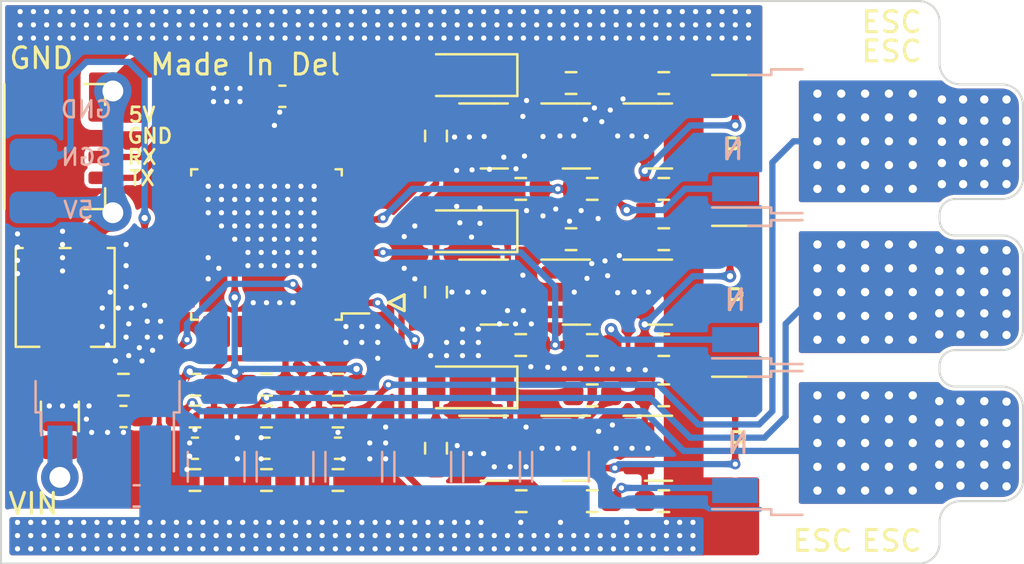
<source format=kicad_pcb>
(kicad_pcb (version 20211014) (generator pcbnew)
  (layers (0 "F.Cu" signal) (31 "B.Cu" signal) (34 "B.Paste" user) (35 "F.Paste" user) (36 "B.SilkS" user "B.Silkscreen") (37 "F.SilkS" user "F.Silkscreen") (38 "B.Mask" user) (39 "F.Mask" user) (44 "Edge.Cuts" user))
  (net 0 "")
  (net 1 "VDD")
  (net 2 "GND")
  (net 3 "+5V")
  (net 4 "/ADC11")
  (net 5 "/ADC8")
  (net 6 "/ADC9")
  (net 7 "/ADC10")
  (net 8 "Net-(D1-Pad1)")
  (net 9 "Net-(D1-Pad2)")
  (net 10 "Net-(D2-Pad1)")
  (net 11 "Net-(D2-Pad2)")
  (net 12 "Net-(D3-Pad1)")
  (net 13 "Net-(D3-Pad2)")
  (net 14 "/RXD")
  (net 15 "/TXD")
  (net 16 "/PWM8")
  (net 17 "/W")
  (net 18 "/V")
  (net 19 "/U")
  (net 20 "Net-(Q4-Pad1)")
  (net 21 "Net-(Q10-PadG)")
  (net 22 "Net-(Q6-Pad1)")
  (net 23 "Net-(Q12-PadG)")
  (net 24 "Net-(Q8-Pad1)")
  (net 25 "Net-(Q14-PadG)")
  (net 26 "Net-(Q11-PadG)")
  (net 27 "Net-(Q13-PadG)")
  (net 28 "Net-(Q15-PadG)")
  (net 29 "Net-(R1-Pad1)")
  (net 30 "/PWM3")
  (net 31 "/PWM2")
  (net 32 "/PWM1")
  (net 33 "/PWM3L")
  (net 34 "/PWM2L")
  (net 35 "/PWM1L")
  (net 36 "/CMP-")
  (net 45 "/HALL_A")
  (net 46 "/HALL_B")
  (net 47 "/HALL_C")
  (footprint "Diode_SMD:D_SOD-123" (layer "F.Cu") (at 111.506 137.541 180)
    (fp_text reference "D3" hide)
    (fp_text value "D" hide)
  )
  (footprint "Resistor_SMD:R_0603_1608Metric_Pad0.98x0.95mm_HandSolder" (layer "F.Cu") (at 116.332 122.936)
    (fp_text reference "R5" hide)
    (fp_text value "100R" hide)
  )
  (footprint "Resistor_SMD:R_0603_1608Metric_Pad0.98x0.95mm_HandSolder" (layer "F.Cu") (at 109.855 140.462 90)
    (fp_text reference "R4" hide)
    (fp_text value "1K" hide)
  )
  (footprint "Potentiometer_SMD:Potentiometer_Bourns_3314J_Vertical" (layer "F.Cu") (at 92.075 133.223)
    (fp_text reference "RV1" hide)
    (fp_text value "20K" hide)
  )
  (footprint "Resistor_SMD:R_0603_1608Metric_Pad0.98x0.95mm_HandSolder" (layer "F.Cu") (at 120.777 143.002)
    (fp_text reference "R15" hide)
    (fp_text value "10K" hide)
  )
  (footprint "Resistor_SMD:R_0603_1608Metric_Pad0.98x0.95mm_HandSolder" (layer "F.Cu") (at 120.777 135.509)
    (fp_text reference "R13" hide)
    (fp_text value "10K" hide)
  )
  (footprint "Resistor_SMD:R_0603_1608Metric_Pad0.98x0.95mm_HandSolder" (layer "F.Cu") (at 120.777 130.429)
    (fp_text reference "R9" hide)
    (fp_text value "1K" hide)
  )
  (footprint "Resistor_SMD:R_0603_1608Metric_Pad0.98x0.95mm_HandSolder" (layer "F.Cu") (at 101.727 138.938)
    (fp_text reference "R21" hide)
    (fp_text value "10K" hide)
  )
  (footprint "Package_TO_SOT_SMD:SOT-23" (layer "F.Cu") (at 116.586 125.476)
    (fp_text reference "Q5" hide)
    (fp_text value "S8550" hide)
  )
  (footprint "Resistor_SMD:R_0603_1608Metric_Pad0.98x0.95mm_HandSolder" (layer "F.Cu") (at 120.777 128.016)
    (fp_text reference "R11" hide)
    (fp_text value "10K" hide)
  )
  (footprint "Capacitor_SMD:C_0603_1608Metric_Pad1.08x0.95mm_HandSolder" (layer "F.Cu") (at 101.727 140.462)
    (fp_text reference "C11" hide)
    (fp_text value "10nF" hide)
  )
  (footprint "Package_TO_SOT_SMD:SOT-23" (layer "F.Cu") (at 116.586 140.462)
    (fp_text reference "Q9" hide)
    (fp_text value "S8550" hide)
  )
  (footprint "Resistor_SMD:R_0603_1608Metric_Pad0.98x0.95mm_HandSolder" (layer "F.Cu") (at 116.332 130.429)
    (fp_text reference "R6" hide)
    (fp_text value "100R" hide)
  )
  (footprint "Resistor_SMD:R_0603_1608Metric_Pad0.98x0.95mm_HandSolder" (layer "F.Cu") (at 117.348 135.509)
    (fp_text reference "R18" hide)
    (fp_text value "100R" hide)
  )
  (footprint "Del:P-MOS-TO-252-2" (layer "F.Cu") (at 128.397 140.208)
    (fp_text reference "Q14" hide)
    (fp_text value "P-MOS" hide)
  )
  (footprint "Package_TO_SOT_SMD:SOT-23" (layer "F.Cu") (at 116.586 132.969)
    (fp_text reference "Q7" hide)
    (fp_text value "S8550" hide)
  )
  (footprint "Resistor_SMD:R_0603_1608Metric_Pad0.98x0.95mm_HandSolder" (layer "F.Cu") (at 94.869 137.414)
    (fp_text reference "R1" hide)
    (fp_text value "1K" hide)
  )
  (footprint "Del:PAD_RECT" (layer "F.Cu") (at 90.678 144.78)
    (fp_text reference "J5" hide)
    (fp_text value "Conn_01x01_Male" hide)
  )
  (footprint "Resistor_SMD:R_0603_1608Metric_Pad0.98x0.95mm_HandSolder" (layer "F.Cu") (at 117.348 143.002)
    (fp_text reference "R19" hide)
    (fp_text value "100R" hide)
  )
  (footprint "Package_TO_SOT_SMD:SOT-23" (layer "F.Cu") (at 112.649 140.462)
    (fp_text reference "Q3" hide)
    (fp_text value "S8050" hide)
  )
  (footprint "Del:PAD_RECT" (layer "F.Cu") (at 136.0932 140.2334 90)
    (fp_text reference "J9" hide)
    (fp_text value "Conn_01x01_Male" hide)
  )
  (footprint "Resistor_SMD:R_0603_1608Metric_Pad0.98x0.95mm_HandSolder" (layer "F.Cu") (at 109.855 125.476 90)
    (fp_text reference "R2" hide)
    (fp_text value "1K" hide)
  )
  (footprint "Diode_SMD:D_SOD-123" (layer "F.Cu") (at 111.506 130.048 180)
    (fp_text reference "D2" hide)
    (fp_text value "D" hide)
  )
  (footprint "Del:P-MOS-TO-252-2" (layer "F.Cu") (at 128.397 132.969)
    (fp_text reference "Q12" hide)
    (fp_text value "P-MOS" hide)
  )
  (footprint "Resistor_SMD:R_0603_1608Metric_Pad0.98x0.95mm_HandSolder" (layer "F.Cu") (at 98.298 141.986)
    (fp_text reference "R23" hide)
    (fp_text value "1.5K" hide)
  )
  (footprint "Resistor_SMD:R_0603_1608Metric_Pad0.98x0.95mm_HandSolder" (layer "F.Cu") (at 113.919 128.016)
    (fp_text reference "R12" hide)
    (fp_text value "5.1K" hide)
  )
  (footprint "Resistor_SMD:R_0603_1608Metric_Pad0.98x0.95mm_HandSolder" (layer "F.Cu") (at 113.919 135.509)
    (fp_text reference "R14" hide)
    (fp_text value "5.1K" hide)
  )
  (footprint "Del:PAD_RECT" (layer "F.Cu") (at 136.0932 132.9944 90)
    (fp_text reference "J8" hide)
    (fp_text value "Conn_01x01_Male" hide)
  )
  (footprint "Del:P-MOS-TO-252-2" (layer "F.Cu") (at 128.397 125.73)
    (fp_text reference "Q10" hide)
    (fp_text value "P-MOS" hide)
  )
  (footprint "Capacitor_SMD:C_0603_1608Metric_Pad1.08x0.95mm_HandSolder" (layer "F.Cu") (at 98.298 140.462)
    (fp_text reference "C10" hide)
    (fp_text value "10nF" hide)
  )
  (footprint "Resistor_SMD:R_0603_1608Metric_Pad0.98x0.95mm_HandSolder" (layer "F.Cu") (at 101.727 137.414 180)
    (fp_text reference "R27" hide)
    (fp_text value "10K" hide)
  )
  (footprint "Package_TO_SOT_SMD:SOT-23" (layer "F.Cu") (at 112.649 125.476)
    (fp_text reference "Q1" hide)
    (fp_text value "S8050" hide)
  )
  (footprint "Package_TO_SOT_SMD:SOT-23" (layer "F.Cu") (at 112.649 132.969)
    (fp_text reference "Q2" hide)
    (fp_text value "S8050" hide)
  )
  (footprint "Resistor_SMD:R_0603_1608Metric_Pad0.98x0.95mm_HandSolder" (layer "F.Cu") (at 120.777 137.922)
    (fp_text reference "R10" hide)
    (fp_text value "1K" hide)
  )
  (footprint "Del:SH1.0mm_4P_WT" (layer "F.Cu") (at 93.991 125.984 90)
    (fp_text reference "J1" hide)
    (fp_text value "Conn_01x04_Male" hide)
  )
  (footprint "Resistor_SMD:R_0603_1608Metric_Pad0.98x0.95mm_HandSolder" (layer "F.Cu") (at 113.9425 143.002)
    (fp_text reference "R16" hide)
    (fp_text value "5.1K" hide)
  )
  (footprint "Resistor_SMD:R_0603_1608Metric_Pad0.98x0.95mm_HandSolder" (layer "F.Cu") (at 105.156 137.414)
    (fp_text reference "R26" hide)
    (fp_text value "10K" hide)
  )
  (footprint "Resistor_SMD:R_0603_1608Metric_Pad0.98x0.95mm_HandSolder" (layer "F.Cu") (at 120.777 122.936)
    (fp_text reference "R8" hide)
    (fp_text value "1K" hide)
  )
  (footprint "Resistor_SMD:R_0603_1608Metric_Pad0.98x0.95mm_HandSolder" (layer "F.Cu") (at 101.727 141.986)
    (fp_text reference "R24" hide)
    (fp_text value "1.5K" hide)
  )
  (footprint "Capacitor_SMD:C_0603_1608Metric_Pad1.08x0.95mm_HandSolder" (layer "F.Cu") (at 94.869 138.938 180)
    (fp_text reference "C4" hide)
    (fp_text value "10nF" hide)
  )
  (footprint "Del:PAD_RECT" (layer "F.Cu") (at 90.678 120.269)
    (fp_text reference "J6" hide)
    (fp_text value "Conn_01x01_Male" hide)
  )
  (footprint "Package_TO_SOT_SMD:SOT-23" (layer "F.Cu") (at 120.523 125.476)
    (fp_text reference "Q4" hide)
    (fp_text value "S8050" hide)
  )
  (footprint "Resistor_SMD:R_0603_1608Metric_Pad0.98x0.95mm_HandSolder" (layer "F.Cu") (at 105.156 141.986 180)
    (fp_text reference "R25" hide)
    (fp_text value "1.5K" hide)
  )
  (footprint "Package_TO_SOT_SMD:SOT-23" (layer "F.Cu") (at 120.523 132.969)
    (fp_text reference "Q6" hide)
    (fp_text value "S8050" hide)
  )
  (footprint "Resistor_SMD:R_0603_1608Metric_Pad0.98x0.95mm_HandSolder" (layer "F.Cu") (at 98.298 137.414 180)
    (fp_text reference "R28" hide)
    (fp_text value "10K" hide)
  )
  (footprint "Capacitor_SMD:C_1206_3216Metric" (layer "F.Cu") (at 91.821 138.938 90)
    (fp_text reference "C2" hide)
    (fp_text value "10uF" hide)
  )
  (footprint "Diode_SMD:D_SOD-123" (layer "F.Cu") (at 111.506 122.555 180)
    (fp_text reference "D1" hide)
    (fp_text value "D" hide)
  )
  (footprint "Resistor_SMD:R_0603_1608Metric_Pad0.98x0.95mm_HandSolder" (layer "F.Cu") (at 98.298 138.938)
    (fp_text reference "R22" hide)
    (fp_text value "10K" hide)
  )
  (footprint "Package_QFP:LQFP-32_7x7mm_P0.8mm" (layer "F.Cu") (at 101.727 130.683 180)
    (fp_text reference "U2" hide)
    (fp_text value "STC8H1K28_LQFP32" hide)
  )
  (footprint "Capacitor_SMD:C_0603_1608Metric_Pad1.08x0.95mm_HandSolder" (layer "F.Cu") (at 102.489 123.571 180)
    (fp_text reference "C3" hide)
    (fp_text value "100nF" hide)
  )
  (footprint "Resistor_SMD:R_0603_1608Metric_Pad0.98x0.95mm_HandSolder" (layer "F.Cu") (at 105.156 138.938 180)
    (fp_text reference "R20" hide)
    (fp_text value "10K" hide)
  )
  (footprint "Resistor_SMD:R_0603_1608Metric_Pad0.98x0.95mm_HandSolder" (layer "F.Cu") (at 117.348 137.922)
    (fp_text reference "R7" hide)
    (fp_text value "100R" hide)
  )
  (footprint "Capacitor_SMD:C_0603_1608Metric_Pad1.08x0.95mm_HandSolder" (layer "F.Cu") (at 105.156 140.462 180)
    (fp_text reference "C13" hide)
    (fp_text value "10nF" hide)
  )
  (footprint "Del:PAD_RECT" (layer "F.Cu") (at 136.0932 125.7554 90)
    (fp_text reference "J7" hide)
    (fp_text value "Conn_01x01_Male" hide)
  )
  (footprint "Resistor_SMD:R_0603_1608Metric_Pad0.98x0.95mm_HandSolder" (layer "F.Cu") (at 109.855 132.969 90)
    (fp_text reference "R3" hide)
    (fp_text value "1K" hide)
  )
  (footprint "Resistor_SMD:R_0603_1608Metric_Pad0.98x0.95mm_HandSolder" (layer "F.Cu") (at 117.348 128.016)
    (fp_text reference "R17" hide)
    (fp_text value "100R" hide)
  )
  (footprint "Package_TO_SOT_SMD:SOT-23" (layer "F.Cu") (at 120.523 140.462)
    (fp_text reference "Q8" hide)
    (fp_text value "S8050" hide)
  )
  (footprint "Del:N-MOS-TO-252-2" (layer "B.Cu") (at 128.397 125.73)
    (fp_text reference "Q11" hide)
    (fp_text value "N-MOS" hide)
  )
  (footprint "Capacitor_SMD:C_1210_3225Metric" (layer "B.Cu") (at 115.824 141.351 90)
    (fp_text reference "C6" hide)
    (fp_text value "100uF" hide)
  )
  (footprint "Del:N-MOS-TO-252-2" (layer "B.Cu") (at 128.397 132.969)
    (fp_text reference "Q13" hide)
    (fp_text value "N-MOS" hide)
  )
  (footprint "Del:N-MOS-TO-252-2" (layer "B.Cu") (at 128.397 140.208)
    (fp_text reference "Q15" hide)
    (fp_text value "N-MOS" hide)
  )
  (footprint "Package_TO_SOT_SMD:TO-252-2" (layer "B.Cu") (at 94.107 136.271 90)
    (fp_text reference "U1" hide)
    (fp_text value "LM78M05_TO252" hide)
  )
  (footprint "Del:PAD_RECT" (layer "B.Cu") (at 90.551 128.905 180)
    (fp_text reference "J2" hide)
    (fp_text value "Conn_01x01_Male" hide)
  )
  (footprint "Capacitor_SMD:C_1210_3225Metric" (layer "B.Cu") (at 105.913 141.351 90)
    (fp_text reference "C9" hide)
    (fp_text value "100uF" hide)
  )
  (footprint "Del:PAD_RECT" (layer "B.Cu") (at 90.551 123.825 180)
    (fp_text reference "J4" hide)
    (fp_text value "Conn_01x01_Male" hide)
  )
  (footprint "Capacitor_SMD:C_1210_3225Metric" (layer "B.Cu") (at 112.522 141.351 90)
    (fp_text reference "C5" hide)
    (fp_text value "100uF" hide)
  )
  (footprint "Capacitor_SMD:C_0603_1608Metric_Pad1.08x0.95mm_HandSolder" (layer "B.Cu") (at 95.504 142.748 180)
    (fp_text reference "C1" hide)
    (fp_text value "100nF" hide)
  )
  (footprint "Capacitor_SMD:C_1210_3225Metric" (layer "B.Cu") (at 109.22 141.351 90)
    (fp_text reference "C7" hide)
    (fp_text value "100uF" hide)
  )
  (footprint "Del:PAD_RECT" (layer "B.Cu") (at 90.551 126.365 180)
    (fp_text reference "J3" hide)
    (fp_text value "Conn_01x01_Male" hide)
  )
  (footprint "Capacitor_SMD:C_1210_3225Metric" (layer "B.Cu") (at 99.314 141.351 90)
    (fp_text reference "C14" hide)
    (fp_text value "100uF" hide)
  )
  (footprint "Capacitor_SMD:C_1210_3225Metric" (layer "B.Cu") (at 102.616 141.351 90)
    (fp_text reference "C12" hide)
    (fp_text value "100uF" hide)
  )
  (gr_line (start 108.331 133.096) (end 107.569 133.477) (layer "F.SilkS") (width 0.15))
  (gr_line (start 107.569 133.477) (end 108.331 133.858) (layer "F.SilkS") (width 0.15))
  (gr_line (start 108.331 133.858) (end 108.331 133.096) (layer "F.SilkS") (width 0.15))
  (gr_line (start 134 129.25) (end 134 129.5) (layer "Edge.Cuts") (width 0.1))
  (gr_arc (start 134 129.25) (mid 134.21967 128.71967) (end 134.75 128.5) (layer "Edge.Cuts") (width 0.1))
  (gr_arc (start 137 130.25) (mid 137.707107 130.542893) (end 138 131.25) (layer "Edge.Cuts") (width 0.1))
  (gr_line (start 137 135.75) (end 134.75 135.75) (layer "Edge.Cuts") (width 0.1))
  (gr_arc (start 137 123) (mid 137.707107 123.292893) (end 138 124) (layer "Edge.Cuts") (width 0.1))
  (gr_arc (start 135 123) (mid 134.292893 122.707107) (end 134 122) (layer "Edge.Cuts") (width 0.1))
  (gr_line (start 134.75 137.5) (end 137 137.5) (layer "Edge.Cuts") (width 0.1))
  (gr_line (start 138 124) (end 138 127.5) (layer "Edge.Cuts") (width 0.1))
  (gr_arc (start 138 127.5) (mid 137.707107 128.207107) (end 137 128.5) (layer "Edge.Cuts") (width 0.1))
  (gr_line (start 137 128.5) (end 134.75 128.5) (layer "Edge.Cuts") (width 0.1))
  (gr_arc (start 137 137.5) (mid 137.707107 137.792893) (end 138 138.5) (layer "Edge.Cuts") (width 0.1))
  (gr_line (start 134 136.5) (end 134 136.75) (layer "Edge.Cuts") (width 0.1))
  (gr_arc (start 134.75 130.25) (mid 134.21967 130.03033) (end 134 129.5) (layer "Edge.Cuts") (width 0.1))
  (gr_arc (start 138 142) (mid 137.707107 142.707107) (end 137 143) (layer "Edge.Cuts") (width 0.1))
  (gr_line (start 134 144) (end 134 145) (layer "Edge.Cuts") (width 0.1))
  (gr_arc (start 134 144) (mid 134.292893 143.292893) (end 135 143) (layer "Edge.Cuts") (width 0.1))
  (gr_arc (start 134.75 137.5) (mid 134.21967 137.28033) (end 134 136.75) (layer "Edge.Cuts") (width 0.1))
  (gr_line (start 89 119) (end 89 146) (layer "Edge.Cuts") (width 0.1))
  (gr_arc (start 138 134.75) (mid 137.707107 135.457107) (end 137 135.75) (layer "Edge.Cuts") (width 0.1))
  (gr_line (start 138 138.5) (end 138 142) (layer "Edge.Cuts") (width 0.1))
  (gr_arc (start 134 136.5) (mid 134.21967 135.96967) (end 134.75 135.75) (layer "Edge.Cuts") (width 0.1))
  (gr_arc (start 134 145) (mid 133.707107 145.707107) (end 133 146) (layer "Edge.Cuts") (width 0.1))
  (gr_line (start 135 123) (end 137 123) (layer "Edge.Cuts") (width 0.1))
  (gr_line (start 138 131.25) (end 138 134.75) (layer "Edge.Cuts") (width 0.1))
  (gr_line (start 89 119) (end 133 119) (layer "Edge.Cuts") (width 0.1))
  (gr_line (start 137 143) (end 135 143) (layer "Edge.Cuts") (width 0.1))
  (gr_arc (start 133 119) (mid 133.707107 119.292893) (end 134 120) (layer "Edge.Cuts") (width 0.1))
  (gr_line (start 134.75 130.25) (end 137 130.25) (layer "Edge.Cuts") (width 0.1))
  (gr_line (start 134 120) (end 134 122) (layer "Edge.Cuts") (width 0.1))
  (gr_line (start 89 146) (end 133 146) (layer "Edge.Cuts") (width 0.1))
  (gr_text "N" (at 124.079 126.111) (layer "B.SilkS") (effects (font (size 1 1)) (justify mirror)))
  (gr_text "5V" (at 92.71 129.032) (layer "B.SilkS") (effects (font (size 0.8 0.8) (thickness 0.13)) (justify mirror)))
  (gr_text "N" (at 124.333 140.208) (layer "B.SilkS") (effects (font (size 1 1)) (justify mirror)))
  (gr_text "SGN" (at 93.091 126.492) (layer "B.SilkS") (effects (font (size 0.8 0.8) (thickness 0.13)) (justify mirror)))
  (gr_text "N" (at 124.206 133.35) (layer "B.SilkS") (effects (font (size 1 1)) (justify mirror)))
  (gr_text "GND" (at 93.091 124.206) (layer "B.SilkS") (effects (font (size 0.8 0.8) (thickness 0.13)) (justify mirror)))
  (gr_text "P" (at 124.079 126.111) (layer "F.SilkS") (effects (font (size 1 1))))
  (gr_text "TX" (at 95.758 127.508) (layer "F.SilkS") (effects (font (size 0.7 0.7) (thickness 0.13))))
  (gr_text "ESC" (at 131.699 120.015) (layer "F.SilkS") (effects (font (size 1 1))))
  (gr_text "VIN" (at 90.551 143.129) (layer "F.SilkS") (effects (font (size 1 1))))
  (gr_text "GND" (at 90.932 121.7422) (layer "F.SilkS") (effects (font (size 1 1))))
  (gr_text "ESC" (at 128.397 144.907) (layer "F.SilkS") (effects (font (size 1 1))))
  (gr_text "5V" (at 95.758 124.46) (layer "F.SilkS") (effects (font (size 0.7 0.7) (thickness 0.13))))
  (gr_text "ESC" (at 131.699 121.412) (layer "F.SilkS") (effects (font (size 1 1))))
  (gr_text "P" (at 124.333 140.208) (layer "F.SilkS") (effects (font (size 1 1))))
  (gr_text "RX" (at 95.758 126.492) (layer "F.SilkS") (effects (font (size 0.7 0.7) (thickness 0.13))))
  (gr_text "ESC" (at 131.699 144.907) (layer "F.SilkS") (effects (font (size 1 1))))
  (gr_text "P" (at 124.206 133.35) (layer "F.SilkS") (effects (font (size 1 1))))
  (gr_text "Made In Del" (at 100.711 122.047) (layer "F.SilkS") (effects (font (size 1 1))))
  (gr_text "GND" (at 96.139 125.476) (layer "F.SilkS") (effects (font (size 0.7 0.7) (thickness 0.13))))
  (via (at 105.029 144.653) (size 0.5) (drill 0.25) (layers "F.Cu" "B.Cu") (net 1))
  (via (at 111.379 144.653) (size 0.5) (drill 0.25) (layers "F.Cu" "B.Cu") (net 1))
  (via (at 106.934 144.018) (size 0.5) (drill 0.25) (layers "F.Cu" "B.Cu") (net 1))
  (via (at 121.539 145.288) (size 0.5) (drill 0.25) (layers "F.Cu" "B.Cu") (net 1))
  (via (at 110.109 144.018) (size 0.5) (drill 0.25) (layers "F.Cu" "B.Cu") (net 1))
  (via (at 93.599 145.288) (size 0.5) (drill 0.25) (layers "F.Cu" "B.Cu") (net 1))
  (via (at 99.949 145.288) (size 0.5) (drill 0.25) (layers "F.Cu" "B.Cu") (net 1))
  (via (at 106.934 145.288) (size 0.5) (drill 0.25) (layers "F.Cu" "B.Cu") (net 1))
  (via (at 120.269 144.653) (size 0.5) (drill 0.25) (layers "F.Cu" "B.Cu") (net 1))
  (via (at 96.774 145.288) (size 0.5) (drill 0.25) (layers "F.Cu" "B.Cu") (net 1))
  (via (at 94.234 144.018) (size 0.5) (drill 0.25) (layers "F.Cu" "B.Cu") (net 1))
  (via (at 109.474 144.018) (size 0.5) (drill 0.25) (layers "F.Cu" "B.Cu") (net 1))
  (via (at 106.299 144.653) (size 0.5) (drill 0.25) (layers "F.Cu" "B.Cu") (net 1))
  (via (at 112.014 144.018) (size 0.5) (drill 0.25) (layers "F.Cu" "B.Cu") (net 1))
  (via (at 99.314 145.288) (size 0.5) (drill 0.25) (layers "F.Cu" "B.Cu") (net 1))
  (via (at 121.539 144.018) (size 0.5) (drill 0.25) (layers "F.Cu" "B.Cu") (net 1))
  (via (at 91.059 144.018) (size 0.5) (drill 0.25) (layers "F.Cu" "B.Cu") (net 1))
  (via (at 101.854 144.018) (size 0.5) (drill 0.25) (layers "F.Cu" "B.Cu") (net 1))
  (via (at 114.554 145.288) (size 0.5) (drill 0.25) (layers "F.Cu" "B.Cu") (net 1))
  (via (at 120.904 144.018) (size 0.5) (drill 0.25) (layers "F.Cu" "B.Cu") (net 1))
  (via (at 91.694 145.288) (size 0.5) (drill 0.25) (layers "F.Cu" "B.Cu") (net 1))
  (via (at 103.124 144.018) (size 0.5) (drill 0.25) (layers "F.Cu" "B.Cu") (net 1))
  (via (at 121.539 144.653) (size 0.5) (drill 0.25) (layers "F.Cu" "B.Cu") (net 1))
  (via (at 106.299 145.288) (size 0.5) (drill 0.25) (layers "F.Cu" "B.Cu") (net 1))
  (via (at 92.329 144.653) (size 0.5) (drill 0.25) (layers "F.Cu" "B.Cu") (net 1))
  (via (at 110.109 145.288) (size 0.5) (drill 0.25) (layers "F.Cu" "B.Cu") (net 1))
  (via (at 109.474 144.653) (size 0.5) (drill 0.25) (layers "F.Cu" "B.Cu") (net 1))
  (via (at 108.204 145.288) (size 0.5) (drill 0.25) (layers "F.Cu" "B.Cu") (net 1))
  (via (at 99.949 144.653) (size 0.5) (drill 0.25) (layers "F.Cu" "B.Cu") (net 1))
  (via (at 109.474 145.288) (size 0.5) (drill 0.25) (layers "F.Cu" "B.Cu") (net 1))
  (via (at 115.824 145.288) (size 0.5) (drill 0.25) (layers "F.Cu" "B.Cu") (net 1))
  (via (at 102.489 144.018) (size 0.5) (drill 0.25) (layers "F.Cu" "B.Cu") (net 1))
  (via (at 122.174 144.653) (size 0.5) (drill 0.25) (layers "F.Cu" "B.Cu") (net 1))
  (via (at 90.424 145.288) (size 0.5) (drill 0.25) (layers "F.Cu" "B.Cu") (net 1))
  (via (at 103.759 145.288) (size 0.5) (drill 0.25) (layers "F.Cu" "B.Cu") (net 1))
  (via (at 105.664 145.288) (size 0.5) (drill 0.25) (layers "F.Cu" "B.Cu") (net 1))
  (via (at 106.299 144.018) (size 0.5) (drill 0.25) (layers "F.Cu" "B.Cu") (net 1))
  (via (at 108.839 144.018) (size 0.5) (drill 0.25) (layers "F.Cu" "B.Cu") (net 1))
  (via (at 114.554 144.653) (size 0.5) (drill 0.25) (layers "F.Cu" "B.Cu") (net 1))
  (via (at 98.044 144.018) (size 0.5) (drill 0.25) (layers "F.Cu" "B.Cu") (net 1))
  (via (at 118.364 144.653) (size 0.5) (drill 0.25) (layers "F.Cu" "B.Cu") (net 1))
  (via (at 101.219 145.288) (size 0.5) (drill 0.25) (layers "F.Cu" "B.Cu") (net 1))
  (via (at 108.204 144.653) (size 0.5) (drill 0.25) (layers "F.Cu" "B.Cu") (net 1))
  (via (at 102.489 145.288) (size 0.5) (drill 0.25) (layers "F.Cu" "B.Cu") (net 1))
  (via (at 98.044 145.288) (size 0.5) (drill 0.25) (layers "F.Cu" "B.Cu") (net 1))
  (via (at 110.744 144.653) (size 0.5) (drill 0.25) (layers "F.Cu" "B.Cu") (net 1))
  (via (at 106.934 144.653) (size 0.5) (drill 0.25) (layers "F.Cu" "B.Cu") (net 1))
  (via (at 97.409 145.288) (size 0.5) (drill 0.25) (layers "F.Cu" "B.Cu") (net 1))
  (via (at 105.664 144.653) (size 0.5) (drill 0.25) (layers "F.Cu" "B.Cu") (net 1))
  (via (at 105.029 144.018) (size 0.5) (drill 0.25) (layers "F.Cu" "B.Cu") (net 1))
  (via (at 91.694 144.018) (size 0.5) (drill 0.25) (layers "F.Cu" "B.Cu") (net 1))
  (via (at 111.379 144.018) (size 0.5) (drill 0.25) (layers "F.Cu" "B.Cu") (net 1))
  (via (at 89.789 144.653) (size 0.5) (drill 0.25) (layers "F.Cu" "B.Cu") (net 1))
  (via (at 96.139 144.653) (size 0.5) (drill 0.25) (layers "F.Cu" "B.Cu") (net 1))
  (via (at 100.584 145.288) (size 0.5) (drill 0.25) (layers "F.Cu" "B.Cu") (net 1))
  (via (at 95.504 144.653) (size 0.5) (drill 0.25) (layers "F.Cu" "B.Cu") (net 1))
  (via (at 92.964 145.288) (size 0.5) (drill 0.25) (layers "F.Cu" "B.Cu") (net 1))
  (via (at 108.839 144.653) (size 0.5) (drill 0.25) (layers "F.Cu" "B.Cu") (net 1))
  (via (at 113.919 145.288) (size 0.5) (drill 0.25) (layers "F.Cu" "B.Cu") (net 1))
  (via (at 91.694 144.653) (size 0.5) (drill 0.25) (layers "F.Cu" "B.Cu") (net 1))
  (via (at 110.744 144.018) (size 0.5) (drill 0.25) (layers "F.Cu" "B.Cu") (net 1))
  (via (at 119.634 144.653) (size 0.5) (drill 0.25) (layers "F.Cu" "B.Cu") (net 1))
  (via (at 117.729 144.653) (size 0.5) (drill 0.25) (layers "F.Cu" "B.Cu") (net 1))
  (via (at 107.569 144.018) (size 0.5) (drill 0.25) (layers "F.Cu" "B.Cu") (net 1))
  (via (at 120.269 145.288) (size 0.5) (drill 0.25) (layers "F.Cu" "B.Cu") (net 1))
  (via (at 115.824 144.018) (size 0.5) (drill 0.25) (layers "F.Cu" "B.Cu") (net 1))
  (via (at 103.124 144.653) (size 0.5) (drill 0.25) (layers "F.Cu" "B.Cu") (net 1))
  (via (at 92.329 145.288) (size 0.5) (drill 0.25) (layers "F.Cu" "B.Cu") (net 1))
  (via (at 120.904 145.288) (size 0.5) (drill 0.25) (layers "F.Cu" "B.Cu") (net 1))
  (via (at 94.869 144.653) (size 0.5) (drill 0.25) (layers "F.Cu" "B.Cu") (net 1))
  (via (at 89.789 145.288) (size 0.5) (drill 0.25) (layers "F.Cu" "B.Cu") (net 1))
  (via (at 101.854 144.653) (size 0.5) (drill 0.25) (layers "F.Cu" "B.Cu") (net 1))
  (via (at 89.789 144.018) (size 0.5) (drill 0.25) (layers "F.Cu" "B.Cu") (net 1))
  (via (at 97.409 144.653) (size 0.5) (drill 0.25) (layers "F.Cu" "B.Cu") (net 1))
  (via (at 98.044 144.653) (size 0.5) (drill 0.25) (layers "F.Cu" "B.Cu") (net 1))
  (via (at 119.634 145.288) (size 0.5) (drill 0.25) (layers "F.Cu" "B.Cu") (net 1))
  (via (at 95.504 145.288) (size 0.5) (drill 0.25) (layers "F.Cu" "B.Cu") (net 1))
  (via (at 101.854 145.288) (size 0.5) (drill 0.25) (layers "F.Cu" "B.Cu") (net 1))
  (via (at 118.999 144.018) (size 0.5) (drill 0.25) (layers "F.Cu" "B.Cu") (net 1))
  (via (at 94.869 144.018) (size 0.5) (drill 0.25) (layers "F.Cu" "B.Cu") (net 1))
  (via (at 93.599 144.653) (size 0.5) (drill 0.25) (layers "F.Cu" "B.Cu") (net 1))
  (via (at 113.284 144.653) (size 0.5) (drill 0.25) (layers "F.Cu" "B.Cu") (net 1))
  (via (at 120.904 144.653) (size 0.5) (drill 0.25) (layers "F.Cu" "B.Cu") (net 1))
  (via (at 117.729 145.288) (size 0.5) (drill 0.25) (layers "F.Cu" "B.Cu") (net 1))
  (via (at 93.599 144.018) (size 0.5) (drill 0.25) (layers "F.Cu" "B.Cu") (net 1))
  (via (at 96.774 144.653) (size 0.5) (drill 0.25) (layers "F.Cu" "B.Cu") (net 1))
  (via (at 117.094 145.288) (size 0.5) (drill 0.25) (layers "F.Cu" "B.Cu") (net 1))
  (via (at 111.379 145.288) (size 0.5) (drill 0.25) (layers "F.Cu" "B.Cu") (net 1))
  (via (at 115.189 145.288) (size 0.5) (drill 0.25) (layers "F.Cu" "B.Cu") (net 1))
  (via (at 113.284 145.288) (size 0.5) (drill 0.25) (layers "F.Cu" "B.Cu") (net 1))
  (via (at 92.329 144.018) (size 0.5) (drill 0.25) (layers "F.Cu" "B.Cu") (net 1))
  (via (at 101.219 144.653) (size 0.5) (drill 0.25) (layers "F.Cu" "B.Cu") (net 1))
  (via (at 118.999 145.288) (size 0.5) (drill 0.25) (layers "F.Cu" "B.Cu") (net 1))
  (via (at 92.964 144.018) (size 0.5) (drill 0.25) (layers "F.Cu" "B.Cu") (net 1))
  (via (at 112.014 144.653) (size 0.5) (drill 0.25) (layers "F.Cu" "B.Cu") (net 1))
  (via (at 96.139 144.018) (size 0.5) (drill 0.25) (layers "F.Cu" "B.Cu") (net 1))
  (via (at 100.584 144.018) (size 0.5) (drill 0.25) (layers "F.Cu" "B.Cu") (net 1))
  (via (at 104.394 144.018) (size 0.5) (drill 0.25) (layers "F.Cu" "B.Cu") (net 1))
  (via (at 115.824 144.653) (size 0.5) (drill 0.25) (layers "F.Cu" "B.Cu") (net 1))
  (via (at 105.664 144.018) (size 0.5) (drill 0.25) (layers "F.Cu" "B.Cu") (net 1))
  (via (at 96.139 145.288) (size 0.5) (drill 0.25) (layers "F.Cu" "B.Cu") (net 1))
  (via (at 115.189 144.653) (size 0.5) (drill 0.25) (layers "F.Cu" "B.Cu") (net 1))
  (via (at 117.094 144.653) (size 0.5) (drill 0.25) (layers "F.Cu" "B.Cu") (net 1))
  (via (at 99.314 144.018) (size 0.5) (drill 0.25) (layers "F.Cu" "B.Cu") (net 1))
  (via (at 98.679 145.288) (size 0.5) (drill 0.25) (layers "F.Cu" "B.Cu") (net 1))
  (via (at 104.394 144.653) (size 0.5) (drill 0.25) (layers "F.Cu" "B.Cu") (net 1))
  (via (at 110.109 144.653) (size 0.5) (drill 0.25) (layers "F.Cu" "B.Cu") (net 1))
  (via (at 101.219 144.018) (size 0.5) (drill 0.25) (layers "F.Cu" "B.Cu") (net 1))
  (via (at 122.174 144.018) (size 0.5) (drill 0.25) (layers "F.Cu" "B.Cu") (net 1))
  (via (at 116.459 145.288) (size 0.5) (drill 0.25) (layers "F.Cu" "B.Cu") (net 1))
  (via (at 99.949 144.018) (size 0.5) (drill 0.25) (layers "F.Cu" "B.Cu") (net 1))
  (via (at 112.649 144.653) (size 0.5) (drill 0.25) (layers "F.Cu" "B.Cu") (net 1))
  (via (at 113.919 144.653) (size 0.5) (drill 0.25) (layers "F.Cu" "B.Cu") (net 1))
  (via (at 90.424 144.653) (size 0.5) (drill 0.25) (layers "F.Cu" "B.Cu") (net 1))
  (via (at 103.759 144.653) (size 0.5) (drill 0.25) (layers "F.Cu" "B.Cu") (net 1))
  (via (at 122.174 145.288) (size 0.5) (drill 0.25) (layers "F.Cu" "B.Cu") (net 1))
  (via (at 94.234 144.653) (size 0.5) (drill 0.25) (layers "F.Cu" "B.Cu") (net 1))
  (via (at 96.774 144.018) (size 0.5) (drill 0.25) (layers "F.Cu" "B.Cu") (net 1))
  (via (at 94.869 145.288) (size 0.5) (drill 0.25) (layers "F.Cu" "B.Cu") (net 1))
  (via (at 108.839 145.288) (size 0.5) (drill 0.25) (layers "F.Cu" "B.Cu") (net 1))
  (via (at 104.394 145.288) (size 0.5) (drill 0.25) (layers "F.Cu" "B.Cu") (net 1))
  (via (at 100.584 144.653) (size 0.5) (drill 0.25) (layers "F.Cu" "B.Cu") (net 1))
  (via (at 91.059 145.288) (size 0.5) (drill 0.25) (layers "F.Cu" "B.Cu") (net 1))
  (via (at 107.569 145.288) (size 0.5) (drill 0.25) (layers "F.Cu" "B.Cu") (net 1))
  (via (at 108.204 144.018) (size 0.5) (drill 0.25) (layers "F.Cu" "B.Cu") (net 1))
  (via (at 97.409 144.018) (size 0.5) (drill 0.25) (layers "F.Cu" "B.Cu") (net 1))
  (via (at 112.014 145.288) (size 0.5) (drill 0.25) (layers "F.Cu" "B.Cu") (net 1))
  (via (at 107.569 144.653) (size 0.5) (drill 0.25) (layers "F.Cu" "B.Cu") (net 1))
  (via (at 91.059 144.653) (size 0.5) (drill 0.25) (layers "F.Cu" "B.Cu") (net 1))
  (via (at 113.919 144.018) (size 0.5) (drill 0.25) (layers "F.Cu" "B.Cu") (net 1))
  (via (at 98.679 144.653) (size 0.5) (drill 0.25) (layers "F.Cu" "B.Cu") (net 1))
  (via (at 112.649 145.288) (size 0.5) (drill 0.25) (layers "F.Cu" "B.Cu") (net 1))
  (via (at 92.964 144.653) (size 0.5) (drill 0.25) (layers "F.Cu" "B.Cu") (net 1))
  (via (at 94.234 145.288) (size 0.5) (drill 0.25) (layers "F.Cu" "B.Cu") (net 1))
  (via (at 118.364 145.288) (size 0.5) (drill 0.25) (layers "F.Cu" "B.Cu") (net 1))
  (via (at 90.424 144.018) (size 0.5) (drill 0.25) (layers "F.Cu" "B.Cu") (net 1))
  (via (at 103.759 144.018) (size 0.5) (drill 0.25) (layers "F.Cu" "B.Cu") (net 1))
  (via (at 110.744 145.288) (size 0.5) (drill 0.25) (layers "F.Cu" "B.Cu") (net 1))
  (via (at 102.489 144.653) (size 0.5) (drill 0.25) (layers "F.Cu" "B.Cu") (net 1))
  (via (at 99.314 144.653) (size 0.5) (drill 0.25) (layers "F.Cu" "B.Cu") (net 1))
  (via (at 116.459 144.653) (size 0.5) (drill 0.25) (layers "F.Cu" "B.Cu") (net 1))
  (via (at 105.029 145.288) (size 0.5) (drill 0.25) (layers "F.Cu" "B.Cu") (net 1))
  (via (at 98.679 144.018) (size 0.5) (drill 0.25) (layers "F.Cu" "B.Cu") (net 1))
  (via (at 95.504 144.018) (size 0.5) (drill 0.25) (layers "F.Cu" "B.Cu") (net 1))
  (via (at 118.999 144.653) (size 0.5) (drill 0.25) (layers "F.Cu" "B.Cu") (net 1))
  (via (at 103.124 145.288) (size 0.5) (drill 0.25) (layers "F.Cu" "B.Cu") (net 1))
  (via (at 96.012 134.366) (size 0.5) (drill 0.25) (layers "F.Cu" "B.Cu") (net 2))
  (via (at 114.681 120.142) (size 0.5) (drill 0.25) (layers "F.Cu" "B.Cu") (net 2))
  (via (at 103.251 119.507) (size 0.5) (drill 0.25) (layers "F.Cu" "B.Cu") (net 2))
  (via (at 118.3132 136.652) (size 0.5) (drill 0.25) (layers "F.Cu" "B.Cu") (net 2))
  (via (at 122.301 120.142) (size 0.5) (drill 0.25) (layers "F.Cu" "B.Cu") (net 2))
  (via (at 100.711 120.142) (size 0.5) (drill 0.25) (layers "F.Cu" "B.Cu") (net 2))
  (via (at 112.141 140.716) (size 0.5) (drill 0.25) (layers "F.Cu" "B.Cu") (net 2))
  (via (at 104.013 131.699) (size 0.5) (drill 0.25) (layers "F.Cu" "B.Cu") (net 2))
  (via (at 100.203 129.159) (size 0.5) (drill 0.25) (layers "F.Cu" "B.Cu") (net 2))
  (via (at 101.346 120.777) (size 0.5) (drill 0.25) (layers "F.Cu" "B.Cu") (net 2))
  (via (at 117.9576 131.4704) (size 0.5) (drill 0.25) (layers "F.Cu" "B.Cu") (net 2))
  (via (at 89.916 120.142) (size 0.5) (drill 0.25) (layers "F.Cu" "B.Cu") (net 2))
  (via (at 95.123 134.493) (size 0.5) (drill 0.25) (layers "F.Cu" "B.Cu") (net 2))
  (via (at 114.046 119.507) (size 0.5) (drill 0.25) (layers "F.Cu" "B.Cu") (net 2))
  (via (at 106.426 120.142) (size 0.5) (drill 0.25) (layers "F.Cu" "B.Cu") (net 2))
  (via (at 120.015 140.462) (size 0.5) (drill 0.25) (layers "F.Cu" "B.Cu") (net 2))
  (via (at 102.743 131.064) (size 0.5) (drill 0.25) (layers "F.Cu" "B.Cu") (net 2))
  (via (at 106.68 140.208) (size 0.5) (drill 0.25) (layers "F.Cu" "B.Cu") (net 2))
  (via (at 105.537 134.62) (size 0.5) (drill 0.25) (layers "F.Cu" "B.Cu") (net 2))
  (via (at 113.665 134.493) (size 0.5) (drill 0.25) (layers "F.Cu" "B.Cu") (net 2))
  (via (at 94.107 139.7) (size 0.5) (drill 0.25) (layers "F.Cu" "B.Cu") (net 2))
  (via (at 119.3546 132.969) (size 0.5) (drill 0.25) (layers "F.Cu" "B.Cu") (net 2))
  (via (at 114.046 120.777) (size 0.5) (drill 0.25) (layers "F.Cu" "B.Cu") (net 2))
  (via (at 121.666 119.507) (size 0.5) (drill 0.25) (layers "F.Cu" "B.Cu") (net 2))
  (via (at 96.012 135.128) (size 0.5) (drill 0.25) (layers "F.Cu" "B.Cu") (net 2))
  (via (at 121.031 120.142) (size 0.5) (drill 0.25) (layers "F.Cu" "B.Cu") (net 2))
  (via (at 98.806 119.507) (size 0.5) (drill 0.25) (layers "F.Cu" "B.Cu") (net 2))
  (via (at 117.856 120.142) (size 0.5) (drill 0.25) (layers "F.Cu" "B.Cu") (net 2))
  (via (at 112.649 141.351) (size 0.5) (drill 0.25) (layers "F.Cu" "B.Cu") (net 2))
  (via (at 96.647 135.128) (size 0.5) (drill 0.25) (layers "F.Cu" "B.Cu") (net 2))
  (via (at 93.853 134.62) (size 0.5) (drill 0.25) (layers "F.Cu" "B.Cu") (net 2))
  (via (at 106.299 134.62) (size 0.5) (drill 0.25) (layers "F.Cu" "B.Cu") (net 2))
  (via (at 116.0018 136.6266) (size 0.5) (drill 0.25) (layers "F.Cu" "B.Cu") (net 2))
  (via (at 110.871 140.335) (size 0.5) (drill 0.25) (layers "F.Cu" "B.Cu") (net 2))
  (via (at 98.171 120.142) (size 0.5) (drill 0.25) (layers "F.Cu" "B.Cu") (net 2))
  (via (at 98.933 131.318) (size 0.5) (drill 0.25) (layers "F.Cu" "B.Cu") (net 2))
  (via (at 110.8456 127.127) (size 0.5) (drill 0.25) (layers "F.Cu" "B.Cu") (net 2))
  (via (at 92.583 138.43) (size 0.5) (drill 0.25) (layers "F.Cu" "B.Cu") (net 2))
  (via (at 91.948 131.318) (size 0.5) (drill 0.25) (layers "F.Cu" "B.Cu") (net 2))
  (via (at 120.396 120.777) (size 0.5) (drill 0.25) (layers "F.Cu" "B.Cu") (net 2))
  (via (at 103.378 127.889) (size 0.5) (drill 0.25) (layers "F.Cu" "B.Cu") (net 2))
  (via (at 111.379 132.969) (size 0.5) (drill 0.25) (layers "F.Cu" "B.Cu") (net 2))
  (via (at 112.141 132.969) (size 0.5) (drill 0.25) (layers "F.Cu" "B.Cu") (net 2))
  (via (at 118.5672 125.476) (size 0.5) (drill 0.25) (layers "F.Cu" "B.Cu") (net 2))
  (via (at 100.203 128.524) (size 0.5) (drill 0.25) (layers "F.Cu" "B.Cu") (net 2))
  (via (at 94.996 132.715) (size 0.5) (drill 0.25) (layers "F.Cu" "B.Cu") (net 2))
  (via (at 100.076 120.142) (size 0.5) (drill 0.25) (layers "F.Cu" "B.Cu") (net 2))
  (via (at 112.141 119.507) (size 0.5) (drill 0.25) (layers "F.Cu" "B.Cu") (net 2))
  (via (at 100.076 119.507) (size 0.5) (drill 0.25) (layers "F.Cu" "B.Cu") (net 2))
  (via (at 100.838 128.524) (size 0.5) (drill 0.25) (layers "F.Cu" "B.Cu") (net 2))
  (via (at 89.916 120.777) (size 0.5) (drill 0.25) (layers "F.Cu" "B.Cu") (net 2))
  (via (at 116.586 120.142) (size 0.5) (drill 0.25) (layers "F.Cu" "B.Cu") (net 2))
  (via (at 89.916 119.507) (size 0.5) (drill 0.25) (layers "F.Cu" "B.Cu") (net 2))
  (via (at 124.841 120.142) (size 0.5) (drill 0.25) (layers "F.Cu" "B.Cu") (net 2))
  (via (at 96.266 135.763) (size 0.5) (drill 0.25) (layers "F.Cu" "B.Cu") (net 2))
  (via (at 114.935 140.462) (size 0.5) (drill 0.25) (layers "F.Cu" "B.Cu") (net 2))
  (via (at 94.869 139.7) (size 0.5) (drill 0.25) (layers "F.Cu" "B.Cu") (net 2))
  (via (at 101.473 127.889) (size 0.5) (drill 0.25) (layers "F.Cu" "B.Cu") (net 2))
  (via (at 117.221 120.142) (size 0.5) (drill 0.25) (layers "F.Cu" "B.Cu") (net 2))
  (via (at 98.171 120.777) (size 0.5) (drill 0.25) (layers "F.Cu" "B.Cu") (net 2))
  (via (at 119.761 120.777) (size 0.5) (drill 0.25) (layers "F.Cu" "B.Cu") (net 2))
  (via (at 111.125 136.017) (size 0.5) (drill 0.25) (layers "F.Cu" "B.Cu") (net 2))
  (via (at 121.666 120.777) (size 0.5) (drill 0.25) (layers "F.Cu" "B.Cu") (net 2))
  (via (at 105.41 140.97) (size 0.5) (drill 0.25) (layers "F.Cu" "B.Cu") (net 2))
  (via (at 103.378 130.429) (size 0.5) (drill 0.25) (layers "F.Cu" "B.Cu") (net 2))
  (via (at 103.251 120.142) (size 0.5) (drill 0.25) (layers "F.Cu" "B.Cu") (net 2))
  (via (at 101.473 131.699) (size 0.5) (drill 0.25) (layers "F.Cu" "B.Cu") (net 2))
  (via (at 114.0206 132.1562) (size 0.5) (drill 0.25) (layers "F.Cu" "B.Cu") (net 2))
  (via (at 89.789 131.445) (size 0.5) (drill 0.25) (layers "F.Cu" "B.Cu") (net 2))
  (via (at 94.615 133.731) (size 0.5) (drill 0.25) (layers "F.Cu" "B.Cu") (net 2))
  (via (at 101.473 129.794) (size 0.5) (drill 0.25) (layers "F.Cu" "B.Cu") (net 2))
  (via (at 101.346 119.507) (size 0.5) (drill 0.25) (layers "F.Cu" "B.Cu") (net 2))
  (via (at 91.948 130.683) (size 0.5) (drill 0.25) (layers "F.Cu" "B.Cu") (net 2))
  (via (at 119.126 120.777) (size 0.5) (drill 0.25) (layers "F.Cu" "B.Cu") (net 2))
  (via (at 100.457 123.19) (size 0.5) (drill 0.25) (layers "F.Cu" "B.Cu") (net 2))
  (via (at 100.838 127.889) (size 0.5) (drill 0.25) (layers "F.Cu" "B.Cu") (net 2))
  (via (at 114.9858 125.5014) (size 0.5) (drill 0.25) (layers "F.Cu" "B.Cu") (net 2))
  (via (at 109.601 120.777) (size 0.5) (drill 0.25) (layers "F.Cu" "B.Cu") (net 2))
  (via (at 118.6434 131.2164) (size 0.5) (drill 0.25) (layers "F.Cu" "B.Cu") (net 2))
  (via (at 116.459 125.476) (size 0.5) (drill 0.25) (layers "F.Cu" "B.Cu") (net 2))
  (via (at 104.013 131.064) (size 0.5) (drill 0.25) (layers "F.Cu" "B.Cu") (net 2))
  (via (at 124.841 120.777) (size 0.5) (drill 0.25) (layers "F.Cu" "B.Cu") (net 2))
  (via (at 91.186 120.142) (size 0.5) (drill 0.25) (layers "F.Cu" "B.Cu") (net 2))
  (via (at 99.441 120.142) (size 0.5) (drill 0.25) (layers "F.Cu" "B.Cu") (net 2))
  (via (at 103.886 119.507) (size 0.5) (drill 0.25) (layers "F.Cu" "B.Cu") (net 2))
  (via (at 107.442 140.208) (size 0.5) (drill 0.25) (layers "F.Cu" "B.Cu") (net 2))
  (via (at 114.4016 136.5504) (size 0.5) (drill 0.25) (layers "F.Cu" "B.Cu") (net 2))
  (via (at 95.885 133.604) (size 0.5) (drill 0.25) (layers "F.Cu" "B.Cu") (net 2))
  (via (at 102.108 129.159) (size 0.5) (drill 0.25) (layers "F.Cu" "B.Cu") (net 2))
  (via (at 101.473 128.524) (size 0.5) (drill 0.25) (layers "F.Cu" "B.Cu") (net 2))
  (via (at 102.743 127.889) (size 0.5) (drill 0.25) (layers "F.Cu" "B.Cu") (net 2))
  (via (at 101.346 120.142) (size 0.5) (drill 0.25) (layers "F.Cu" "B.Cu") (net 2))
  (via (at 119.761 120.142) (size 0.5) (drill 0.25) (layers "F.Cu" "B.Cu") (net 2))
  (via (at 115.316 120.777) (size 0.5) (drill 0.25) (layers "F.Cu" "B.Cu") (net 2))
  (via (at 100.33 140.97) (size 0.5) (drill 0.25) (layers "F.Cu" "B.Cu") (net 2))
  (via (at 118.491 140.462) (size 0.5) (drill 0.25) (layers "F.Cu" "B.Cu") (net 2))
  (via (at 107.061 134.62) (size 0.5) (drill 0.25) (layers "F.Cu" "B.Cu") (net 2))
  (via (at 111.887 136.017) (size 0.5) (drill 0.25) (layers "F.Cu" "B.Cu") (net 2))
  (via (at 96.647 134.366) (size 0.5) (drill 0.25) (layers "F.Cu" "B.Cu") (net 2))
  (via (at 94.234 132.969) (size 0.5) (drill 0.25) (layers "F.Cu" "B.Cu") (net 2))
  (via (at 115.316 119.507) (size 0.5) (drill 0.25) (layers "F.Cu" "B.Cu") (net 2))
  (via (at 118.491 119.507) (size 0.5) (drill 0.25) (layers "F.Cu" "B.Cu") (net 2))
  (via (at 113.1062 126.492) (size 0.5) (drill 0.25) (layers "F.Cu" "B.Cu") (net 2))
  (via (at 112.776 120.777) (size 0.5) (drill 0.25) (layers "F.Cu" "B.Cu") (net 2))
  (via (at 94.107 135.509) (size 0.5) (drill 0.25) (layers "F.Cu" "B.Cu") (net 2))
  (via (at 114.9858 129.3114) (size 0.5) (drill 0.25) (layers "F.Cu" "B.Cu") (net 2))
  (via (at 118.3132 139.3444) (size 0.5) (drill 0.25) (layers "F.Cu" "B.Cu") (net 2))
  (via (at 114.681 120.777) (size 0.5) (drill 0.25) (layers "F.Cu" "B.Cu") (net 2))
  (via (at 117.3226 131.5974) (size 0.5) (drill 0.25) (layers "F.Cu" "B.Cu") (net 2))
  (via (at 122.301 120.777) (size 0.5) (drill 0.25) (layers "F.Cu" "B.Cu") (net 2))
  (via (at 114.427 134.493) (size 0.5) (drill 0.25) (layers "F.Cu" "B.Cu") (net 2))
  (via (at 94.361 120.777) (size 0.5) (drill 0.25) (layers "F.Cu" "B.Cu") (net 2))
  (via (at 108.331 131.826) (size 0.5) (drill 0.25) (layers "F.Cu" "B.Cu") (net 2))
  (via (at 104.013 129.159) (size 0.5) (drill 0.25) (layers "F.Cu" "B.Cu") (net 2))
  (via (at 124.206 120.777) (size 0.5) (drill 0.25) (layers "F.Cu" "B.Cu") (net 2))
  (via (at 94.488 136.271) (size 0.5) (drill 0.25) (layers "F.Cu" "B.Cu") (net 2))
  (via (at 102.997 133.477) (size 0.5) (drill 0.25) (layers "F.Cu" "B.Cu") (net 2))
  (via (at 101.473 139.954) (size 0.5) (drill 0.25) (layers "F.Cu" "B.Cu") (net 2))
  (via (at 96.266 120.777) (size 0.5) (drill 0.25) (layers "F.Cu" "B.Cu") (net 2))
  (via (at 98.044 140.843) (size 0.5) (drill 0.25) (layers "F.Cu" "B.Cu") (net 2))
  (via (at 91.948 130.048) (size 0.5) (drill 0.25) (layers "F.Cu" "B.Cu") (net 2))
  (via (at 110.236 120.142) (size 0.5) (drill 0.25) (layers "F.Cu" "B.Cu") (net 2))
  (via (at 95.123 136.017) (size 0.5) (drill 0.25) (layers "F.Cu" "B.Cu") (net 2))
  (via (at 124.206 119.507) (size 0.5) (drill 0.25) (layers "F.Cu" "B.Cu") (net 2))
  (via (at 118.491 120.142) (size 0.5) (drill 0.25) (layers "F.Cu" "B.Cu") (net 2))
  (via (at 117.856 120.777) (size 0.5) (drill 0.25) (layers "F.Cu" "B.Cu") (net 2))
  (via (at 100.203 129.794) (size 0.5) (drill 0.25) (layers "F.Cu" "B.Cu") (net 2))
  (via (at 90.551 120.142) (size 0.5) (drill 0.25) (layers "F.Cu" "B.Cu") (net 2))
  (via (at 116.586 119.507) (size 0.5) (drill 0.25) (layers "F.Cu" "B.Cu") (net 2))
  (via (at 110.744 125.5268) (size 0.5) (drill 0.25) (layers "F.Cu" "B.Cu") (net 2))
  (via (at 107.696 120.142) (size 0.5) (drill 0.25) (layers "F.Cu" "B.Cu") (net 2))
  (via (at 117.856 119.507) (size 0.5) (drill 0.25) (layers "F.Cu" "B.Cu") (net 2))
  (via (at 102.108 128.524) (size 0.5) (drill 0.25) (layers "F.Cu" "B.Cu") (net 2))
  (via (at 96.901 119.507) (size 0.5) (drill 0.25) (layers "F.Cu" "B.Cu") (net 2))
  (via (at 111.506 140.716) (size 0.5) (drill 0.25) (layers "F.Cu" "B.Cu") (net 2))
  (via (at 89.789 130.81) (size 0.5) (drill 0.25) (layers "F.Cu" "B.Cu") (net 2))
  (via (at 110.236 119.507) (size 0.5) (drill 0.25) (layers "F.Cu" "B.Cu") (net 2))
  (via (at 91.186 119.507) (size 0.5) (drill 0.25) (layers "F.Cu" "B.Cu") (net 2))
  (via (at 119.888 136.7028) (size 0.5) (drill 0.25) (layers "F.Cu" "B.Cu") (net 2))
  (via (at 100.838 131.064) (size 0.5) (drill 0.25) (layers "F.Cu" "B.Cu") (net 2))
  (via (at 119.126 120.142) (size 0.5) (drill 0.25) (layers "F.Cu" "B.Cu") (net 2))
  (via (at 97.536 120.777) (size 0.5) (drill 0.25) (layers "F.Cu" "B.Cu") (net 2))
  (via (at 95.631 119.507) (size 0.5) (drill 0.25) (layers "F.Cu" "B.Cu") (net 2))
  (via (at 102.743 129.159) (size 0.5) (drill 0.25) (layers "F.Cu" "B.Cu") (net 2))
  (via (at 105.791 120.142) (size 0.5) (drill 0.25) (layers "F.Cu" "B.Cu") (net 2))
  (via (at 107.442 140.97) (size 0.5) (drill 0.25) (layers "F.Cu" "B.Cu") (net 2))
  (via (at 112.776 119.507) (size 0.5) (drill 0.25) (layers "F.Cu" "B.Cu") (net 2))
  (via (at 95.631 120.777) (size 0.5) (drill 0.25) (layers "F.Cu" "B.Cu") (net 2))
  (via (at 102.108 129.794) (size 0.5) (drill 0.25) (layers "F.Cu" "B.Cu") (net 2))
  (via (at 119.761 119.507) (size 0.5) (drill 0.25) (layers "F.Cu" "B.Cu") (net 2))
  (via (at 94.996 131.699) (size 0.5) (drill 0.25) (layers "F.Cu" "B.Cu") (net 2))
  (via (at 111.125 134.747) (size 0.5) (drill 0.25) (layers "F.Cu" "B.Cu") (net 2))
  (via (at 102.743 131.699) (size 0.5) (drill 0.25) (layers "F.Cu" "B.Cu") (net 2))
  (via (at 104.521 119.507) (size 0.5) (drill 0.25) (layers "F.Cu" "B.Cu") (net 2))
  (via (at 110.363 136.017) (size 0.5) (drill 0.25) (layers "F.Cu" "B.Cu") (net 2))
  (via (at 91.948 131.953) (size 0.5) (drill 0.25) (layers "F.Cu" "B.Cu") (net 2))
  (via (at 114.046 133.858) (size 0.5) (drill 0.25) (layers "F.Cu" "B.Cu") (net 2))
  (via (at 98.171 119.507) (size 0.5) (drill 0.25) (layers "F.Cu" "B.Cu") (net 2))
  (via (at 98.933 129.159) (size 0.5) (drill 0.25) (layers "F.Cu" "B.Cu") (net 2))
  (via (at 107.061 120.142) (size 0.5) (drill 0.25) (layers "F.Cu" "B.Cu") (net 2))
  (via (at 114.0206 124.5362) (size 0.5) (drill 0.25) (layers "F.Cu" "B.Cu") (net 2))
  (via (at 99.441 120.777) (size 0.5) (drill 0.25) (layers "F.Cu" "B.Cu") (net 2))
  (via (at 100.203 127.889) (size 0.5) (drill 0.25) (layers "F.Cu" "B.Cu") (net 2))
  (via (at 105.156 119.507) (size 0.5) (drill 0.25) (layers "F.Cu" "B.Cu") (net 2))
  (via (at 102.108 127.889) (size 0.5) (drill 0.25) (layers "F.Cu" "B.Cu") (net 2))
  (via (at 103.886 120.142) (size 0.5) (drill 0.25) (layers "F.Cu" "B.Cu") (net 2))
  (via (at 107.696 120.777) (size 0.5) (drill 0.25) (layers "F.Cu" "B.Cu") (net 2))
  (via (at 106.426 120.777) (size 0.5) (drill 0.25) (layers "F.Cu" "B.Cu") (net 2))
  (via (at 102.616 120.142) (size 0.5) (drill 0.25) (layers "F.Cu" "B.Cu") (net 2))
  (via (at 98.933 127.889) (size 0.5) (drill 0.25) (layers "F.Cu" "B.Cu") (net 2))
  (via (at 121.031 120.777) (size 0.5) (drill 0.25) (layers "F.Cu" "B.Cu") (net 2))
  (via (at 111.887 135.382) (size 0.5) (drill 0.25) (layers "F.Cu" "B.Cu") (net 2))
  (via (at 114.0968 126.4412) (size 0.5) (drill 0.25) (layers "F.Cu" "B.Cu") (net 2))
  (via (at 101.092 133.477) (size 0.5) (drill 0.25) (layers "F.Cu" "B.Cu") (net 2))
  (via (at 123.571 120.777) (size 0.5) (drill 0.25) (layers "F.Cu" "B.Cu") (net 2))
  (via (at 98.044 140.208) (size 0.5) (drill 0.25) (layers "F.Cu" "B.Cu") (net 2))
  (via (at 113.6904 127.0508) (size 0.5) (drill 0.25) (layers "F.Cu" "B.Cu") (net 2))
  (via (at 101.473 131.064) (size 0.5) (drill 0.25) (layers "F.Cu" "B.Cu") (net 2))
  (via (at 100.076 120.777) (size 0.5) (drill 0.25) (layers "F.Cu" "B.Cu") (net 2))
  (via (at 91.313 138.43) (size 0.5) (drill 0.25) (layers "F.Cu" "B.Cu") (net 2))
  (via (at 114.1984 129.0574) (size 0.5) (drill 0.25) (layers "F.Cu" "B.Cu") (net 2))
  (via (at 117.5766 136.652) (size 0.5) (drill 0.25) (layers "F.Cu" "B.Cu") (net 2))
  (via (at 94.996 120.142) (size 0.5) (drill 0.25) (layers "F.Cu" "B.Cu") (net 2))
  (via (at 94.361 120.142) (size 0.5) (drill 0.25) (layers "F.Cu" "B.Cu") (net 2))
  (via (at 115.951 120.777) (size 0.5) (drill 0.25) (layers "F.Cu" "B.Cu") (net 2))
  (via (at 108.839 129.794) (size 0.5) (drill 0.25) (layers "F.Cu" "B.Cu") (net 2))
  (via (at 117.221 120.777) (size 0.5) (drill 0.25) (layers "F.Cu" "B.Cu") (net 2))
  (via (at 116.586 120.777) (size 0.5) (drill 0.25) (layers "F.Cu" "B.Cu") (net 2))
  (via (at 100.33 139.954) (size 0.5) (drill 0.25) (layers "F.Cu" "B.Cu") (net 2))
  (via (at 116.7892 136.6266) (size 0.5) (drill 0.25) (layers "F.Cu" "B.Cu") (net 2))
  (via (at 93.091 139.065) (size 0.5) (drill 0.25) (layers "F.Cu" "B.Cu") (net 2))
  (via (at 108.966 120.142) (size 0.5) (drill 0.25) (layers "F.Cu" "B.Cu") (net 2))
  (via (at 114.173 139.446) (size 0.5) (drill 0.25) (layers "F.Cu" "B.Cu") (net 2))
  (via (at 103.251 120.777) (size 0.5) (drill 0.25) (layers "F.Cu" "B.Cu") (net 2))
  (via (at 107.061 120.777) (size 0.5) (drill 0.25) (layers "F.Cu" "B.Cu") (net 2))
  (via (at 110.8456 128.8542) (size 0.5) (drill 0.25) (layers "F.Cu" "B.Cu") (net 2))
  (via (at 90.551 119.507) (size 0.5) (drill 0.25) (layers "F.Cu" "B.Cu") (net 2))
  (via (at 117.094 132.3086) (size 0.5) (drill 0.25) (layers "F.Cu" "B.Cu") (net 2))
  (via (at 111.5822 127.1016) (size 0.5) (drill 0.25) (layers "F.Cu" "B.Cu") (net 2))
  (via (at 110.617 132.969) (size 0.5) (drill 0.25) (layers "F.Cu" "B.Cu") (net 2))
  (via (at 104.013 129.794) (size 0.5) (drill 0.25) (layers "F.Cu" "B.Cu") (net 2))
  (via (at 98.298 139.573) (size 0.5) (drill 0.25) (layers "F.Cu" "B.Cu") (net 2))
  (via (at 120.396 120.142) (size 0.5) (drill 0.25) (layers "F.Cu" "B.Cu") (net 2))
  (via (at 117.8052 124.7902) (size 0.5) (drill 0.25) (layers "F.Cu" "B.Cu") (net 2))
  (via (at 99.568 129.794) (size 0.5) (drill 0.25) (layers "F.Cu" "B.Cu") (net 2))
  (via (at 103.378 131.699) (size 0.5) (drill 0.25) (layers "F.Cu" "B.Cu") (net 2))
  (via (at 102.108 130.429) (size 0.5) (drill 0.25) (layers "F.Cu" "B.Cu") (net 2))
  (via (at 103.378 131.064) (size 0.5) (drill 0.25) (layers "F.Cu" "B.Cu") (net 2))
  (via (at 124.206 120.142) (size 0.5) (drill 0.25) (layers "F.Cu" "B.Cu") (net 2))
  (via (at 99.187 123.825) (size 0.5) (drill 0.25) (layers "F.Cu" "B.Cu") (net 2))
  (via (at 93.091 119.507) (size 0.5) (drill 0.25) (layers "F.Cu" "B.Cu") (net 2))
  (via (at 103.378 129.159) (size 0.5) (drill 0.25) (layers "F.Cu" "B.Cu") (net 2))
  (via (at 110.998 129.6416) (size 0.5) (drill 0.25) (layers "F.Cu" "B.Cu") (net 2))
  (via (at 102.616 119.507) (size 0.5) (drill 0.25) (layers "F.Cu" "B.Cu") (net 2))
  (via (at 105.156 139.7) (size 0.5) (drill 0.25) (layers "F.Cu" "B.Cu") (net 2))
  (via (at 108.966 120.777) (size 0.5) (drill 0.25) (layers "F.Cu" "B.Cu") (net 2))
  (via (at 100.838 130.429) (size 0.5) (drill 0.25) (layers "F.Cu" "B.Cu") (net 2))
  (via (at 120.396 119.507) (size 0.5) (drill 0.25) (layers "F.Cu" "B.Cu") (net 2))
  (via (at 91.186 120.777) (size 0.5) (drill 0.25) (layers "F.Cu" "B.Cu") (net 2))
  (via (at 114.173 141.351) (size 0.5) (drill 0.25) (layers "F.Cu" "B.Cu") (net 2))
  (via (at 101.981 119.507) (size 0.5) (drill 0.25) (layers "F.Cu" "B.Cu") (net 2))
  (via (at 121.031 119.507) (size 0.5) (drill 0.25) (layers "F.Cu" "B.Cu") (net 2))
  (via (at 100.457 123.825) (size 0.5) (drill 0.25) (layers "F.Cu" "B.Cu") (net 2))
  (via (at 93.091 120.142) (size 0.5) (drill 0.25) (layers "F.Cu" "B.Cu") (net 2))
  (via (at 95.758 136.271) (size 0.5) (drill 0.25) (layers "F.Cu" "B.Cu") (net 2))
  (via (at 122.301 119.507) (size 0.5) (drill 0.25) (layers "F.Cu" "B.Cu") (net 2))
  (via (at 111.506 120.777) (size 0.5) (drill 0.25) (layers "F.Cu" "B.Cu") (net 2))
  (via (at 102.108 124.968) (size 0.5) (drill 0.25) (layers "F.Cu" "B.Cu") (net 2))
  (via (at 123.571 120.142) (size 0.5) (drill 0.25) (layers "F.Cu" "B.Cu") (net 2))
  (via (at 96.266 119.507) (size 0.5) (drill 0.25) (layers "F.Cu" "B.Cu") (net 2))
  (via (at 104.521 120.142) (size 0.5) (drill 0.25) (layers "F.Cu" "B.Cu") (net 2))
  (via (at 115.951 119.507) (size 0.5) (drill 0.25) (layers "F.Cu" "B.Cu") (net 2))
  (via (at 99.441 119.507) (size 0.5) (drill 0.25) (layers "F.Cu" "B.Cu") (net 2))
  (via (at 113.411 119.507) (size 0.5) (drill 0.25) (layers "F.Cu" "B.Cu") (net 2))
  (via (at 114.046 120.142) (size 0.5) (drill 0.25) (layers "F.Cu" "B.Cu") (net 2))
  (via (at 98.806 120.777) (size 0.5) (drill 0.25) (layers "F.Cu" "B.Cu") (net 2))
  (via (at 95.25 133.731) (size 0.5) (drill 0.25) (layers "F.Cu" "B.Cu") (net 2))
  (via (at 104.521 120.777) (size 0.5) (drill 0.25) (layers "F.Cu" "B.Cu") (net 2))
  (via (at 117.6274 129.4384) (size 0.5) (drill 0.25) (layers "F.Cu" "B.Cu") (net 2))
  (via (at 113.284 133.858) (size 0.5) (drill 0.25) (layers "F.Cu" "B.Cu") (net 2))
  (via (at 91.821 119.507) (size 0.5) (drill 0.25) (layers "F.Cu" "B.Cu") (net 2))
  (via (at 102.108 131.064) (size 0.5) (drill 0.25) (layers "F.Cu" "B.Cu") (net 2))
  (via (at 109.601 119.507) (size 0.5) (drill 0.25) (layers "F.Cu" "B.Cu") (net 2))
  (via (at 92.456 119.507) (size 0.5) (drill 0.25) (layers "F.Cu" "B.Cu") (net 2))
  (via (at 97.536 119.507) (size 0.5) (drill 0.25) (layers "F.Cu" "B.Cu") (net 2))
  (via (at 122.936 120.142) (size 0.5) (drill 0.25) (layers "F.Cu" "B.Cu") (net 2))
  (via (at 110.871 120.142) (size 0.5) (drill 0.25) (layers "F.Cu" "B.Cu") (net 2))
  (via (at 110.871 120.777) (size 0.5) (drill 0.25) (layers "F.Cu" "B.Cu") (net 2))
  (via (at 103.886 120.777) (size 0.5) (drill 0.25) (layers "F.Cu" "B.Cu") (net 2))
  (via (at 101.981 120.777) (size 0.5) (drill 0.25) (layers "F.Cu" "B.Cu") (net 2))
  (via (at 114.681 119.507) (size 0.5) (drill 0.25) (layers "F.Cu" "B.Cu") (net 2))
  (via (at 89.789 132.08) (size 0.5) (drill 0.25) (layers "F.Cu" "B.Cu") (net 2))
  (via (at 91.821 120.142) (size 0.5) (drill 0.25) (layers "F.Cu" "B.Cu") (net 2))
  (via (at 116.2558 129.5654) (size 0.5) (drill 0.25) (layers "F.Cu" "B.Cu") (net 2))
  (via (at 107.442 139.446) (size 0.5) (drill 0.25) (layers "F.Cu" "B.Cu") (net 2))
  (via (at 102.743 130.429) (size 0.5) (drill 0.25) (layers "F.Cu" "B.Cu") (net 2))
  (via (at 99.568 129.159) (size 0.5) (drill 0.25) (layers "F.Cu" "B.Cu") (net 2))
  (via (at 109.601 136.017) (size 0.5) (drill 0.25) (layers "F.Cu" "B.Cu") (net 2))
  (via (at 102.108 131.699) (size 0.5) (drill 0.25) (layers "F.Cu" "B.Cu") (net 2))
  (via (at 102.362 133.477) (size 0.5) (drill 0.25) (layers "F.Cu" "B.Cu") (net 2))
  (via (at 92.456 120.777) (size 0.5) (drill 0.25) (layers "F.Cu" "B.Cu") (net 2))
  (via (at 111.5568 130.3274) (size 0.5) (drill 0.25) (layers "F.Cu" "B.Cu") (net 2))
  (via (at 95.631 135.636) (size 0.5) (drill 0.25) (layers "F.Cu" "B.Cu") (net 2))
  (via (at 110.236 120.777) (size 0.5) (drill 0.25) (layers "F.Cu" "B.Cu") (net 2))
  (via (at 93.726 119.507) (size 0.5) (drill 0.25) (layers "F.Cu" "B.Cu") (net 2))
  (via (at 100.711 120.777) (size 0.5) (drill 0.25) (layers "F.Cu" "B.Cu") (net 2))
  (via (at 91.821 120.777) (size 0.5) (drill 0.25) (layers "F.Cu" "B.Cu") (net 2))
  (via (at 101.473 129.159) (size 0.5) (drill 0.25) (layers "F.Cu" "B.Cu") (net 2))
  (via (at 105.791 119.507) (size 0.5) (drill 0.25) (layers "F.Cu" "B.Cu") (net 2))
  (via (at 98.933 128.524) (size 0.5) (drill 0.25) (layers "F.Cu" "B.Cu") (net 2))
  (via (at 97.536 120.142) (size 0.5) (drill 0.25) (layers "F.Cu" "B.Cu") (net 2))
  (via (at 120.0404 132.969) (size 0.5) (drill 0.25) (layers "F.Cu" "B.Cu") (net 2))
  (via (at 94.996 130.683) (size 0.5) (drill 0.25) (layers "F.Cu" "B.Cu") (net 2))
  (via (at 96.266 120.142) (size 0.5) (drill 0.25) (layers "F.Cu" "B.Cu") (net 2))
  (via (at 115.2144 136.5758) (size 0.5) (drill 0.25) (layers "F.Cu" "B.Cu") (net 2))
  (via (at 111.9632 128.9304) (size 0.5) (drill 0.25) (layers "F.Cu" "B.Cu") (net 2))
  (via (at 104.013 127.889) (size 0.5) (drill 0.25) (layers "F.Cu" "B.Cu") (net 2))
  (via (at 111.887 134.747) (size 0.5) (drill 0.25) (layers "F.Cu" "B.Cu") (net 2))
  (via (at 119.253 140.462) (size 0.5) (drill 0.25) (layers "F.Cu" "B.Cu") (net 2))
  (via (at 93.091 120.777) (size 0.5) (drill 0.25) (layers "F.Cu" "B.Cu") (net 2))
  (via (at 101.727 133.477) (size 0.5) (drill 0.25) (layers "F.Cu" "B.Cu") (net 2))
  (via (at 105.156 120.777) (size 0.5) (drill 0.25) (layers "F.Cu" "B.Cu") (net 2))
  (via (at 113.411 141.351) (size 0.5) (drill 0.25) (layers "F.Cu" "B.Cu") (net 2))
  (via (at 109.601 120.142) (size 0.5) (drill 0.25) (layers "F.Cu" "B.Cu") (net 2))
  (via (at 111.506 119.507) (size 0.5) (drill 0.25) (layers "F.Cu" "B.Cu") (net 2))
  (via (at 94.996 120.777) (size 0.5) (drill 0.25) (layers "F.Cu" "B.Cu") (net 2))
  (via (at 99.568 128.524) (size 0.5) (drill 0.25) (layers "F.Cu" "B.Cu") (net 2))
  (via (at 106.299 135.382) (size 0.5) (drill 0.25) (layers "F.Cu" "B.Cu") (net 2))
  (via (at 104.013 128.524) (size 0.5) (drill 0.25) (layers "F.Cu" "B.Cu") (net 2))
  (via (at 98.806 120.142) (size 0.5) (drill 0.25) (layers "F.Cu" "B.Cu") (net 2))
  (via (at 94.996 119.507) (size 0.5) (drill 0.25) (layers "F.Cu" "B.Cu") (net 2))
  (via (at 99.441 131.826) (size 0.5) (drill 0.25) (layers "F.Cu" "B.Cu") (net 2))
  (via (at 99.822 123.19) (size 0.5) (drill 0.25) (layers "F.Cu" "B.Cu") (net 2))
  (via (at 108.331 120.142) (size 0.5) (drill 0.25) (layers "F.Cu" "B.Cu") (net 2))
  (via (at 101.981 120.142) (size 0.5) (drill 0.25) (layers "F.Cu" "B.Cu") (net 2))
  (via (at 91.948 138.43) (size 0.5) (drill 0.25) (layers "F.Cu" "B.Cu") (net 2))
  (via (at 100.838 131.699) (size 0.5) (drill 0.25) (layers "F.Cu" "B.Cu") (net 2))
  (via (at 112.903 134.493) (size 0.5) (drill 0.25) (layers "F.Cu" "B.Cu") (net 2))
  (via (at 112.4204 127.0762) (size 0.5) (drill 0.25) (layers "F.Cu" "B.Cu") (net 2))
  (via (at 112.776 120.142) (size 0.5) (drill 0.25) (layers "F.Cu" "B.Cu") (net 2))
  (via (at 117.6528 139.6492) (size 0.5) (drill 0.25) (layers "F.Cu" "B.Cu") (net 2))
  (via (at 115.951 120.142) (size 0.5) (drill 0.25) (layers "F.Cu" "B.Cu") (net 2))
  (via (at 124.841 119.507) (size 0.5) (drill 0.25) (layers "F.Cu" "B.Cu") (net 2))
  (via (at 110.363 135.382) (size 0.5) (drill 0.25) (layers "F.Cu" "B.Cu") (net 2))
  (via (at 101.473 130.429) (size 0.5) (drill 0.25) (layers "F.Cu" "B.Cu") (net 2))
  (via (at 102.743 129.794) (size 0.5) (drill 0.25) (layers "F.Cu" "B.Cu") (net 2))
  (via (at 118.491 120.777) (size 0.5) (drill 0.25) (layers "F.Cu" "B.Cu") (net 2))
  (via (at 105.791 120.777) (size 0.5) (drill 0.25) (layers "F.Cu" "B.Cu") (net 2))
  (via (at 119.126 119.507) (size 0.5) (drill 0.25) (layers "F.Cu" "B.Cu") (net 2))
  (via (at 118.0846 132.1816) (size 0.5) (drill 0.25) (layers "F.Cu" "B.Cu") (net 2))
  (via (at 89.789 130.175) (size 0.5) (drill 0.25) (layers "F.Cu" "B.Cu") (net 2))
  (via (at 119.1006 136.6774) (size 0.5) (drill 0.25) (layers "F.Cu" "B.Cu") (net 2))
  (via (at 95.631 120.142) (size 0.5) (drill 0.25) (layers "F.Cu" "B.Cu") (net 2))
  (via (at 113.411 120.142) (size 0.5) (drill 0.25) (layers "F.Cu" "B.Cu") (net 2))
  (via (at 107.061 119.507) (size 0.5) (drill 0.25) (layers "F.Cu" "B.Cu") (net 2))
  (via (at 119.9388 125.5014) (size 0.5) (drill 0.25) (layers "F.Cu" "B.Cu") (net 2))
  (via (at 118.2116 124.2314) (size 0.5) (drill 0.25) (layers "F.Cu" "B.Cu") (net 2))
  (via (at 92.456 120.142) (size 0.5) (drill 0.25) (layers "F.Cu" "B.Cu") (net 2))
  (via (at 100.838 129.159) (size 0.5) (drill 0.25) (layers "F.Cu" "B.Cu") (net 2))
  (via (at 108.331 119.507) (size 0.5) (drill 0.25) (layers "F.Cu" "B.Cu") (net 2))
  (via (at 102.743 128.524) (size 0.5) (drill 0.25) (layers "F.Cu" "B.Cu") (net 2))
  (via (at 121.666 120.142) (size 0.5) (drill 0.25) (layers "F.Cu" "B.Cu") (net 2))
  (via (at 115.7986 125.476) (size 0.5) (drill 0.25) (layers "F.Cu" "B.Cu") (net 2))
  (via (at 90.551 120.777) (size 0.5) (drill 0.25) (layers "F.Cu" "B.Cu") (net 2))
  (via (at 102.362 124.333) (size 0.5) (drill 0.25) (layers "F.Cu" "B.Cu") (net 2))
  (via (at 111.506 120.142) (size 0.5) (drill 0.25) (layers "F.Cu" "B.Cu") (net 2))
  (via (at 107.061 136.144) (size 0.5) (drill 0.25) (layers "F.Cu" "B.Cu") (net 2))
  (via (at 108.839 132.334) (size 0.5) (drill 0.25) (layers "F.Cu" "B.Cu") (net 2))
  (via (at 105.537 135.382) (size 0.5) (drill 0.25) (layers "F.Cu" "B.Cu") (net 2))
  (via (at 99.822 123.825) (size 0.5) (drill 0.25) (layers "F.Cu" "B.Cu") (net 2))
  (via (at 106.68 140.97) (size 0.5) (drill 0.25) (layers "F.Cu" "B.Cu") (net 2))
  (via (at 106.426 119.507) (size 0.5) (drill 0.25) (layers "F.Cu" "B.Cu") (net 2))
  (via (at 102.616 120.777) (size 0.5) (drill 0.25) (layers "F.Cu" "B.Cu") (net 2))
  (via (at 101.473 140.97) (size 0.5) (drill 0.25) (layers "F.Cu" "B.Cu") (net 2))
  (via (at 122.936 120.777) (size 0.5) (drill 0.25) (layers "F.Cu" "B.Cu") (net 2))
  (via (at 111.125 135.382) (size 0.5) (drill 0.25) (layers "F.Cu" "B.Cu") (net 2))
  (via (at 111.9632 129.667) (size 0.5) (drill 0.25) (layers "F.Cu" "B.Cu") (net 2))
  (via (at 97.917 141.478) (size 0.5) (drill 0.25) (layers "F.Cu" "B.Cu") (net 2))
  (via (at 115.697 140.462) (size 0.5) (drill 0.25) (layers "F.Cu" "B.Cu") (net 2))
  (via (at 105.156 120.142) (size 0.5) (drill 0.25) (layers "F.Cu" "B.Cu") (net 2))
  (via (at 122.936 119.507) (size 0.5) (drill 0.25) (layers "F.Cu" "B.Cu") (net 2))
  (via (at 112.141 120.142) (size 0.5) (drill 0.25) (layers "F.Cu" "B.Cu") (net 2))
  (via (at 93.218 138.43) (size 0.5) (drill 0.25) (layers "F.Cu" "B.Cu") (net 2))
  (via (at 115.316 120.142) (size 0.5) (drill 0.25) (layers "F.Cu" "B.Cu") (net 2))
  (via (at 100.838 129.794) (size 0.5) (drill 0.25) (layers "F.Cu" "B.Cu") (net 2))
  (via (at 93.726 120.142) (size 0.5) (drill 0.25) (layers "F.Cu" "B.Cu") (net 2))
  (via (at 117.221 119.507) (size 0.5) (drill 0.25) (layers "F.Cu" "B.Cu") (net 2))
  (via (at 94.996 135.128) (size 0.5) (drill 0.25) (layers "F.Cu" "B.Cu") (net 2))
  (via (at 112.141 120.777) (size 0.5) (drill 0.25) (layers "F.Cu" "B.Cu") (net 2))
  (via (at 96.901 120.777) (size 0.5) (drill 0.25) (layers "F.Cu" "B.Cu") (net 2))
  (via (at 116.8146 129.0574) (size 0.5) (drill 0.25) (layers "F.Cu" "B.Cu") (net 2))
  (via (at 116.459 140.462) (size 0.5) (drill 0.25) (layers "F.Cu" "B.Cu") (net 2))
  (via (at 107.061 135.382) (size 0.5) (drill 0.25) (layers "F.Cu" "B.Cu") (net 2))
  (via (at 115.5954 128.9812) (size 0.5) (drill 0.25) (layers "F.Cu" "B.Cu") (net 2))
  (via (at 103.378 128.524) (size 0.5) (drill 0.25) (layers "F.Cu" "B.Cu") (net 2))
  (via (at 123.571 119.507) (size 0.5) (drill 0.25) (layers "F.Cu" "B.Cu") (net 2))
  (via (at 114.1984 123.7742) (size 0.5) (drill 0.25) (layers "F.Cu" "B.Cu") (net 2))
  (via (at 104.013 130.429) (size 0.5) (drill 0.25) (layers "F.Cu" "B.Cu") (net 2))
  (via (at 118.5672 132.9944) (size 0.5) (drill 0.25) (layers "F.Cu" "B.Cu") (net 2))
  (via (at 96.901 120.142) (size 0.5) (drill 0.25) (layers "F.Cu" "B.Cu") (net 2))
  (via (at 112.1664 125.5014) (size 0.5) (drill 0.25) (layers "F.Cu" "B.Cu") (net 2))
  (via (at 99.187 123.19) (size 0.5) (drill 0.25) (layers "F.Cu" "B.Cu") (net 2))
  (via (at 94.361 119.507) (size 0.5) (drill 0.25) (layers "F.Cu" "B.Cu") (net 2))
  (via (at 99.568 127.889) (size 0.5) (drill 0.25) (layers "F.Cu" "B.Cu") (net 2))
  (via (at 93.345 139.7) (size 0.5) (drill 0.25) (layers "F.Cu" "B.Cu") (net 2))
  (via (at 117.0178 124.6886) (size 0.5) (drill 0.25) (layers "F.Cu" "B.Cu") (net 2))
  (via (at 108.966 119.507) (size 0.5) (drill 0.25) (layers "F.Cu" "B.Cu") (net 2))
  (via (at 98.933 132.334) (size 0.5) (drill 0.25) (layers "F.Cu" "B.Cu") (net 2))
  (via (at 116.4844 132.969) (size 0.5) (drill 0.25) (layers "F.Cu" "B.Cu") (net 2))
  (via (at 119.253 125.476) (size 0.5) (drill 0.25) (layers "F.Cu" "B.Cu") (net 2))
  (via (at 113.411 120.777) (size 0.5) (drill 0.25) (layers "F.Cu" "B.Cu") (net 2))
  (via (at 93.853 133.731) (size 0.5) (drill 0.25) (layers "F.Cu" "B.Cu") (net 2))
  (via (at 117.4496 124.1298) (size 0.5) (drill 0.25) (layers "F.Cu" "B.Cu") (net 2))
  (via (at 107.696 119.507) (size 0.5) (drill 0.25) (layers "F.Cu" "B.Cu") (net 2))
  (via (at 111.4552 125.5268) (size 0.5) (drill 0.25) (layers "F.Cu" "B.Cu") (net 2))
  (via (at 110.871 119.507) (size 0.5) (drill 0.25) (layers "F.Cu" "B.Cu") (net 2))
  (via (at 103.378 129.794) (size 0.5) (drill 0.25) (layers "F.Cu" "B.Cu") (net 2))
  (via (at 93.726 120.777) (size 0.5) (drill 0.25) (layers "F.Cu" "B.Cu") (net 2))
  (via (at 108.331 120.777) (size 0.5) (drill 0.25) (layers "F.Cu" "B.Cu") (net 2))
  (via (at 100.203 130.429) (size 0.5) (drill 0.25) (layers "F.Cu" "B.Cu") (net 2))
  (via (at 118.8212 123.698) (size 0.5) (drill 0.25) (layers "F.Cu" "B.Cu") (net 2))
  (via (at 100.711 119.507) (size 0.5) (drill 0.25) (layers "F.Cu" "B.Cu") (net 2))
  (via (at 108.331 130.302) (size 0.5) (drill 0.25) (layers "F.Cu" "B.Cu") (net 2))
  (segment (start 92.456 133.096) (end 93.225 132.327) (width 1) (layer "F.Cu") (net 3))
  (segment (start 93.225 130.295) (end 94.361 129.159) (width 1) (layer "F.Cu") (net 3))
  (segment (start 102.743 122.174) (end 103.378 122.809) (width 1) (layer "F.Cu") (net 3))
  (segment (start 90.883 140.413) (end 90.17 139.7) (width 1) (layer "F.Cu") (net 3))
  (segment (start 90.17 133.728978) (end 90.802978 133.096) (width 1) (layer "F.Cu") (net 3))
  (segment (start 91.821 141.859) (end 91.821 140.413) (width 1) (layer "F.Cu") (net 3))
  (segment (start 91.821 140.413) (end 90.883 140.413) (width 1) (layer "F.Cu") (net 3))
  (segment (start 90.17 139.7) (end 90.17 133.728978) (width 1) (layer "F.Cu") (net 3))
  (segment (start 93.225 132.327) (end 93.225 131.223) (width 1) (layer "F.Cu") (net 3))
  (segment (start 95.504 122.174) (end 102.743 122.174) (width 1) (layer "F.Cu") (net 3))
  (segment (start 103.378 122.809) (end 103.378 126.746) (width 1) (layer "F.Cu") (net 3))
  (segment (start 90.802978 133.096) (end 92.456 133.096) (width 1) (layer "F.Cu") (net 3))
  (segment (start 94.361 123.317) (end 95.504 122.174) (width 1) (layer "F.Cu") (net 3))
  (segment (start 93.225 131.223) (end 93.225 130.295) (width 1) (layer "F.Cu") (net 3))
  (via (at 94.361 129.159) (size 1.8) (drill 1) (layers "F.Cu" "B.Cu") (net 3))
  (via (at 94.361 123.317) (size 1.8) (drill 1) (layers "F.Cu" "B.Cu") (net 3))
  (via (at 91.821 141.859) (size 1.8) (drill 1) (layers "F.Cu" "B.Cu") (net 3))
  (segment (start 94.107 128.905) (end 90.17 128.905) (width 1) (layer "B.Cu") (net 3))
  (segment (start 91.827 141.853) (end 91.827 140.471) (width 1) (layer "B.Cu") (net 3))
  (segment (start 94.361 129.159) (end 94.107 128.905) (width 1) (layer "B.Cu") (net 3))
  (segment (start 94.361 123.317) (end 94.361 129.159) (width 1) (layer "B.Cu") (net 3))
  (segment (start 91.821 141.859) (end 91.827 141.853) (width 1) (layer "B.Cu") (net 3))
  (segment (start 97.917 135.2785) (end 95.7815 137.414) (width 0.3) (layer "F.Cu") (net 4))
  (segment (start 95.7315 138.938) (end 95.7315 137.464) (width 0.3) (layer "F.Cu") (net 4))
  (segment (start 95.7315 137.464) (end 95.7815 137.414) (width 0.3) (layer "F.Cu") (net 4))
  (segment (start 102.997 132.588) (end 104.527 134.118) (width 0.3) (layer "F.Cu") (net 4))
  (segment (start 104.527 134.118) (end 104.527 134.858) (width 0.3) (layer "F.Cu") (net 4))
  (segment (start 97.917 135.255) (end 97.917 135.2785) (width 0.3) (layer "F.Cu") (net 4))
  (via (at 102.997 132.588) (size 0.5) (drill 0.25) (layers "F.Cu" "B.Cu") (net 4))
  (via (at 97.917 135.255) (size 0.5) (drill 0.25) (layers "F.Cu" "B.Cu") (net 4))
  (segment (start 102.997 132.588) (end 102.982489 132.573489) (width 0.3) (layer "B.Cu") (net 4))
  (segment (start 97.917 134.493) (end 97.917 135.255) (width 0.3) (layer "B.Cu") (net 4))
  (segment (start 99.836511 132.573489) (end 97.917 134.493) (width 0.3) (layer "B.Cu") (net 4))
  (segment (start 102.982489 132.573489) (end 99.836511 132.573489) (width 0.3) (layer "B.Cu") (net 4))
  (segment (start 101.727 136.144) (end 99.822 136.144) (width 0.3) (layer "F.Cu") (net 5))
  (segment (start 99.2105 136.7555) (end 99.2105 141.986) (width 0.3) (layer "F.Cu") (net 5))
  (segment (start 99.822 136.144) (end 99.2105 136.7555) (width 0.3) (layer "F.Cu") (net 5))
  (segment (start 102.127 134.858) (end 102.127 135.744) (width 0.3) (layer "F.Cu") (net 5))
  (segment (start 102.127 135.744) (end 101.727 136.144) (width 0.3) (layer "F.Cu") (net 5))
  (segment (start 102.6395 136.2475) (end 102.927 135.96) (width 0.3) (layer "F.Cu") (net 6))
  (segment (start 102.927 135.96) (end 102.927 134.858) (width 0.3) (layer "F.Cu") (net 6))
  (segment (start 102.6395 141.986) (end 102.6395 137.414) (width 0.3) (layer "F.Cu") (net 6))
  (segment (start 102.6395 137.414) (end 102.6395 136.2475) (width 0.3) (layer "F.Cu") (net 6))
  (segment (start 104.267 136.652) (end 103.727 136.112) (width 0.3) (layer "F.Cu") (net 7))
  (segment (start 104.267 137.414) (end 104.267 136.652) (width 0.3) (layer "F.Cu") (net 7))
  (segment (start 104.2435 137.4375) (end 104.267 137.414) (width 0.3) (layer "F.Cu") (net 7))
  (segment (start 104.2435 141.986) (end 104.2435 137.4375) (width 0.3) (layer "F.Cu") (net 7))
  (segment (start 103.727 136.112) (end 103.727 134.858) (width 0.3) (layer "F.Cu") (net 7))
  (segment (start 113.156 122.555) (end 113.3856 122.7846) (width 0.3) (layer "F.Cu") (net 8))
  (segment (start 113.537 122.936) (end 113.156 122.555) (width 0.3) (layer "F.Cu") (net 8))
  (segment (start 113.3856 122.7846) (end 113.3856 125.2751) (width 0.3) (layer "F.Cu") (net 8))
  (segment (start 113.3856 125.2751) (end 113.5865 125.476) (width 0.3) (layer "F.Cu") (net 8))
  (segment (start 115.4195 122.936) (end 113.537 122.936) (width 0.3) (layer "F.Cu") (net 8))
  (segment (start 109.855 124.5635) (end 109.855 122.556) (width 0.3) (layer "F.Cu") (net 9))
  (segment (start 111.7115 124.526) (end 109.8925 124.526) (width 0.3) (layer "F.Cu") (net 9))
  (segment (start 109.8925 124.526) (end 109.855 124.5635) (width 0.3) (layer "F.Cu") (net 9))
  (segment (start 109.855 122.556) (end 109.856 122.555) (width 0.3) (layer "F.Cu") (net 9))
  (segment (start 113.5865 132.969) (end 113.294089 132.676589) (width 0.3) (layer "F.Cu") (net 10))
  (segment (start 113.537 130.429) (end 113.156 130.048) (width 0.3) (layer "F.Cu") (net 10))
  (segment (start 113.294089 130.186089) (end 113.156 130.048) (width 0.3) (layer "F.Cu") (net 10))
  (segment (start 115.4195 130.429) (end 113.537 130.429) (width 0.3) (layer "F.Cu") (net 10))
  (segment (start 113.294089 132.676589) (end 113.294089 130.186089) (width 0.3) (layer "F.Cu") (net 10))
  (segment (start 109.855 130.049) (end 109.856 130.048) (width 0.3) (layer "F.Cu") (net 11))
  (segment (start 109.855 132.0565) (end 109.855 130.049) (width 0.3) (layer "F.Cu") (net 11))
  (segment (start 109.8925 132.019) (end 109.855 132.0565) (width 0.3) (layer "F.Cu") (net 11))
  (segment (start 111.7115 132.019) (end 109.8925 132.019) (width 0.3) (layer "F.Cu") (net 11))
  (segment (start 116.3085 137.795) (end 113.41 137.795) (width 0.3) (layer "F.Cu") (net 12))
  (segment (start 113.411 140.2865) (end 113.5865 140.462) (width 0.3) (layer "F.Cu") (net 12))
  (segment (start 116.4355 137.922) (end 116.3085 137.795) (width 0.3) (layer "F.Cu") (net 12))
  (segment (start 113.41 137.795) (end 113.156 137.541) (width 0.3) (layer "F.Cu") (net 12))
  (segment (start 113.156 137.541) (end 113.411 137.796) (width 0.3) (layer "F.Cu") (net 12))
  (segment (start 113.411 137.796) (end 113.411 140.2865) (width 0.3) (layer "F.Cu") (net 12))
  (segment (start 109.855 139.5495) (end 109.855 137.542) (width 0.3) (layer "F.Cu") (net 13))
  (segment (start 111.7115 139.512) (end 109.8925 139.512) (width 0.3) (layer "F.Cu") (net 13))
  (segment (start 109.855 137.542) (end 109.856 137.541) (width 0.3) (layer "F.Cu") (net 13))
  (segment (start 109.8925 139.512) (end 109.855 139.5495) (width 0.3) (layer "F.Cu") (net 13))
  (segment (start 101.327 124.949) (end 100.838 124.46) (width 0.3) (layer "F.Cu") (net 14))
  (segment (start 100.838 124.46) (end 97.7265 124.46) (width 0.3) (layer "F.Cu") (net 14))
  (segment (start 101.327 126.508) (end 101.327 124.949) (width 0.3) (layer "F.Cu") (net 14))
  (segment (start 97.7265 124.46) (end 95.7025 126.484) (width 0.3) (layer "F.Cu") (net 14))
  (segment (start 95.7025 126.484) (end 93.737 126.484) (width 0.3) (layer "F.Cu") (net 14))
  (segment (start 95.528 127.484) (end 93.737 127.484) (width 0.3) (layer "F.Cu") (net 15))
  (segment (start 100.527 125.292) (end 100.33 125.095) (width 0.3) (layer "F.Cu") (net 15))
  (segment (start 97.917 125.095) (end 95.528 127.484) (width 0.3) (layer "F.Cu") (net 15))
  (segment (start 100.33 125.095) (end 97.917 125.095) (width 0.3) (layer "F.Cu") (net 15))
  (segment (start 100.527 126.508) (end 100.527 125.292) (width 0.3) (layer "F.Cu") (net 15))
  (segment (start 97.552 133.483) (end 96.78 133.483) (width 0.3) (layer "F.Cu") (net 16))
  (segment (start 95.885 132.588) (end 95.885 129.413) (width 0.3) (layer "F.Cu") (net 16))
  (segment (start 96.78 133.483) (end 95.885 132.588) (width 0.3) (layer "F.Cu") (net 16))
  (via (at 95.885 129.413) (size 0.6) (drill 0.3) (layers "F.Cu" "B.Cu") (net 16))
  (segment (start 92.329 122.682) (end 92.329 125.984) (width 0.3) (layer "B.Cu") (net 16))
  (segment (start 91.948 126.365) (end 90.551 126.365) (width 0.3) (layer "B.Cu") (net 16))
  (segment (start 92.329 125.984) (end 91.948 126.365) (width 0.3) (layer "B.Cu") (net 16))
  (segment (start 95.885 129.413) (end 95.885 122.682) (width 0.3) (layer "B.Cu") (net 16))
  (segment (start 95.885 122.682) (end 95.123 121.92) (width 0.3) (layer "B.Cu") (net 16))
  (segment (start 95.123 121.92) (end 93.091 121.92) (width 0.3) (layer "B.Cu") (net 16))
  (segment (start 93.091 121.92) (end 92.329 122.682) (width 0.3) (layer "B.Cu") (net 16))
  (segment (start 107.569 137.4375) (end 106.0685 138.938) (width 0.3) (layer "F.Cu") (net 17))
  (segment (start 107.569 137.414) (end 107.569 137.4375) (width 0.3) (layer "F.Cu") (net 17))
  (via (at 129.286 124.587) (size 0.8) (drill 0.4) (layers "F.Cu" "B.Cu") (net 17))
  (via (at 131.572 123.444) (size 0.8) (drill 0.4) (layers "F.Cu" "B.Cu") (net 17))
  (via (at 135.128 123.7234) (size 0.8) (drill 0.4) (layers "F.Cu" "B.Cu") (net 17))
  (via (at 132.715 128.016) (size 0.8) (drill 0.4) (layers "F.Cu" "B.Cu") (net 17))
  (via (at 134.112 127.7874) (size 0.8) (drill 0.4) (layers "F.Cu" "B.Cu") (net 17))
  (via (at 136.144 124.7394) (size 0.8) (drill 0.4) (layers "F.Cu" "B.Cu") (net 17))
  (via (at 130.429 125.73) (size 0.8) (drill 0.4) (layers "F.Cu" "B.Cu") (net 17))
  (via (at 137.2108 124.7394) (size 0.8) (drill 0.4) (layers "F.Cu" "B.Cu") (net 17))
  (via (at 136.144 127.7874) (size 0.8) (drill 0.4) (layers "F.Cu" "B.Cu") (net 17))
  (via (at 136.144 125.7554) (size 0.8) (drill 0.4) (layers "F.Cu" "B.Cu") (net 17))
  (via (at 134.112 123.7234) (size 0.8) (drill 0.4) (layers "F.Cu" "B.Cu") (net 17))
  (via (at 129.286 126.873) (size 0.8) (drill 0.4) (layers "F.Cu" "B.Cu") (net 17))
  (via (at 135.128 124.7394) (size 0.8) (drill 0.4) (layers "F.Cu" "B.Cu") (net 17))
  (via (at 131.572 125.73) (size 0.8) (drill 0.4) (layers "F.Cu" "B.Cu") (net 17))
  (via (at 129.286 123.444) (size 0.8) (drill 0.4) (layers "F.Cu" "B.Cu") (net 17))
  (via (at 128.143 123.444) (size 0.8) (drill 0.4) (layers "F.Cu" "B.Cu") (net 17))
  (via (at 128.143 125.73) (size 0.8) (drill 0.4) (layers "F.Cu" "B.Cu") (net 17))
  (via (at 131.572 124.587) (size 0.8) (drill 0.4) (layers "F.Cu" "B.Cu") (net 17))
  (via (at 132.715 125.73) (size 0.8) (drill 0.4) (layers "F.Cu" "B.Cu") (net 17))
  (via (at 132.715 123.444) (size 0.8) (drill 0.4) (layers "F.Cu" "B.Cu") (net 17))
  (via (at 107.569 137.414) (size 0.5) (drill 0.25) (layers "F.Cu" "B.Cu") (net 17))
  (via (at 129.286 125.73) (size 0.8) (drill 0.4) (layers "F.Cu" "B.Cu") (net 17))
  (via (at 130.429 126.873) (size 0.8) (drill 0.4) (layers "F.Cu" "B.Cu") (net 17))
  (via (at 131.572 126.873) (size 0.8) (drill 0.4) (layers "F.Cu" "B.Cu") (net 17))
  (via (at 128.143 128.016) (size 0.8) (drill 0.4) (layers "F.Cu" "B.Cu") (net 17))
  (via (at 135.128 125.7554) (size 0.8) (drill 0.4) (layers "F.Cu" "B.Cu") (net 17))
  (via (at 129.286 128.016) (size 0.8) (drill 0.4) (layers "F.Cu" "B.Cu") (net 17))
  (via (at 128.143 124.587) (size 0.8) (drill 0.4) (layers "F.Cu" "B.Cu") (net 17))
  (via (at 134.112 126.7714) (size 0.8) (drill 0.4) (layers "F.Cu" "B.Cu") (net 17))
  (via (at 136.144 123.7234) (size 0.8) (drill 0.4) (layers "F.Cu" "B.Cu") (net 17))
  (via (at 137.2108 127.7874) (size 0.8) (drill 0.4) (layers "F.Cu" "B.Cu") (net 17))
  (via (at 134.112 124.7394) (size 0.8) (drill 0.4) (layers "F.Cu" "B.Cu") (net 17))
  (via (at 130.429 123.444) (size 0.8) (drill 0.4) (layers "F.Cu" "B.Cu") (net 17))
  (via (at 135.128 126.7714) (size 0.8) (drill 0.4) (layers "F.Cu" "B.Cu") (net 17))
  (via (at 130.429 128.016) (size 0.8) (drill 0.4) (layers "F.Cu" "B.Cu") (net 17))
  (via (at 137.2108 126.7714) (size 0.8) (drill 0.4) (layers "F.Cu" "B.Cu") (net 17))
  (via (at 134.112 125.7554) (size 0.8) (drill 0.4) (layers "F.Cu" "B.Cu") (net 17))
  (via (at 128.143 126.873) (size 0.8) (drill 0.4) (layers "F.Cu" "B.Cu") (net 17))
  (via (at 131.572 128.016) (size 0.8) (drill 0.4) (layers "F.Cu" "B.Cu") (net 17))
  (via (at 130.429 124.587) (size 0.8) (drill 0.4) (layers "F.Cu" "B.Cu") (net 17))
  (via (at 135.128 127.7874) (size 0.8) (drill 0.4) (layers "F.Cu" "B.Cu") (net 17))
  (via (at 132.715 124.587) (size 0.8) (drill 0.4) (layers "F.Cu" "B.Cu") (net 17))
  (via (at 136.144 126.7714) (size 0.8) (drill 0.4) (layers "F.Cu" "B.Cu") (net 17))
  (via (at 137.2108 125.7554) (size 0.8) (drill 0.4) (layers "F.Cu" "B.Cu") (net 17))
  (via (at 137.2108 123.7234) (size 0.8) (drill 0.4) (layers "F.Cu" "B.Cu") (net 17))
  (via (at 132.715 126.873) (size 0.8) (drill 0.4) (layers "F.Cu" "B.Cu") (net 17))
  (segment (start 125.984 138.684) (end 125.984 126.746) (width 0.3) (layer "B.Cu") (net 17))
  (segment (start 127 125.73) (end 130.497 125.73) (width 0.3) (layer "B.Cu") (net 17))
  (segment (start 107.569 137.414) (end 120.523 137.414) (width 0.3) (layer "B.Cu") (net 17))
  (segment (start 125.349 139.319) (end 125.984 138.684) (width 0.3) (layer "B.Cu") (net 17))
  (segment (start 120.523 137.414) (end 122.428 139.319) (width 0.3) (layer "B.Cu") (net 17))
  (segment (start 125.984 126.746) (end 127 125.73) (width 0.3) (layer "B.Cu") (net 17))
  (segment (start 122.428 139.319) (end 125.349 139.319) (width 0.3) (layer "B.Cu") (net 17))
  (segment (start 100.8145 138.938) (end 100.838 138.938) (width 0.3) (layer "F.Cu") (net 18))
  (segment (start 100.838 138.938) (end 101.727 138.049) (width 0.3) (layer "F.Cu") (net 18))
  (via (at 137.2108 131.9784) (size 0.8) (drill 0.4) (layers "F.Cu" "B.Cu") (net 18))
  (via (at 137.2108 132.9944) (size 0.8) (drill 0.4) (layers "F.Cu" "B.Cu") (net 18))
  (via (at 136.144 133.985) (size 0.8) (drill 0.4) (layers "F.Cu" "B.Cu") (net 18))
  (via (at 131.572 134.112) (size 0.8) (drill 0.4) (layers "F.Cu" "B.Cu") (net 18))
  (via (at 136.144 130.937) (size 0.8) (drill 0.4) (layers "F.Cu" "B.Cu") (net 18))
  (via (at 130.429 131.826) (size 0.8) (drill 0.4) (layers "F.Cu" "B.Cu") (net 18))
  (via (at 129.286 131.826) (size 0.8) (drill 0.4) (layers "F.Cu" "B.Cu") (net 18))
  (via (at 132.715 131.826) (size 0.8) (drill 0.4) (layers "F.Cu" "B.Cu") (net 18))
  (via (at 101.727 138.049) (size 0.5) (drill 0.25) (layers "F.Cu" "B.Cu") (net 18))
  (via (at 136.144 132.969) (size 0.8) (drill 0.4) (layers "F.Cu" "B.Cu") (net 18))
  (via (at 131.572 131.826) (size 0.8) (drill 0.4) (layers "F.Cu" "B.Cu") (net 18))
  (via (at 131.572 132.969) (size 0.8) (drill 0.4) (layers "F.Cu" "B.Cu") (net 18))
  (via (at 133.985 135.001) (size 0.8) (drill 0.4) (layers "F.Cu" "B.Cu") (net 18))
  (via (at 133.985 133.985) (size 0.8) (drill 0.4) (layers "F.Cu" "B.Cu") (net 18))
  (via (at 137.2108 135.0264) (size 0.8) (drill 0.4) (layers "F.Cu" "B.Cu") (net 18))
  (via (at 129.286 135.255) (size 0.8) (drill 0.4) (layers "F.Cu" "B.Cu") (net 18))
  (via (at 137.2108 134.0104) (size 0.8) (drill 0.4) (layers "F.Cu" "B.Cu") (net 18))
  (via (at 135.001 133.985) (size 0.8) (drill 0.4) (layers "F.Cu" "B.Cu") (net 18))
  (via (at 128.143 132.969) (size 0.8) (drill 0.4) (layers "F.Cu" "B.Cu") (net 18))
  (via (at 133.985 130.937) (size 0.8) (drill 0.4) (layers "F.Cu" "B.Cu") (net 18))
  (via (at 132.715 130.683) (size 0.8) (drill 0.4) (layers "F.Cu" "B.Cu") (net 18))
  (via (at 130.429 134.112) (size 0.8) (drill 0.4) (layers "F.Cu" "B.Cu") (net 18))
  (via (at 129.286 130.683) (size 0.8) (drill 0.4) (layers "F.Cu" "B.Cu") (net 18))
  (via (at 130.429 130.683) (size 0.8) (drill 0.4) (layers "F.Cu" "B.Cu") (net 18))
  (via (at 131.572 135.255) (size 0.8) (drill 0.4) (layers "F.Cu" "B.Cu") (net 18))
  (via (at 131.572 130.683) (size 0.8) (drill 0.4) (layers "F.Cu" "B.Cu") (net 18))
  (via (at 130.429 132.969) (size 0.8) (drill 0.4) (layers "F.Cu" "B.Cu") (net 18))
  (via (at 133.985 131.953) (size 0.8) (drill 0.4) (layers "F.Cu" "B.Cu") (net 18))
  (via (at 135.001 132.969) (size 0.8) (drill 0.4) (layers "F.Cu" "B.Cu") (net 18))
  (via (at 135.001 130.937) (size 0.8) (drill 0.4) (layers "F.Cu" "B.Cu") (net 18))
  (via (at 136.144 135.001) (size 0.8) (drill 0.4) (layers "F.Cu" "B.Cu") (net 18))
  (via (at 132.715 132.969) (size 0.8) (drill 0.4) (layers "F.Cu" "B.Cu") (net 18))
  (via (at 133.985 132.969) (size 0.8) (drill 0.4) (layers "F.Cu" "B.Cu") (net 18))
  (via (at 129.286 134.112) (size 0.8) (drill 0.4) (layers "F.Cu" "B.Cu") (net 18))
  (via (at 128.143 130.683) (size 0.8) (drill 0.4) (layers "F.Cu" "B.Cu") (net 18))
  (via (at 132.715 134.112) (size 0.8) (drill 0.4) (layers "F.Cu" "B.Cu") (net 18))
  (via (at 136.144 131.953) (size 0.8) (drill 0.4) (layers "F.Cu" "B.Cu") (net 18))
  (via (at 128.143 131.826) (size 0.8) (drill 0.4) (layers "F.Cu" "B.Cu") (net 18))
  (via (at 128.143 134.112) (size 0.8) (drill 0.4) (layers "F.Cu" "B.Cu") (net 18))
  (via (at 132.715 135.255) (size 0.8) (drill 0.4) (layers "F.Cu" "B.Cu") (net 18))
  (via (at 129.286 132.969) (size 0.8) (drill 0.4) (layers "F.Cu" "B.Cu") (net 18))
  (via (at 135.001 135.001) (size 0.8) (drill 0.4) (layers "F.Cu" "B.Cu") (net 18))
  (via (at 135.001 131.953) (size 0.8) (drill 0.4) (layers "F.Cu" "B.Cu") (net 18))
  (via (at 137.2108 130.9624) (size 0.8) (drill 0.4) (layers "F.Cu" "B.Cu") (net 18))
  (via (at 130.429 135.255) (size 0.8) (drill 0.4) (layers "F.Cu" "B.Cu") (net 18))
  (via (at 128.143 135.255) (size 0.8) (drill 0.4) (layers "F.Cu" "B.Cu") (net 18))
  (segment (start 126.619 138.938) (end 126.619 134.493) (width 0.3) (layer "B.Cu") (net 18))
  (segment (start 101.727 138.049) (end 120.142 138.049) (width 0.3) (layer "B.Cu") (net 18))
  (segment (start 122.047 139.954) (end 125.603 139.954) (width 0.3) (layer "B.Cu") (net 18))
  (segment (start 126.619 134.493) (end 128.143 132.969) (width 0.3) (layer "B.Cu") (net 18))
  (segment (start 128.143 132.969) (end 130.497 132.969) (width 0.3) (layer "B.Cu") (net 18))
  (segment (start 125.603 139.954) (end 126.619 138.938) (width 0.3) (layer "B.Cu") (net 18))
  (segment (start 120.142 138.049) (end 122.047 139.954) (width 0.3) (layer "B.Cu") (net 18))
  (segment (start 97.536 138.938) (end 98.171 138.303) (width 0.3) (layer "F.Cu") (net 19))
  (segment (start 97.3855 138.938) (end 97.536 138.938) (width 0.3) (layer "F.Cu") (net 19))
  (via (at 132.715 142.494) (size 0.8) (drill 0.4) (layers "F.Cu" "B.Cu") (net 19))
  (via (at 133.985 138.2014) (size 0.8) (drill 0.4) (layers "F.Cu" "B.Cu") (net 19))
  (via (at 130.429 137.922) (size 0.8) (drill 0.4) (layers "F.Cu" "B.Cu") (net 19))
  (via (at 129.286 142.494) (size 0.8) (drill 0.4) (layers "F.Cu" "B.Cu") (net 19))
  (via (at 130.429 139.065) (size 0.8) (drill 0.4) (layers "F.Cu" "B.Cu") (net 19))
  (via (at 128.143 140.208) (size 0.8) (drill 0.4) (layers "F.Cu" "B.Cu") (net 19))
  (via (at 133.985 140.2334) (size 0.8) (drill 0.4) (layers "F.Cu" "B.Cu") (net 19))
  (via (at 130.429 140.208) (size 0.8) (drill 0.4) (layers "F.Cu" "B.Cu") (net 19))
  (via (at 129.286 139.065) (size 0.8) (drill 0.4) (layers "F.Cu" "B.Cu") (net 19))
  (via (at 131.572 137.922) (size 0.8) (drill 0.4) (layers "F.Cu" "B.Cu") (net 19))
  (via (at 135.001 139.2174) (size 0.8) (drill 0.4) (layers "F.Cu" "B.Cu") (net 19))
  (via (at 131.572 142.494) (size 0.8) (drill 0.4) (layers "F.Cu" "B.Cu") (net 19))
  (via (at 128.143 137.922) (size 0.8) (drill 0.4) (layers "F.Cu" "B.Cu") (net 19))
  (via (at 133.985 142.2654) (size 0.8) (drill 0.4) (layers "F.Cu" "B.Cu") (net 19))
  (via (at 132.715 137.922) (size 0.8) (drill 0.4) (layers "F.Cu" "B.Cu") (net 19))
  (via (at 135.001 138.2014) (size 0.8) (drill 0.4) (layers "F.Cu" "B.Cu") (net 19))
  (via (at 130.429 141.351) (size 0.8) (drill 0.4) (layers "F.Cu" "B.Cu") (net 19))
  (via (at 130.429 142.494) (size 0.8) (drill 0.4) (layers "F.Cu" "B.Cu") (net 19))
  (via (at 136.144 140.2334) (size 0.8) (drill 0.4) (layers "F.Cu" "B.Cu") (net 19))
  (via (at 128.143 142.494) (size 0.8) (drill 0.4) (layers "F.Cu" "B.Cu") (net 19))
  (via (at 135.001 141.2494) (size 0.8) (drill 0.4) (layers "F.Cu" "B.Cu") (net 19))
  (via (at 133.985 139.2174) (size 0.8) (drill 0.4) (layers "F.Cu" "B.Cu") (net 19))
  (via (at 98.171 138.303) (size 0.5) (drill 0.25) (layers "F.Cu" "B.Cu") (net 19))
  (via (at 136.144 138.2014) (size 0.8) (drill 0.4) (layers "F.Cu" "B.Cu") (net 19))
  (via (at 133.985 141.2494) (size 0.8) (drill 0.4) (layers "F.Cu" "B.Cu") (net 19))
  (via (at 129.286 140.208) (size 0.8) (drill 0.4) (layers "F.Cu" "B.Cu") (net 19))
  (via (at 137.2108 139.2428) (size 0.8) (drill 0.4) (layers "F.Cu" "B.Cu") (net 19))
  (via (at 131.572 139.065) (size 0.8) (drill 0.4) (layers "F.Cu" "B.Cu") (net 19))
  (via (at 131.572 140.208) (size 0.8) (drill 0.4) (layers "F.Cu" "B.Cu") (net 19))
  (via (at 128.143 141.351) (size 0.8) (drill 0.4) (layers "F.Cu" "B.Cu") (net 19))
  (via (at 129.286 137.922) (size 0.8) (drill 0.4) (layers "F.Cu" "B.Cu") (net 19))
  (via (at 132.715 140.208) (size 0.8) (drill 0.4) (layers "F.Cu" "B.Cu") (net 19))
  (via (at 132.715 141.351) (size 0.8) (drill 0.4) (layers "F.Cu" "B.Cu") (net 19))
  (via (at 136.144 142.2654) (size 0.8) (drill 0.4) (layers "F.Cu" "B.Cu") (net 19))
  (via (at 137.2108 141.2748) (size 0.8) (drill 0.4) (layers "F.Cu" "B.Cu") (net 19))
  (via (at 129.286 141.351) (size 0.8) (drill 0.4) (layers "F.Cu" "B.Cu") (net 19))
  (via (at 137.2108 138.2268) (size 0.8) (drill 0.4) (layers "F.Cu" "B.Cu") (net 19))
  (via (at 136.144 139.2174) (size 0.8) (drill 0.4) (layers "F.Cu" "B.Cu") (net 19))
  (via (at 137.2108 140.2588) (size 0.8) (drill 0.4) (layers "F.Cu" "B.Cu") (net 19))
  (via (at 131.572 141.351) (size 0.8) (drill 0.4) (layers "F.Cu" "B.Cu") (net 19))
  (via (at 137.2108 142.2908) (size 0.8) (drill 0.4) (layers "F.Cu" "B.Cu") (net 19))
  (via (at 132.715 139.065) (size 0.8) (drill 0.4) (layers "F.Cu" "B.Cu") (net 19))
  (via (at 136.144 141.2494) (size 0.8) (drill 0.4) (layers "F.Cu" "B.Cu") (net 19))
  (via (at 135.001 140.2334) (size 0.8) (drill 0.4) (layers "F.Cu" "B.Cu") (net 19))
  (via (at 135.001 142.2654) (size 0.8) (drill 0.4) (layers "F.Cu" "B.Cu") (net 19))
  (via (at 128.143 139.065) (size 0.8) (drill 0.4) (layers "F.Cu" "B.Cu") (net 19))
  (segment (start 121.7295 140.589) (end 130.116 140.589) (width 0.3) (layer "B.Cu") (net 19))
  (segment (start 130.116 140.589) (end 130.497 140.208) (width 0.3) (layer "B.Cu") (net 19))
  (segment (start 119.8245 138.684) (end 121.7295 140.589) (width 0.3) (layer "B.Cu") (net 19))
  (segment (start 98.552 138.684) (end 119.8245 138.684) (width 0.3) (layer "B.Cu") (net 19))
  (segment (start 98.171 138.303) (end 98.552 138.684) (width 0.3) (layer "B.Cu") (net 19))
  (segment (start 115.6485 124.526) (end 115.885 124.526) (width 0.3) (layer "F.Cu") (net 20))
  (segment (start 115.885 124.526) (end 117.2445 123.1665) (width 0.3) (layer "F.Cu") (net 20))
  (segment (start 117.2445 123.1665) (end 117.2445 122.936) (width 0.3) (layer "F.Cu") (net 20))
  (segment (start 119.8645 124.247) (end 119.5855 124.526) (width 0.3) (layer "F.Cu") (net 20))
  (segment (start 119.8645 122.936) (end 119.8645 124.247) (width 0.3) (layer "F.Cu") (net 20))
  (segment (start 117.2445 122.936) (end 119.8645 122.936) (width 0.3) (layer "F.Cu") (net 20))
  (segment (start 119.8645 128.016) (end 119.8645 127.1505) (width 0.3) (layer "F.Cu") (net 21))
  (segment (start 119.8645 127.1505) (end 119.8645 126.705) (width 0.3) (layer "F.Cu") (net 21))
  (segment (start 119.8645 126.705) (end 119.5855 126.426) (width 0.3) (layer "F.Cu") (net 21))
  (segment (start 124.206 123.459) (end 124.197 123.45) (width 0.3) (layer "F.Cu") (net 21))
  (segment (start 119.5855 126.426) (end 115.6485 126.426) (width 0.3) (layer "F.Cu") (net 21))
  (segment (start 124.206 124.968) (end 124.206 123.459) (width 0.3) (layer "F.Cu") (net 21))
  (via (at 124.206 124.968) (size 0.6) (drill 0.3) (layers "F.Cu" "B.Cu") (net 21))
  (via (at 119.8645 127.1505) (size 0.6) (drill 0.3) (layers "F.Cu" "B.Cu") (net 21))
  (segment (start 119.8645 127.1505) (end 122.047 124.968) (width 0.3) (layer "B.Cu") (net 21))
  (segment (start 122.047 124.968) (end 124.206 124.968) (width 0.3) (layer "B.Cu") (net 21))
  (segment (start 117.2445 130.7103) (end 117.2445 130.429) (width 0.3) (layer "F.Cu") (net 22))
  (segment (start 119.8645 131.74) (end 119.5855 132.019) (width 0.3) (layer "F.Cu") (net 22))
  (segment (start 115.9358 132.019) (end 117.2445 130.7103) (width 0.3) (layer "F.Cu") (net 22))
  (segment (start 119.8645 130.429) (end 119.8645 131.74) (width 0.3) (layer "F.Cu") (net 22))
  (segment (start 117.2445 130.429) (end 119.8645 130.429) (width 0.3) (layer "F.Cu") (net 22))
  (segment (start 115.6485 132.019) (end 115.9358 132.019) (width 0.3) (layer "F.Cu") (net 22))
  (segment (start 123.952 132.207) (end 123.952 130.934) (width 0.3) (layer "F.Cu") (net 23))
  (segment (start 119.8645 134.198) (end 119.5855 133.919) (width 0.3) (layer "F.Cu") (net 23))
  (segment (start 123.952 130.934) (end 124.197 130.689) (width 0.3) (layer "F.Cu") (net 23))
  (segment (start 119.8645 135.509) (end 119.8645 134.5165) (width 0.3) (layer "F.Cu") (net 23))
  (segment (start 119.8645 134.5165) (end 119.8645 134.198) (width 0.3) (layer "F.Cu") (net 23))
  (segment (start 115.6485 133.919) (end 119.5855 133.919) (width 0.3) (layer "F.Cu") (net 23))
  (via (at 123.952 132.207) (size 0.6) (drill 0.3) (layers "F.Cu" "B.Cu") (net 23))
  (via (at 119.8645 134.5165) (size 0.6) (drill 0.3) (layers "F.Cu" "B.Cu") (net 23))
  (segment (start 122.174 132.207) (end 123.952 132.207) (width 0.3) (layer "B.Cu") (net 23))
  (segment (start 119.8645 134.5165) (end 122.174 132.207) (width 0.3) (layer "B.Cu") (net 23))
  (segment (start 119.8645 137.922) (end 118.2605 137.922) (width 0.3) (layer "F.Cu") (net 24))
  (segment (start 119.8645 139.233) (end 119.5855 139.512) (width 0.3) (layer "F.Cu") (net 24))
  (segment (start 116.6724 139.512) (end 118.2605 137.9239) (width 0.3) (layer "F.Cu") (net 24))
  (segment (start 115.6485 139.512) (end 116.6724 139.512) (width 0.3) (layer "F.Cu") (net 24))
  (segment (start 118.2605 137.9239) (end 118.2605 137.922) (width 0.3) (layer "F.Cu") (net 24))
  (segment (start 119.8645 137.922) (end 119.8645 139.233) (width 0.3) (layer "F.Cu") (net 24))
  (segment (start 115.6485 141.412) (end 118.43 141.412) (width 0.3) (layer "F.Cu") (net 25))
  (segment (start 124.197 141.215) (end 124.206 141.224) (width 0.3) (layer "F.Cu") (net 25))
  (segment (start 124.197 137.928) (end 124.197 141.215) (width 0.3) (layer "F.Cu") (net 25))
  (segment (start 118.43 141.412) (end 119.5855 141.412) (width 0.3) (layer "F.Cu") (net 25))
  (segment (start 119.8645 141.691) (end 119.5855 141.412) (width 0.3) (layer "F.Cu") (net 25))
  (segment (start 119.8645 143.002) (end 119.8645 141.691) (width 0.3) (layer "F.Cu") (net 25))
  (via (at 124.206 141.224) (size 0.5) (drill 0.25) (layers "F.Cu" "B.Cu") (net 25))
  (via (at 118.43 141.412) (size 0.5) (drill 0.25) (layers "F.Cu" "B.Cu") (net 25))
  (segment (start 124.206 141.224) (end 118.618 141.224) (width 0.3) (layer "B.Cu") (net 25))
  (segment (start 118.618 141.224) (end 118.43 141.412) (width 0.3) (layer "B.Cu") (net 25))
  (segment (start 118.2605 128.016) (end 118.2605 128.2935) (width 0.3) (layer "F.Cu") (net 26))
  (segment (start 118.2605 128.2935) (end 118.999 129.032) (width 0.3) (layer "F.Cu") (net 26))
  (via (at 118.999 129.032) (size 0.6) (drill 0.3) (layers "F.Cu" "B.Cu") (net 26))
  (segment (start 121.799 128.01) (end 124.197 128.01) (width 0.3) (layer "B.Cu") (net 26))
  (segment (start 120.777 129.032) (end 121.799 128.01) (width 0.3) (layer "B.Cu") (net 26))
  (segment (start 118.999 129.032) (end 120.777 129.032) (width 0.3) (layer "B.Cu") (net 26))
  (segment (start 118.2605 134.7605) (end 118.2605 135.509) (width 0.3) (layer "F.Cu") (net 27))
  (segment (start 118.25 134.75) (end 118.2605 134.7605) (width 0.3) (layer "F.Cu") (net 27))
  (via (at 118.25 134.75) (size 0.6) (drill 0.3) (layers "F.Cu" "B.Cu") (net 27))
  (segment (start 118.749 135.249) (end 124.197 135.249) (width 0.3) (layer "B.Cu") (net 27))
  (segment (start 118.25 134.75) (end 118.749 135.249) (width 0.3) (layer "B.Cu") (net 27))
  (segment (start 118.2605 142.8515) (end 118.745 142.367) (width 0.3) (layer "F.Cu") (net 28))
  (segment (start 118.2605 143.002) (end 118.2605 142.8515) (width 0.3) (layer "F.Cu") (net 28))
  (via (at 118.745 142.367) (size 0.5) (drill 0.25) (layers "F.Cu" "B.Cu") (net 28))
  (segment (start 124.076 142.367) (end 124.197 142.488) (width 0.3) (layer "B.Cu") (net 28))
  (segment (start 118.745 142.367) (end 124.076 142.367) (width 0.3) (layer "B.Cu") (net 28))
  (segment (start 93.9565 137.1045) (end 92.075 135.223) (width 0.3) (layer "F.Cu") (net 29))
  (segment (start 93.9565 137.414) (end 93.9565 137.1045) (width 0.3) (layer "F.Cu") (net 29))
  (segment (start 105.902 130.283) (end 107.334 130.283) (width 0.3) (layer "F.Cu") (net 30))
  (segment (start 107.334 130.283) (end 109.855 127.762) (width 0.3) (layer "F.Cu") (net 30))
  (segment (start 109.855 127.762) (end 109.855 126.3885) (width 0.3) (layer "F.Cu") (net 30))
  (segment (start 109.35875 133.8815) (end 109.855 133.8815) (width 0.3) (layer "F.Cu") (net 31))
  (segment (start 105.902 131.883) (end 107.36025 131.883) (width 0.3) (layer "F.Cu") (net 31))
  (segment (start 107.36025 131.883) (end 109.35875 133.8815) (width 0.3) (layer "F.Cu") (net 31))
  (segment (start 107.061 133.477) (end 107.055 133.483) (width 0.3) (layer "F.Cu") (net 32))
  (segment (start 108.839 141.097) (end 109.1165 141.3745) (width 0.3) (layer "F.Cu") (net 32))
  (segment (start 108.839 135.255) (end 108.839 141.097) (width 0.3) (layer "F.Cu") (net 32))
  (segment (start 109.1165 141.3745) (end 109.855 141.3745) (width 0.3) (layer "F.Cu") (net 32))
  (segment (start 107.055 133.483) (end 105.902 133.483) (width 0.3) (layer "F.Cu") (net 32))
  (via (at 107.061 133.477) (size 0.5) (drill 0.25) (layers "F.Cu" "B.Cu") (net 32))
  (via (at 108.839 135.255) (size 0.5) (drill 0.25) (layers "F.Cu" "B.Cu") (net 32))
  (segment (start 108.839 135.255) (end 107.061 133.477) (width 0.3) (layer "B.Cu") (net 32))
  (segment (start 115.697 128.016) (end 116.4355 128.016) (width 0.3) (layer "F.Cu") (net 33))
  (segment (start 107.245 129.483) (end 107.315 129.413) (width 0.3) (layer "F.Cu") (net 33))
  (segment (start 105.902 129.483) (end 107.245 129.483) (width 0.3) (layer "F.Cu") (net 33))
  (segment (start 114.8315 128.016) (end 115.697 128.016) (width 0.3) (layer "F.Cu") (net 33))
  (via (at 115.697 128.016) (size 0.5) (drill 0.25) (layers "F.Cu" "B.Cu") (net 33))
  (via (at 107.315 129.413) (size 0.5) (drill 0.25) (layers "F.Cu" "B.Cu") (net 33))
  (segment (start 107.315 129.413) (end 108.712 128.016) (width 0.3) (layer "B.Cu") (net 33))
  (segment (start 108.712 128.016) (end 115.697 128.016) (width 0.3) (layer "B.Cu") (net 33))
  (segment (start 105.902 131.083) (end 107.296 131.083) (width 0.3) (layer "F.Cu") (net 34))
  (segment (start 115.57 135.509) (end 114.8315 135.509) (width 0.3) (layer "F.Cu") (net 34))
  (segment (start 107.296 131.083) (end 107.315 131.064) (width 0.3) (layer "F.Cu") (net 34))
  (segment (start 116.4355 135.509) (end 115.57 135.509) (width 0.3) (layer "F.Cu") (net 34))
  (via (at 115.57 135.509) (size 0.5) (drill 0.25) (layers "F.Cu" "B.Cu") (net 34))
  (via (at 107.315 131.064) (size 0.5) (drill 0.25) (layers "F.Cu" "B.Cu") (net 34))
  (segment (start 113.919 131.064) (end 115.57 132.715) (width 0.3) (layer "B.Cu") (net 34))
  (segment (start 115.57 132.715) (end 115.57 135.509) (width 0.3) (layer "B.Cu") (net 34))
  (segment (start 107.315 131.064) (end 113.919 131.064) (width 0.3) (layer "B.Cu") (net 34))
  (segment (start 114.855 142.541) (end 114.855 143.002) (width 0.3) (layer "F.Cu") (net 35))
  (segment (start 107.283 132.683) (end 108.204 133.604) (width 0.3) (layer "F.Cu") (net 35))
  (segment (start 105.902 132.683) (end 107.283 132.683) (width 0.3) (layer "F.Cu") (net 35))
  (segment (start 109.22 142.494) (end 112.117164 142.494) (width 0.3) (layer "F.Cu") (net 35))
  (segment (start 112.117164 142.494) (end 112.498164 142.113) (width 0.3) (layer "F.Cu") (net 35))
  (segment (start 108.204 141.478) (end 109.22 142.494) (width 0.3) (layer "F.Cu") (net 35))
  (segment (start 108.204 133.604) (end 108.204 141.478) (width 0.3) (layer "F.Cu") (net 35))
  (segment (start 114.427 142.113) (end 114.855 142.541) (width 0.3) (layer "F.Cu") (net 35))
  (segment (start 112.498164 142.113) (end 114.427 142.113) (width 0.3) (layer "F.Cu") (net 35))
  (segment (start 116.4355 143.002) (end 114.855 143.002) (width 0.3) (layer "F.Cu") (net 35))
  (segment (start 106.045 136.652) (end 106.092 136.699) (width 0.3) (layer "F.Cu") (net 36))
  (segment (start 97.409 137.414) (end 98.044 136.779) (width 0.3) (layer "F.Cu") (net 36))
  (segment (start 100.203 133.223) (end 100.203 131.512928) (width 0.3) (layer "F.Cu") (net 36))
  (segment (start 100.217767 136.817267) (end 100.8145 137.414) (width 0.3) (layer "F.Cu") (net 36))
  (segment (start 106.092 136.699) (end 106.092 137.414) (width 0.3) (layer "F.Cu") (net 36))
  (segment (start 100.203 131.512928) (end 98.173072 129.483) (width 0.3) (layer "F.Cu") (net 36))
  (segment (start 98.173072 129.483) (end 97.552 129.483) (width 0.3) (layer "F.Cu") (net 36))
  (segment (start 100.217767 136.7935) (end 100.217767 136.817267) (width 0.3) (layer "F.Cu") (net 36))
  (via (at 100.217767 136.7935) (size 0.6) (drill 0.3) (layers "F.Cu" "B.Cu") (net 36))
  (via (at 98.044 136.779) (size 0.6) (drill 0.3) (layers "F.Cu" "B.Cu") (net 36))
  (via (at 106.045 136.652) (size 0.6) (drill 0.3) (layers "F.Cu" "B.Cu") (net 36))
  (via (at 100.203 133.223) (size 0.6) (drill 0.3) (layers "F.Cu" "B.Cu") (net 36))
  (segment (start 98.044 136.779) (end 100.203267 136.779) (width 0.3) (layer "B.Cu") (net 36))
  (segment (start 106.045 136.652) (end 100.359267 136.652) (width 0.3) (layer "B.Cu") (net 36))
  (segment (start 100.203267 136.779) (end 100.217767 136.7935) (width 0.3) (layer "B.Cu") (net 36))
  (segment (start 100.203 136.778733) (end 100.217767 136.7935) (width 0.3) (layer "B.Cu") (net 36))
  (segment (start 100.203 133.223) (end 100.203 136.778733) (width 0.3) (layer "B.Cu") (net 36))
  (segment (start 100.359267 136.652) (end 100.217767 136.7935) (width 0.3) (layer "B.Cu") (net 36))
  (zone (net 25) (net_name "Net-(Q14-PadG)") (layer "F.Cu") (priority 16962) (connect_pads yes (clearance 0)) (min_thickness 0.0254) (fill yes (thermal_gap 0.508) (thermal_bridge_width 0.508))
    (polygon (pts (xy 117.94 141.562) (xy 117.994313 141.562386) (xy 118.041605 141.563706) (xy 118.083159 141.566202) (xy 118.120256 141.570118) (xy 118.154178 141.575696) (xy 118.186207 141.583177) (xy 118.217624 141.592806) (xy 118.249712 141.604824) (xy 118.283753 141.619475) (xy 118.321028 141.637) (xy 118.555 141.412) (xy 118.321028 141.187) (xy 118.283753 141.204524) (xy 118.249712 141.219175) (xy 118.217624 141.231193) (xy 118.186207 141.240822) (xy 118.154178 141.248303) (xy 118.120256 141.253881) (xy 118.083159 141.257797) (xy 118.041605 141.260293) (xy 117.994313 141.261613) (xy 117.94 141.262)))
  )
  (zone (net 21) (net_name "Net-(Q10-PadG)") (layer "F.Cu") (priority 16962) (connect_pads yes (clearance 0)) (min_thickness 0.0254) (fill yes (thermal_gap 0.508) (thermal_bridge_width 0.508))
    (polygon (pts (xy 120.0145 127.7405) (xy 120.015625 127.674584) (xy 120.019035 127.61801) (xy 120.024778 127.568939) (xy 120.032905 127.525536) (xy 120.043465 127.485963) (xy 120.056508 127.448384) (xy 120.072083 127.410961) (xy 120.09024 127.371859) (xy 120.111029 127.329239) (xy 120.1345 127.281266) (xy 119.8645 127.0005) (xy 119.5945 127.281266) (xy 119.61797 127.329239) (xy 119.638759 127.371859) (xy 119.656916 127.410961) (xy 119.672491 127.448384) (xy 119.685534 127.485963) (xy 119.696094 127.525536) (xy 119.704221 127.568939) (xy 119.709964 127.61801) (xy 119.713374 127.674584) (xy 119.7145 127.7405)))
  )
  (zone (net 33) (net_name "/PWM3L") (layer "F.Cu") (priority 16962) (connect_pads yes (clearance 0)) (min_thickness 0.0254) (fill yes (thermal_gap 0.508) (thermal_bridge_width 0.508))
    (polygon (pts (xy 115.207 128.166) (xy 115.261313 128.166386) (xy 115.308605 128.167706) (xy 115.350159 128.170202) (xy 115.387256 128.174118) (xy 115.421178 128.179696) (xy 115.453207 128.187177) (xy 115.484624 128.196806) (xy 115.516712 128.208824) (xy 115.550753 128.223475) (xy 115.588028 128.241) (xy 115.822 128.016) (xy 115.588028 127.791) (xy 115.550753 127.808524) (xy 115.516712 127.823175) (xy 115.484624 127.835193) (xy 115.453207 127.844822) (xy 115.421178 127.852303) (xy 115.387256 127.857881) (xy 115.350159 127.861797) (xy 115.308605 127.864293) (xy 115.261313 127.865613) (xy 115.207 127.866)))
  )
  (zone (net 36) (net_name "/CMP-") (layer "F.Cu") (priority 16962) (connect_pads yes (clearance 0)) (min_thickness 0.0254) (fill yes (thermal_gap 0.508) (thermal_bridge_width 0.508))
    (polygon (pts (xy 100.741025 137.128393) (xy 100.694704 137.0805) (xy 100.656611 137.037578) (xy 100.625564 136.998272) (xy 100.600379 136.96123) (xy 100.579872 136.925098) (xy 100.562862 136.888521) (xy 100.548163 136.850146) (xy 100.534594 136.808619) (xy 100.520971 136.762586) (xy 100.506112 136.710695) (xy 100.117662 136.681792) (xy 100.103963 137.071075) (xy 100.156309 137.092369) (xy 100.202586 137.111337) (xy 100.244248 137.129324) (xy 100.282751 137.14767) (xy 100.31955 137.16772) (xy 100.356098 137.190817) (xy 100.393852 137.218302) (xy 100.434266 137.25152) (xy 100.478794 137.291813) (xy 100.528893 137.340525)))
  )
  (zone (net 22) (net_name "Net-(Q6-Pad1)") (layer "F.Cu") (priority 16962) (connect_pads yes (clearance 0)) (min_thickness 0.0254) (fill yes (thermal_gap 0.508) (thermal_bridge_width 0.508))
    (polygon (pts (xy 119.7145 131.534566) (xy 119.711228 131.576003) (xy 119.701856 131.609935) (xy 119.687049 131.637398) (xy 119.667471 131.659429) (xy 119.643787 131.677066) (xy 119.616662 131.691344) (xy 119.586761 131.703302) (xy 119.554749 131.713975) (xy 119.521289 131.7244) (xy 119.487048 131.735615) (xy 119.479434 132.125066) (xy 119.8855 132.019) (xy 119.889112 131.963475) (xy 119.898916 131.915679) (xy 119.913363 131.873304) (xy 119.930908 131.834041) (xy 119.95 131.795582) (xy 119.969092 131.755619) (xy 119.986636 131.711844) (xy 120.001084 131.661949) (xy 120.010888 131.603625) (xy 120.0145 131.534566)))
  )
  (zone (net 34) (net_name "/PWM2L") (layer "F.Cu") (priority 16962) (connect_pads yes (clearance 0)) (min_thickness 0.0254) (fill yes (thermal_gap 0.508) (thermal_bridge_width 0.508))
    (polygon (pts (xy 115.56 135.359) (xy 115.503894 135.35667) (xy 115.452838 135.350046) (xy 115.406605 135.339674) (xy 115.364967 135.326099) (xy 115.327697 135.309868) (xy 115.29457 135.291526) (xy 115.265357 135.271621) (xy 115.239832 135.250698) (xy 115.217769 135.229302) (xy 115.198941 135.207982) (xy 114.594 135.509) (xy 115.198941 135.810018) (xy 115.217769 135.788697) (xy 115.239832 135.767301) (xy 115.265357 135.746378) (xy 115.29457 135.726473) (xy 115.327697 135.708131) (xy 115.364967 135.6919) (xy 115.406605 135.678325) (xy 115.452838 135.667953) (xy 115.503894 135.661329) (xy 115.56 135.659)))
  )
  (zone (net 6) (net_name "/ADC9") (layer "F.Cu") (priority 16962) (connect_pads yes (clearance 0)) (min_thickness 0.0254) (fill yes (thermal_gap 0.508) (thermal_bridge_width 0.508))
    (polygon (pts (xy 102.4895 141.041) (xy 102.485691 141.149274) (xy 102.474724 141.240039) (xy 102.457289 141.316987) (xy 102.434073 141.383811) (xy 102.405768 141.444203) (xy 102.37306 141.501858) (xy 102.336641 141.560467) (xy 102.297198 141.623724) (xy 102.255421 141.695322) (xy 102.212 141.778953) (xy 102.6395 142.2235) (xy 103.067 141.778953) (xy 103.023578 141.695322) (xy 102.981801 141.623724) (xy 102.942358 141.560467) (xy 102.905939 141.501858) (xy 102.873231 141.444203) (xy 102.844926 141.383811) (xy 102.82171 141.316987) (xy 102.804275 141.240039) (xy 102.793308 141.149274) (xy 102.7895 141.041)))
  )
  (zone (net 13) (net_name "Net-(D3-Pad2)") (layer "F.Cu") (priority 16962) (connect_pads yes (clearance 0)) (min_thickness 0.0254) (fill yes (thermal_gap 0.508) (thermal_bridge_width 0.508))
    (polygon (pts (xy 109.705 138.6045) (xy 109.701191 138.712774) (xy 109.690224 138.803539) (xy 109.672789 138.880487) (xy 109.649573 138.947311) (xy 109.621268 139.007703) (xy 109.58856 139.065358) (xy 109.552141 139.123967) (xy 109.512698 139.187224) (xy 109.470921 139.258822) (xy 109.4275 139.342453) (xy 109.855 139.787) (xy 110.2825 139.342453) (xy 110.239078 139.258822) (xy 110.197301 139.187224) (xy 110.157858 139.123967) (xy 110.121439 139.065358) (xy 110.088731 139.007703) (xy 110.060426 138.947311) (xy 110.03721 138.880487) (xy 110.019775 138.803539) (xy 110.008808 138.712774) (xy 110.005 138.6045)))
  )
  (zone (net 17) (net_name "/W") (layers F&B.Cu) (priority 1) (connect_pads yes (clearance 0.2)) (min_thickness 0.2) (fill yes (thermal_gap 0.508) (thermal_bridge_width 0.508))
    (polygon (pts (xy 138.049 128.651) (xy 127.254 128.651) (xy 127.254 122.809) (xy 138.049 122.809)))
  )
  (zone (net 8) (net_name "Net-(D1-Pad1)") (layer "F.Cu") (priority 16962) (connect_pads yes (clearance 0)) (min_thickness 0.0254) (fill yes (thermal_gap 0.508) (thermal_bridge_width 0.508))
    (polygon (pts (xy 113.2356 124.9451) (xy 113.237025 125.019005) (xy 113.240893 125.082233) (xy 113.246594 125.137054) (xy 113.253516 125.185736) (xy 113.26105 125.23055) (xy 113.268583 125.273763) (xy 113.275505 125.317645) (xy 113.281206 125.364466) (xy 113.285074 125.416494) (xy 113.2865 125.476) (xy 113.684959 125.589162) (xy 113.704357 125.200121) (xy 113.672297 125.185431) (xy 113.643611 125.169824) (xy 113.618299 125.152742) (xy 113.59636 125.133629) (xy 113.577796 125.111927) (xy 113.562606 125.08708) (xy 113.550791 125.058531) (xy 113.542352 125.025722) (xy 113.537288 124.988098) (xy 113.5356 124.9451)))
  )
  (zone (net 36) (net_name "/CMP-") (layer "F.Cu") (priority 16962) (connect_pads yes (clearance 0)) (min_thickness 0.0254) (fill yes (thermal_gap 0.508) (thermal_bridge_width 0.508))
    (polygon (pts (xy 106.242 136.806063) (xy 106.250442 136.748458) (xy 106.273356 136.76681) (xy 106.307123 136.842502) (xy 106.348128 136.956916) (xy 106.39275 137.091435) (xy 106.437372 137.227442) (xy 106.478376 137.346319) (xy 106.512144 137.429449) (xy 106.535058 137.458215) (xy 106.5435 137.414) (xy 106.05664 137.651203) (xy 106.505806 137.228559) (xy 106.461484 137.139927) (xy 106.402078 137.044465) (xy 106.332238 136.9486) (xy 106.256617 136.858758) (xy 106.179867 136.781365) (xy 106.10664 136.722848) (xy 106.041588 136.689633) (xy 105.989362 136.688146) (xy 105.954616 136.724814) (xy 105.942 136.806063)))
  )
  (zone (net 33) (net_name "/PWM3L") (layer "F.Cu") (priority 16962) (connect_pads yes (clearance 0)) (min_thickness 0.0254) (fill yes (thermal_gap 0.508) (thermal_bridge_width 0.508))
    (polygon (pts (xy 115.707 128.166) (xy 115.763105 128.168329) (xy 115.814161 128.174953) (xy 115.860394 128.185325) (xy 115.902032 128.1989) (xy 115.939302 128.215131) (xy 115.972429 128.233473) (xy 116.001642 128.253378) (xy 116.027167 128.274301) (xy 116.04923 128.295697) (xy 116.068059 128.317018) (xy 116.673 128.016) (xy 116.068059 127.714982) (xy 116.04923 127.736302) (xy 116.027167 127.757698) (xy 116.001642 127.778621) (xy 115.972429 127.798526) (xy 115.939302 127.816868) (xy 115.902032 127.833099) (xy 115.860394 127.846674) (xy 115.814161 127.857046) (xy 115.763105 127.86367) (xy 115.707 127.866)))
  )
  (zone (net 11) (net_name "Net-(D2-Pad2)") (layer "F.Cu") (priority 16962) (connect_pads yes (clearance 0)) (min_thickness 0.0254) (fill yes (thermal_gap 0.508) (thermal_bridge_width 0.508))
    (polygon (pts (xy 110.005 130.939) (xy 110.008439 130.83735) (xy 110.018364 130.751972) (xy 110.034186 130.679453) (xy 110.055316 130.616378) (xy 110.081164 130.559333) (xy 110.111141 130.504904) (xy 110.144657 130.449677) (xy 110.181124 130.390238) (xy 110.219953 130.323173) (xy 110.260554 130.245068) (xy 109.85651 129.823001) (xy 109.450557 130.243231) (xy 109.490874 130.321645) (xy 109.529472 130.388963) (xy 109.565756 130.44861) (xy 109.599131 130.50401) (xy 109.629002 130.558588) (xy 109.654776 130.615768) (xy 109.675857 130.678975) (xy 109.691651 130.751633) (xy 109.701563 130.837166) (xy 109.705 130.939)))
  )
  (zone (net 16) (net_name "/PWM8") (layer "F.Cu") (priority 16962) (connect_pads yes (clearance 0)) (min_thickness 0.0254) (fill yes (thermal_gap 0.508) (thermal_bridge_width 0.508))
    (polygon (pts (xy 96.035 130.003) (xy 96.036125 129.937084) (xy 96.039535 129.88051) (xy 96.045278 129.831439) (xy 96.053405 129.788036) (xy 96.063965 129.748463) (xy 96.077008 129.710884) (xy 96.092583 129.673461) (xy 96.11074 129.634359) (xy 96.131529 129.591739) (xy 96.155 129.543766) (xy 95.885 129.263) (xy 95.615 129.543766) (xy 95.63847 129.591739) (xy 95.659259 129.634359) (xy 95.677416 129.673461) (xy 95.692991 129.710884) (xy 95.706034 129.748463) (xy 95.716594 129.788036) (xy 95.724721 129.831439) (xy 95.730464 129.88051) (xy 95.733874 129.937084) (xy 95.735 130.003)))
  )
  (zone (net 1) (net_name "VDD") (layer "F.Cu") (priority 1) (connect_pads yes (clearance 0.4)) (min_thickness 0.254) (fill yes (thermal_gap 0.508) (thermal_bridge_width 0.508))
    (polygon (pts (xy 125.349 136.652) (xy 120.777 136.652) (xy 120.777 134.112) (xy 125.349 134.112)))
  )
  (zone (net 28) (net_name "Net-(Q15-PadG)") (layer "F.Cu") (priority 16962) (connect_pads yes (clearance 0)) (min_thickness 0.0254) (fill yes (thermal_gap 0.508) (thermal_bridge_width 0.508))
    (polygon (pts (xy 118.504585 142.819547) (xy 118.543263 142.781415) (xy 118.577637 142.748907) (xy 118.608785 142.72129) (xy 118.637785 142.697827) (xy 118.665715 142.677785) (xy 118.693653 142.660428) (xy 118.722677 142.645021) (xy 118.753864 142.630829) (xy 118.788293 142.617119) (xy 118.827043 142.603154) (xy 118.833388 142.278612) (xy 118.508846 142.284957) (xy 118.49488 142.323706) (xy 118.48117 142.358135) (xy 118.466978 142.389322) (xy 118.451571 142.418346) (xy 118.434214 142.446284) (xy 118.414172 142.474214) (xy 118.390709 142.503214) (xy 118.363092 142.534362) (xy 118.330584 142.568736) (xy 118.292453 142.607415)))
  )
  (zone (net 7) (net_name "/ADC10") (layer "F.Cu") (priority 16962) (connect_pads yes (clearance 0)) (min_thickness 0.0254) (fill yes (thermal_gap 0.508) (thermal_bridge_width 0.508))
    (polygon (pts (xy 104.024463 136.621595) (xy 104.073604 136.682714) (xy 104.09685 136.739955) (xy 104.09817 136.794381) (xy 104.081531 136.847056) (xy 104.050905 136.899042) (xy 104.010259 136.951403) (xy 103.963564 137.005202) (xy 103.914788 137.061503) (xy 103.867901 137.121369) (xy 103.826873 137.185863) (xy 104.23164 137.651203) (xy 104.579375 137.078125) (xy 104.521829 137.011454) (xy 104.482125 136.946983) (xy 104.45551 136.88387) (xy 104.437234 136.821274) (xy 104.422545 136.758354) (xy 104.406691 136.694269) (xy 104.38492 136.628179) (xy 104.352482 136.559241) (xy 104.304624 136.486616) (xy 104.236595 136.409463)))
  )
  (zone (net 15) (net_name "/TXD") (layer "F.Cu") (priority 16962) (connect_pads yes (clearance 0)) (min_thickness 0.0254) (fill yes (thermal_gap 0.508) (thermal_bridge_width 0.508))
    (polygon (pts (xy 100.377 126.018) (xy 100.376613 126.072313) (xy 100.375293 126.119605) (xy 100.372797 126.161159) (xy 100.368881 126.198256) (xy 100.363303 126.232178) (xy 100.355822 126.264207) (xy 100.346193 126.295624) (xy 100.334175 126.327712) (xy 100.319524 126.361753) (xy 100.302 126.399028) (xy 100.527 126.633) (xy 100.752 126.399028) (xy 100.734475 126.361753) (xy 100.719824 126.327712) (xy 100.707806 126.295624) (xy 100.698177 126.264207) (xy 100.690696 126.232178) (xy 100.685118 126.198256) (xy 100.681202 126.161159) (xy 100.678706 126.119605) (xy 100.677386 126.072313) (xy 100.677 126.018)))
  )
  (zone (net 32) (net_name "/PWM1") (layer "F.Cu") (priority 16962) (connect_pads yes (clearance 0)) (min_thickness 0.0254) (fill yes (thermal_gap 0.508) (thermal_bridge_width 0.508))
    (polygon (pts (xy 108.989 135.745) (xy 108.989386 135.690686) (xy 108.990706 135.643394) (xy 108.993202 135.60184) (xy 108.997118 135.564743) (xy 109.002696 135.530821) (xy 109.010177 135.498792) (xy 109.019806 135.467375) (xy 109.031824 135.435287) (xy 109.046475 135.401246) (xy 109.064 135.363972) (xy 108.839 135.13) (xy 108.614 135.363972) (xy 108.631524 135.401246) (xy 108.646175 135.435287) (xy 108.658193 135.467375) (xy 108.667822 135.498792) (xy 108.675303 135.530821) (xy 108.680881 135.564743) (xy 108.684797 135.60184) (xy 108.687293 135.643394) (xy 108.688613 135.690686) (xy 108.689 135.745)))
  )
  (zone (net 32) (net_name "/PWM1") (layer "F.Cu") (priority 16962) (connect_pads yes (clearance 0)) (min_thickness 0.0254) (fill yes (thermal_gap 0.508) (thermal_bridge_width 0.508))
    (polygon (pts (xy 106.392 133.333) (xy 106.337686 133.332613) (xy 106.290394 133.331293) (xy 106.24884 133.328797) (xy 106.211743 133.324881) (xy 106.177821 133.319303) (xy 106.145792 133.311822) (xy 106.114375 133.302193) (xy 106.082287 133.290175) (xy 106.048246 133.275524) (xy 106.010972 133.258) (xy 105.777 133.483) (xy 106.010972 133.708) (xy 106.048246 133.690475) (xy 106.082287 133.675824) (xy 106.114375 133.663806) (xy 106.145792 133.654177) (xy 106.177821 133.646696) (xy 106.211743 133.641118) (xy 106.24884 133.637202) (xy 106.290394 133.634706) (xy 106.337686 133.633386) (xy 106.392 133.633)))
  )
  (zone (net 25) (net_name "Net-(Q14-PadG)") (layer "F.Cu") (priority 16962) (connect_pads yes (clearance 0)) (min_thickness 0.0254) (fill yes (thermal_gap 0.508) (thermal_bridge_width 0.508))
    (polygon (pts (xy 120.0145 141.896434) (xy 120.010888 141.827374) (xy 120.001084 141.76905) (xy 119.986635 141.719155) (xy 119.969092 141.67538) (xy 119.95 141.635417) (xy 119.930908 141.596958) (xy 119.913364 141.557695) (xy 119.898916 141.51532) (xy 119.889112 141.467524) (xy 119.8855 141.412) (xy 119.479434 141.305934) (xy 119.487048 141.695385) (xy 119.521289 141.706599) (xy 119.554749 141.717024) (xy 119.586761 141.727697) (xy 119.616662 141.739655) (xy 119.643787 141.753933) (xy 119.667471 141.77157) (xy 119.687049 141.793601) (xy 119.701856 141.821064) (xy 119.711228 141.854996) (xy 119.7145 141.896434)))
  )
  (zone (net 5) (net_name "/ADC8") (layer "F.Cu") (priority 16962) (connect_pads yes (clearance 0)) (min_thickness 0.0254) (fill yes (thermal_gap 0.508) (thermal_bridge_width 0.508))
    (polygon (pts (xy 99.0605 141.041) (xy 99.056691 141.149274) (xy 99.045724 141.240039) (xy 99.028289 141.316987) (xy 99.005073 141.383811) (xy 98.976768 141.444203) (xy 98.94406 141.501858) (xy 98.907641 141.560467) (xy 98.868198 141.623724) (xy 98.826421 141.695322) (xy 98.783 141.778953) (xy 99.2105 142.2235) (xy 99.638 141.778953) (xy 99.594578 141.695322) (xy 99.552801 141.623724) (xy 99.513358 141.560467) (xy 99.476939 141.501858) (xy 99.444231 141.444203) (xy 99.415926 141.383811) (xy 99.39271 141.316987) (xy 99.375275 141.240039) (xy 99.364308 141.149274) (xy 99.3605 141.041)))
  )
  (zone (net 9) (net_name "Net-(D1-Pad2)") (layer "F.Cu") (priority 16962) (connect_pads yes (clearance 0)) (min_thickness 0.0254) (fill yes (thermal_gap 0.508) (thermal_bridge_width 0.508))
    (polygon (pts (xy 110.8075 124.376) (xy 110.694826 124.372304) (xy 110.600259 124.361729) (xy 110.519903 124.345036) (xy 110.449859 124.322991) (xy 110.386232 124.296357) (xy 110.325123 124.265899) (xy 110.262637 124.23238) (xy 110.194876 124.196565) (xy 110.117943 124.159218) (xy 110.027941 124.121102) (xy 109.61823 124.582094) (xy 110.094882 124.973477) (xy 110.173555 124.92469) (xy 110.241193 124.878606) (xy 110.301318 124.835799) (xy 110.357448 124.79684) (xy 110.413105 124.762304) (xy 110.471809 124.732762) (xy 110.53708 124.708788) (xy 110.612438 124.690954) (xy 110.701405 124.679834) (xy 110.8075 124.676)))
  )
  (zone (net 25) (net_name "Net-(Q14-PadG)") (layer "F.Cu") (priority 16962) (connect_pads yes (clearance 0)) (min_thickness 0.0254) (fill yes (thermal_gap 0.508) (thermal_bridge_width 0.508))
    (polygon (pts (xy 118.92 141.262) (xy 118.865686 141.261613) (xy 118.818394 141.260293) (xy 118.77684 141.257797) (xy 118.739743 141.253881) (xy 118.705821 141.248303) (xy 118.673792 141.240822) (xy 118.642375 141.231193) (xy 118.610287 141.219175) (xy 118.576246 141.204524) (xy 118.538972 141.187) (xy 118.305 141.412) (xy 118.538972 141.637) (xy 118.576246 141.619475) (xy 118.610287 141.604824) (xy 118.642375 141.592806) (xy 118.673792 141.583177) (xy 118.705821 141.575696) (xy 118.739743 141.570118) (xy 118.77684 141.566202) (xy 118.818394 141.563706) (xy 118.865686 141.562386) (xy 118.92 141.562)))
  )
  (zone (net 20) (net_name "Net-(Q4-Pad1)") (layer "F.Cu") (priority 16962) (connect_pads yes (clearance 0)) (min_thickness 0.0254) (fill yes (thermal_gap 0.508) (thermal_bridge_width 0.508))
    (polygon (pts (xy 118.1895 122.786) (xy 118.081225 122.782191) (xy 117.99046 122.771224) (xy 117.913512 122.753789) (xy 117.846688 122.730573) (xy 117.786296 122.702268) (xy 117.728641 122.66956) (xy 117.670032 122.633141) (xy 117.606775 122.593698) (xy 117.535177 122.551921) (xy 117.451547 122.5085) (xy 117.007 122.936) (xy 117.451547 123.3635) (xy 117.535177 123.320078) (xy 117.606775 123.278301) (xy 117.670032 123.238858) (xy 117.728641 123.202439) (xy 117.786296 123.169731) (xy 117.846688 123.141426) (xy 117.913512 123.11821) (xy 117.99046 123.100775) (xy 118.081225 123.089808) (xy 118.1895 123.086)))
  )
  (zone (net 26) (net_name "Net-(Q11-PadG)") (layer "F.Cu") (priority 16962) (connect_pads yes (clearance 0)) (min_thickness 0.0254) (fill yes (thermal_gap 0.508) (thermal_bridge_width 0.508))
    (polygon (pts (xy 118.475742 128.720874) (xy 118.521555 128.768278) (xy 118.559148 128.810693) (xy 118.589784 128.849452) (xy 118.614728 128.885889) (xy 118.635243 128.921338) (xy 118.652593 128.957133) (xy 118.668041 128.994608) (xy 118.682852 129.035097) (xy 118.698288 129.079933) (xy 118.715615 129.130452) (xy 119.105066 129.138066) (xy 119.097452 128.748615) (xy 119.046933 128.731288) (xy 119.002097 128.715852) (xy 118.961608 128.701041) (xy 118.924133 128.685593) (xy 118.888338 128.668243) (xy 118.852889 128.647728) (xy 118.816452 128.622784) (xy 118.777693 128.592148) (xy 118.735278 128.554555) (xy 118.687874 128.508742)))
  )
  (zone (net 29) (net_name "Net-(R1-Pad1)") (layer "F.Cu") (priority 16962) (connect_pads yes (clearance 0)) (min_thickness 0.0254) (fill yes (thermal_gap 0.508) (thermal_bridge_width 0.508))
    (polygon (pts (xy 93.588207 136.524075) (xy 93.430778 136.349619) (xy 93.31878 136.189392) (xy 93.243558 136.03902) (xy 93.196454 135.894128) (xy 93.168814 135.750339) (xy 93.151982 135.60328) (xy 93.137302 135.448574) (xy 93.116118 135.281846) (xy 93.079775 135.098721) (xy 93.019616 134.894825) (xy 91.721447 134.869447) (xy 91.746825 136.167616) (xy 91.950721 136.227775) (xy 92.133846 136.264118) (xy 92.300574 136.285302) (xy 92.45528 136.299982) (xy 92.602339 136.316814) (xy 92.746128 136.344454) (xy 92.89102 136.391558) (xy 93.041392 136.46678) (xy 93.201619 136.578778) (xy 93.376075 136.736207)))
  )
  (zone (net 34) (net_name "/PWM2L") (layer "F.Cu") (priority 16962) (connect_pads yes (clearance 0)) (min_thickness 0.0254) (fill yes (thermal_gap 0.508) (thermal_bridge_width 0.508))
    (polygon (pts (xy 116.06 135.359) (xy 116.005686 135.358613) (xy 115.958394 135.357293) (xy 115.91684 135.354797) (xy 115.879743 135.350881) (xy 115.845821 135.345303) (xy 115.813792 135.337822) (xy 115.782375 135.328193) (xy 115.750287 135.316175) (xy 115.716246 135.301524) (xy 115.678972 135.284) (xy 115.445 135.509) (xy 115.678972 135.734) (xy 115.716246 135.716475) (xy 115.750287 135.701824) (xy 115.782375 135.689806) (xy 115.813792 135.680177) (xy 115.845821 135.672696) (xy 115.879743 135.667118) (xy 115.91684 135.663202) (xy 115.958394 135.660706) (xy 116.005686 135.659386) (xy 116.06 135.659)))
  )
  (zone (net 17) (net_name "/W") (layer "F.Cu") (priority 16962) (connect_pads yes (clearance 0)) (min_thickness 0.0254) (fill yes (thermal_gap 0.508) (thermal_bridge_width 0.508))
    (polygon (pts (xy 106.630649 138.163719) (xy 106.551394 138.237587) (xy 106.479459 138.294013) (xy 106.41272 138.336094) (xy 106.349053 138.36693) (xy 106.286334 138.389619) (xy 106.222438 138.407259) (xy 106.155243 138.42295) (xy 106.082624 138.439789) (xy 106.002456 138.460875) (xy 105.912617 138.489308) (xy 105.900563 139.105937) (xy 106.517192 139.093883) (xy 106.545624 139.004043) (xy 106.56671 138.923875) (xy 106.583549 138.851256) (xy 106.59924 138.784061) (xy 106.61688 138.720165) (xy 106.639569 138.657446) (xy 106.670405 138.593779) (xy 106.712486 138.52704) (xy 106.768912 138.455105) (xy 106.842781 138.375851)))
  )
  (zone (net 19) (net_name "/U") (layer "F.Cu") (priority 16962) (connect_pads yes (clearance 0)) (min_thickness 0.0254) (fill yes (thermal_gap 0.508) (thermal_bridge_width 0.508))
    (polygon (pts (xy 98.020367 138.241501) (xy 97.947317 138.308961) (xy 97.880234 138.359705) (xy 97.817243 138.396248) (xy 97.756469 138.421109) (xy 97.696035 138.436803) (xy 97.634066 138.445847) (xy 97.568687 138.45076) (xy 97.498022 138.454057) (xy 97.420196 138.458256) (xy 97.333333 138.465874) (xy 97.184413 139.064372) (xy 97.788275 139.189787) (xy 97.839787 139.101747) (xy 97.880008 139.022887) (xy 97.912581 138.950967) (xy 97.94115 138.883746) (xy 97.969358 138.818983) (xy 98.000848 138.754439) (xy 98.039263 138.687872) (xy 98.088248 138.617042) (xy 98.151445 138.539709) (xy 98.232499 138.453633)))
  )
  (zone (net 17) (net_name "/W") (layer "F.Cu") (priority 16962) (connect_pads yes (clearance 0)) (min_thickness 0.0254) (fill yes (thermal_gap 0.508) (thermal_bridge_width 0.508))
    (polygon (pts (xy 107.328585 137.890047) (xy 107.370009 137.848941) (xy 107.406521 137.813654) (xy 107.439324 137.78338) (xy 107.46962 137.757317) (xy 107.498613 137.734661) (xy 107.527505 137.714608) (xy 107.5575 137.696355) (xy 107.589801 137.679098) (xy 107.62561 137.662034) (xy 107.666132 137.644359) (xy 107.651492 137.320085) (xy 107.328038 137.347388) (xy 107.316331 137.387365) (xy 107.304295 137.422912) (xy 107.291266 137.455112) (xy 107.27658 137.485051) (xy 107.259572 137.513812) (xy 107.239578 137.54248) (xy 107.215933 137.57214) (xy 107.187974 137.603876) (xy 107.155035 137.638773) (xy 107.116453 137.677915)))
  )
  (zone (net 23) (net_name "Net-(Q12-PadG)") (layer "F.Cu") (priority 16962) (connect_pads yes (clearance 0)) (min_thickness 0.0254) (fill yes (thermal_gap 0.508) (thermal_bridge_width 0.508))
    (polygon (pts (xy 120.0145 135.1065) (xy 120.015625 135.040584) (xy 120.019035 134.98401) (xy 120.024778 134.934939) (xy 120.032905 134.891536) (xy 120.043465 134.851963) (xy 120.056508 134.814384) (xy 120.072083 134.776961) (xy 120.09024 134.737859) (xy 120.111029 134.695239) (xy 120.1345 134.647266) (xy 119.8645 134.3665) (xy 119.5945 134.647266) (xy 119.61797 134.695239) (xy 119.638759 134.737859) (xy 119.656916 134.776961) (xy 119.672491 134.814384) (xy 119.685534 134.851963) (xy 119.696094 134.891536) (xy 119.704221 134.934939) (xy 119.709964 134.98401) (xy 119.713374 135.040584) (xy 119.7145 135.1065)))
  )
  (zone (net 4) (net_name "/ADC11") (layer "F.Cu") (priority 16962) (connect_pads yes (clearance 0)) (min_thickness 0.0254) (fill yes (thermal_gap 0.508) (thermal_bridge_width 0.508))
    (polygon (pts (xy 104.377 134.368) (xy 104.376613 134.422313) (xy 104.375293 134.469605) (xy 104.372797 134.511159) (xy 104.368881 134.548256) (xy 104.363303 134.582178) (xy 104.355822 134.614207) (xy 104.346193 134.645624) (xy 104.334175 134.677712) (xy 104.319524 134.711753) (xy 104.302 134.749028) (xy 104.527 134.983) (xy 104.752 134.749028) (xy 104.734475 134.711753) (xy 104.719824 134.677712) (xy 104.707806 134.645624) (xy 104.698177 134.614207) (xy 104.690696 134.582178) (xy 104.685118 134.548256) (xy 104.681202 134.511159) (xy 104.678706 134.469605) (xy 104.677386 134.422313) (xy 104.677 134.368)))
  )
  (zone (net 35) (net_name "/PWM1L") (layer "F.Cu") (priority 16962) (connect_pads yes (clearance 0)) (min_thickness 0.0254) (fill yes (thermal_gap 0.508) (thermal_bridge_width 0.508))
    (polygon (pts (xy 115.8 142.852) (xy 115.691725 142.848191) (xy 115.60096 142.837224) (xy 115.524012 142.819789) (xy 115.457188 142.796573) (xy 115.396796 142.768268) (xy 115.339141 142.73556) (xy 115.280532 142.699141) (xy 115.217275 142.659698) (xy 115.145677 142.617921) (xy 115.062047 142.5745) (xy 114.6175 143.002) (xy 115.062047 143.4295) (xy 115.145677 143.386078) (xy 115.217275 143.344301) (xy 115.280532 143.304858) (xy 115.339141 143.268439) (xy 115.396796 143.235731) (xy 115.457188 143.207426) (xy 115.524012 143.18421) (xy 115.60096 143.166775) (xy 115.691725 143.155808) (xy 115.8 143.152)))
  )
  (zone (net 35) (net_name "/PWM1L") (layer "F.Cu") (priority 16962) (connect_pads yes (clearance 0)) (min_thickness 0.0254) (fill yes (thermal_gap 0.508) (thermal_bridge_width 0.508))
    (polygon (pts (xy 106.392 132.533) (xy 106.337686 132.532613) (xy 106.290394 132.531293) (xy 106.24884 132.528797) (xy 106.211743 132.524881) (xy 106.177821 132.519303) (xy 106.145792 132.511822) (xy 106.114375 132.502193) (xy 106.082287 132.490175) (xy 106.048246 132.475524) (xy 106.010972 132.458) (xy 105.777 132.683) (xy 106.010972 132.908) (xy 106.048246 132.890475) (xy 106.082287 132.875824) (xy 106.114375 132.863806) (xy 106.145792 132.854177) (xy 106.177821 132.846696) (xy 106.211743 132.841118) (xy 106.24884 132.837202) (xy 106.290394 132.834706) (xy 106.337686 132.833386) (xy 106.392 132.833)))
  )
  (zone (net 2) (net_name "GND") (layers F&B.Cu) (connect_pads yes (clearance 0.2)) (min_thickness 0.2) (fill yes (thermal_gap 0.508) (thermal_bridge_width 0.508))
    (polygon (pts (xy 125.5 143.5) (xy 89 143.5) (xy 89 119) (xy 125.5 119)))
  )
  (zone (net 24) (net_name "Net-(Q8-Pad1)") (layer "F.Cu") (priority 16962) (connect_pads yes (clearance 0)) (min_thickness 0.0254) (fill yes (thermal_gap 0.508) (thermal_bridge_width 0.508))
    (polygon (pts (xy 117.698351 138.698181) (xy 117.77781 138.624096) (xy 117.849911 138.567468) (xy 117.916785 138.525193) (xy 117.980565 138.494165) (xy 118.043383 138.471277) (xy 118.107371 138.453423) (xy 118.174661 138.437499) (xy 118.247384 138.420399) (xy 118.327673 138.399016) (xy 118.417661 138.370246) (xy 118.427958 137.753585) (xy 117.811365 137.767397) (xy 117.783156 137.857363) (xy 117.762233 137.937635) (xy 117.745505 138.010338) (xy 117.72988 138.0776) (xy 117.712268 138.141548) (xy 117.689579 138.204311) (xy 117.65872 138.268015) (xy 117.6166 138.334787) (xy 117.56013 138.406756) (xy 117.486219 138.486049)))
  )
  (zone (net 7) (net_name "/ADC10") (layer "F.Cu") (priority 16962) (connect_pads yes (clearance 0)) (min_thickness 0.0254) (fill yes (thermal_gap 0.508) (thermal_bridge_width 0.508))
    (polygon (pts (xy 103.877 135.348) (xy 103.877386 135.293686) (xy 103.878706 135.246394) (xy 103.881202 135.20484) (xy 103.885118 135.167743) (xy 103.890696 135.133821) (xy 103.898177 135.101792) (xy 103.907806 135.070375) (xy 103.919824 135.038287) (xy 103.934475 135.004246) (xy 103.952 134.966972) (xy 103.727 134.733) (xy 103.502 134.966972) (xy 103.519524 135.004246) (xy 103.534175 135.038287) (xy 103.546193 135.070375) (xy 103.555822 135.101792) (xy 103.563303 135.133821) (xy 103.568881 135.167743) (xy 103.572797 135.20484) (xy 103.575293 135.246394) (xy 103.576613 135.293686) (xy 103.577 135.348)))
  )
  (zone (net 32) (net_name "/PWM1") (layer "F.Cu") (priority 16962) (connect_pads yes (clearance 0)) (min_thickness 0.0254) (fill yes (thermal_gap 0.508) (thermal_bridge_width 0.508))
    (polygon (pts (xy 108.857346 141.327478) (xy 108.93533 141.397653) (xy 109.007814 141.448942) (xy 109.075876 141.48577) (xy 109.140595 141.512561) (xy 109.203051 141.533742) (xy 109.26432 141.553737) (xy 109.325484 141.576972) (xy 109.38762 141.607874) (xy 109.451807 141.650866) (xy 109.519125 141.710375) (xy 110.0925 141.3745) (xy 109.647953 140.947) (xy 109.581255 140.984708) (xy 109.519348 141.028008) (xy 109.461174 141.073063) (xy 109.405672 141.116037) (xy 109.351784 141.153093) (xy 109.298451 141.180395) (xy 109.244613 141.194108) (xy 109.18921 141.190395) (xy 109.131185 141.165419) (xy 109.069478 141.115346)))
  )
  (zone (net 27) (net_name "Net-(Q13-PadG)") (layer "F.Cu") (priority 16962) (connect_pads yes (clearance 0)) (min_thickness 0.0254) (fill yes (thermal_gap 0.508) (thermal_bridge_width 0.508))
    (polygon (pts (xy 118.4105 134.937301) (xy 118.4196 134.880988) (xy 118.4443 134.897446) (xy 118.480699 134.968845) (xy 118.5249 135.077349) (xy 118.573 135.205129) (xy 118.6211 135.33435) (xy 118.6653 135.44718) (xy 118.7017 135.525786) (xy 118.7264 135.552337) (xy 118.7355 135.509) (xy 118.2605 135.7465) (xy 118.688 135.301953) (xy 118.640945 135.218752) (xy 118.579134 135.130473) (xy 118.507209 135.042915) (xy 118.429813 134.961876) (xy 118.351588 134.893156) (xy 118.277175 134.842553) (xy 118.211218 134.815867) (xy 118.158358 134.818897) (xy 118.123238 134.857442) (xy 118.1105 134.937301)))
  )
  (zone (net 12) (net_name "Net-(D3-Pad1)") (layer "F.Cu") (priority 16962) (connect_pads yes (clearance 0)) (min_thickness 0.0254) (fill yes (thermal_gap 0.508) (thermal_bridge_width 0.508))
    (polygon (pts (xy 113.561 138.366) (xy 113.56226 138.251994) (xy 113.56568 138.155274) (xy 113.570719 138.071983) (xy 113.57684 137.998265) (xy 113.5835 137.930262) (xy 113.59016 137.864118) (xy 113.59628 137.795977) (xy 113.60132 137.721981) (xy 113.60474 137.638274) (xy 113.606 137.541) (xy 113.029481 137.354942) (xy 112.931393 137.930937) (xy 112.989467 137.963885) (xy 113.04286 137.994445) (xy 113.091234 138.024391) (xy 113.134251 138.055499) (xy 113.171575 138.089546) (xy 113.202869 138.128306) (xy 113.227796 138.173556) (xy 113.246017 138.227071) (xy 113.257198 138.290627) (xy 113.261 138.366)))
  )
  (zone (net 34) (net_name "/PWM2L") (layer "F.Cu") (priority 16962) (connect_pads yes (clearance 0)) (min_thickness 0.0254) (fill yes (thermal_gap 0.508) (thermal_bridge_width 0.508))
    (polygon (pts (xy 115.08 135.659) (xy 115.134313 135.659386) (xy 115.181605 135.660706) (xy 115.223159 135.663202) (xy 115.260256 135.667118) (xy 115.294178 135.672696) (xy 115.326207 135.680177) (xy 115.357624 135.689806) (xy 115.389712 135.701824) (xy 115.423753 135.716475) (xy 115.461028 135.734) (xy 115.695 135.509) (xy 115.461028 135.284) (xy 115.423753 135.301524) (xy 115.389712 135.316175) (xy 115.357624 135.328193) (xy 115.326207 135.337822) (xy 115.294178 135.345303) (xy 115.260256 135.350881) (xy 115.223159 135.354797) (xy 115.181605 135.357293) (xy 115.134313 135.358613) (xy 115.08 135.359)))
  )
  (zone (net 36) (net_name "/CMP-") (layer "F.Cu") (priority 16962) (connect_pads yes (clearance 0)) (min_thickness 0.0254) (fill yes (thermal_gap 0.508) (thermal_bridge_width 0.508))
    (polygon (pts (xy 100.053 132.633) (xy 100.051874 132.698915) (xy 100.048464 132.755489) (xy 100.042721 132.80456) (xy 100.034594 132.847963) (xy 100.024034 132.887536) (xy 100.010991 132.925115) (xy 99.995416 132.962538) (xy 99.977259 133.00164) (xy 99.95647 133.04426) (xy 99.933 133.092234) (xy 100.203 133.373) (xy 100.473 133.092234) (xy 100.449529 133.04426) (xy 100.42874 133.00164) (xy 100.410583 132.962538) (xy 100.395008 132.925115) (xy 100.381965 132.887536) (xy 100.371405 132.847963) (xy 100.363278 132.80456) (xy 100.357535 132.755489) (xy 100.354125 132.698915) (xy 100.353 132.633)))
  )
  (zone (net 36) (net_name "/CMP-") (layer "F.Cu") (priority 16962) (connect_pads yes (clearance 0)) (min_thickness 0.0254) (fill yes (thermal_gap 0.508) (thermal_bridge_width 0.508))
    (polygon (pts (xy 98.042 129.333) (xy 97.987686 129.332613) (xy 97.940394 129.331293) (xy 97.89884 129.328797) (xy 97.861743 129.324881) (xy 97.827821 129.319303) (xy 97.795792 129.311822) (xy 97.764375 129.302193) (xy 97.732287 129.290175) (xy 97.698246 129.275524) (xy 97.660972 129.258) (xy 97.427 129.483) (xy 97.660972 129.708) (xy 97.698246 129.690475) (xy 97.732287 129.675824) (xy 97.764375 129.663806) (xy 97.795792 129.654177) (xy 97.827821 129.646696) (xy 97.861743 129.641118) (xy 97.89884 129.637202) (xy 97.940394 129.634706) (xy 97.987686 129.633386) (xy 98.042 129.633)))
  )
  (zone (net 24) (net_name "Net-(Q8-Pad1)") (layer "F.Cu") (priority 16962) (connect_pads yes (clearance 0)) (min_thickness 0.0254) (fill yes (thermal_gap 0.508) (thermal_bridge_width 0.508))
    (polygon (pts (xy 118.9195 138.072) (xy 119.027774 138.075808) (xy 119.118539 138.086775) (xy 119.195487 138.10421) (xy 119.262311 138.127426) (xy 119.322703 138.155731) (xy 119.380358 138.188439) (xy 119.438967 138.224858) (xy 119.502224 138.264301) (xy 119.573822 138.306078) (xy 119.657453 138.3495) (xy 120.102 137.922) (xy 119.657453 137.4945) (xy 119.573822 137.537921) (xy 119.502224 137.579698) (xy 119.438967 137.619141) (xy 119.380358 137.65556) (xy 119.322703 137.688268) (xy 119.262311 137.716573) (xy 119.195487 137.739789) (xy 119.118539 137.757224) (xy 119.027774 137.768191) (xy 118.9195 137.772)))
  )
  (zone (net 26) (net_name "Net-(Q11-PadG)") (layer "F.Cu") (priority 16962) (connect_pads yes (clearance 0)) (min_thickness 0.0254) (fill yes (thermal_gap 0.508) (thermal_bridge_width 0.508))
    (polygon (pts (xy 118.872146 128.693014) (xy 118.81176 128.626847) (xy 118.76714 128.565248) (xy 118.736251 128.506724) (xy 118.71706 128.449784) (xy 118.707532 128.392937) (xy 118.705633 128.334692) (xy 118.709329 128.273558) (xy 118.716586 128.208042) (xy 118.72537 128.136655) (xy 118.733647 128.057904) (xy 118.176237 127.793951) (xy 117.93427 128.361251) (xy 118.01432 128.432441) (xy 118.087033 128.489147) (xy 118.154537 128.535401) (xy 118.218961 128.575233) (xy 118.282433 128.612675) (xy 118.347082 128.65176) (xy 118.415036 128.696517) (xy 118.488424 128.75098) (xy 118.569373 128.819179) (xy 118.660014 128.905146)))
  )
  (zone (net 20) (net_name "Net-(Q4-Pad1)") (layer "F.Cu") (priority 16962) (connect_pads yes (clearance 0)) (min_thickness 0.0254) (fill yes (thermal_gap 0.508) (thermal_bridge_width 0.508))
    (polygon (pts (xy 118.9195 123.086) (xy 119.027774 123.089808) (xy 119.118539 123.100775) (xy 119.195487 123.11821) (xy 119.262311 123.141426) (xy 119.322703 123.169731) (xy 119.380358 123.202439) (xy 119.438967 123.238858) (xy 119.502224 123.278301) (xy 119.573822 123.320078) (xy 119.657453 123.3635) (xy 120.102 122.936) (xy 119.657453 122.5085) (xy 119.573822 122.551921) (xy 119.502224 122.593698) (xy 119.438967 122.633141) (xy 119.380358 122.66956) (xy 119.322703 122.702268) (xy 119.262311 122.730573) (xy 119.195487 122.753789) (xy 119.118539 122.771224) (xy 119.027774 122.782191) (xy 118.9195 122.786)))
  )
  (zone (net 12) (net_name "Net-(D3-Pad1)") (layer "F.Cu") (priority 16962) (connect_pads yes (clearance 0)) (min_thickness 0.0254) (fill yes (thermal_gap 0.508) (thermal_bridge_width 0.508))
    (polygon (pts (xy 115.4935 137.945) (xy 115.591644 137.948982) (xy 115.673985 137.960649) (xy 115.743521 137.97958) (xy 115.803249 138.005355) (xy 115.856166 138.037553) (xy 115.905271 138.075754) (xy 115.953562 138.119538) (xy 116.004036 138.168485) (xy 116.059691 138.222173) (xy 116.123525 138.280184) (xy 116.664676 137.984324) (xy 116.347893 137.455149) (xy 116.246544 137.477211) (xy 116.160024 137.501357) (xy 116.084097 137.526548) (xy 116.014529 137.551748) (xy 115.947085 137.575917) (xy 115.877529 137.59802) (xy 115.801627 137.617017) (xy 115.715145 137.631871) (xy 115.613848 137.641544) (xy 115.4935 137.645)))
  )
  (zone (net 3) (net_name "+5V") (layer "F.Cu") (priority 16962) (connect_pads yes (clearance 0)) (min_thickness 0.0254) (fill yes (thermal_gap 0.508) (thermal_bridge_width 0.508))
    (polygon (pts (xy 93.43996 132.819146) (xy 93.540401 132.693732) (xy 93.600879 132.565472) (xy 93.630048 132.436413) (xy 93.636564 132.308604) (xy 93.629081 132.18409) (xy 93.616255 132.06492) (xy 93.606741 131.95314) (xy 93.609193 131.850798) (xy 93.632267 131.759942) (xy 93.684619 131.682619) (xy 93.225 130.898) (xy 92.64 131.506328) (xy 92.666839 131.555409) (xy 92.699516 131.608527) (xy 92.734379 131.665125) (xy 92.767774 131.724647) (xy 92.796052 131.786536) (xy 92.815559 131.850238) (xy 92.822645 131.915195) (xy 92.813657 131.980852) (xy 92.784944 132.046652) (xy 92.732854 132.11204)))
  )
  (zone (net 3) (net_name "+5V") (layer "F.Cu") (priority 1) (connect_pads yes (clearance 0.4)) (min_thickness 0.254) (fill yes (thermal_gap 0.508) (thermal_bridge_width 0.508))
    (polygon (pts (xy 95.885 124.841) (xy 93.218 124.841) (xy 93.218 122.428) (xy 95.885 122.428)))
  )
  (zone (net 10) (net_name "Net-(D2-Pad1)") (layer "F.Cu") (priority 16962) (connect_pads yes (clearance 0)) (min_thickness 0.0254) (fill yes (thermal_gap 0.508) (thermal_bridge_width 0.508))
    (polygon (pts (xy 113.144089 132.490121) (xy 113.148076 132.558835) (xy 113.158899 132.616663) (xy 113.174849 132.665951) (xy 113.194217 132.709046) (xy 113.215294 132.748295) (xy 113.236371 132.786045) (xy 113.255739 132.824644) (xy 113.271689 132.866438) (xy 113.282512 132.913774) (xy 113.2865 132.969) (xy 113.692566 133.075066) (xy 113.684952 132.685615) (xy 113.649724 132.674433) (xy 113.614892 132.664536) (xy 113.581234 132.654745) (xy 113.549532 132.64388) (xy 113.520565 132.630762) (xy 113.495115 132.614213) (xy 113.473962 132.593053) (xy 113.457886 132.566104) (xy 113.447668 132.532186) (xy 113.444089 132.490121)))
  )
  (zone (net 5) (net_name "/ADC8") (layer "F.Cu") (priority 16962) (connect_pads yes (clearance 0)) (min_thickness 0.0254) (fill yes (thermal_gap 0.508) (thermal_bridge_width 0.508))
    (polygon (pts (xy 102.277 135.348) (xy 102.277386 135.293686) (xy 102.278706 135.246394) (xy 102.281202 135.20484) (xy 102.285118 135.167743) (xy 102.290696 135.133821) (xy 102.298177 135.101792) (xy 102.307806 135.070375) (xy 102.319824 135.038287) (xy 102.334475 135.004246) (xy 102.352 134.966972) (xy 102.127 134.733) (xy 101.902 134.966972) (xy 101.919524 135.004246) (xy 101.934175 135.038287) (xy 101.946193 135.070375) (xy 101.955822 135.101792) (xy 101.963303 135.133821) (xy 101.968881 135.167743) (xy 101.972797 135.20484) (xy 101.975293 135.246394) (xy 101.976613 135.293686) (xy 101.977 135.348)))
  )
  (zone (net 11) (net_name "Net-(D2-Pad2)") (layer "F.Cu") (priority 16962) (connect_pads yes (clearance 0)) (min_thickness 0.0254) (fill yes (thermal_gap 0.508) (thermal_bridge_width 0.508))
    (polygon (pts (xy 111.1215 132.169) (xy 111.187415 132.170125) (xy 111.243989 132.173535) (xy 111.29306 132.179278) (xy 111.336463 132.187405) (xy 111.376036 132.197965) (xy 111.413615 132.211008) (xy 111.451038 132.226583) (xy 111.49014 132.24474) (xy 111.53276 132.265529) (xy 111.580734 132.289) (xy 111.8615 132.019) (xy 111.580734 131.749) (xy 111.53276 131.77247) (xy 111.49014 131.793259) (xy 111.451038 131.811416) (xy 111.413615 131.826991) (xy 111.376036 131.840034) (xy 111.336463 131.850594) (xy 111.29306 131.858721) (xy 111.243989 131.864464) (xy 111.187415 131.867874) (xy 111.1215 131.869)))
  )
  (zone (net 11) (net_name "Net-(D2-Pad2)") (layer "F.Cu") (priority 16962) (connect_pads yes (clearance 0)) (min_thickness 0.0254) (fill yes (thermal_gap 0.508) (thermal_bridge_width 0.508))
    (polygon (pts (xy 109.705 131.1115) (xy 109.701191 131.219774) (xy 109.690224 131.310539) (xy 109.672789 131.387487) (xy 109.649573 131.454311) (xy 109.621268 131.514703) (xy 109.58856 131.572358) (xy 109.552141 131.630967) (xy 109.512698 131.694224) (xy 109.470921 131.765822) (xy 109.4275 131.849453) (xy 109.855 132.294) (xy 110.2825 131.849453) (xy 110.239078 131.765822) (xy 110.197301 131.694224) (xy 110.157858 131.630967) (xy 110.121439 131.572358) (xy 110.088731 131.514703) (xy 110.060426 131.454311) (xy 110.03721 131.387487) (xy 110.019775 131.310539) (xy 110.008808 131.219774) (xy 110.005 131.1115)))
  )
  (zone (net 21) (net_name "Net-(Q10-PadG)") (layer "F.Cu") (priority 16962) (connect_pads yes (clearance 0)) (min_thickness 0.0254) (fill yes (thermal_gap 0.508) (thermal_bridge_width 0.508))
    (polygon (pts (xy 124.356 124.649) (xy 124.361731 124.509307) (xy 124.37809 124.393135) (xy 124.403819 124.295425) (xy 124.437665 124.211116) (xy 124.47837 124.135151) (xy 124.524681 124.062469) (xy 124.575342 123.988012) (xy 124.629097 123.906719) (xy 124.68469 123.813532) (xy 124.740868 123.703391) (xy 124.192493 123.150034) (xy 123.660991 123.719617) (xy 123.719834 123.827002) (xy 123.777581 123.917916) (xy 123.833031 123.997332) (xy 123.884982 124.070223) (xy 123.932235 124.14156) (xy 123.973589 124.216318) (xy 124.007843 124.299468) (xy 124.033796 124.395983) (xy 124.050249 124.510836) (xy 124.056 124.649)))
  )
  (zone (net 12) (net_name "Net-(D3-Pad1)") (layer "F.Cu") (priority 16962) (connect_pads yes (clearance 0)) (min_thickness 0.0254) (fill yes (thermal_gap 0.508) (thermal_bridge_width 0.508))
    (polygon (pts (xy 113.98 137.645) (xy 113.904788 137.641206) (xy 113.841371 137.63005) (xy 113.787975 137.611869) (xy 113.742825 137.586998) (xy 113.704149 137.555776) (xy 113.670174 137.518537) (xy 113.639125 137.47562) (xy 113.60923 137.427361) (xy 113.578715 137.374097) (xy 113.545806 137.316164) (xy 112.969868 137.41459) (xy 113.156 137.991) (xy 113.253161 137.989712) (xy 113.336768 137.986216) (xy 113.410673 137.981063) (xy 113.478729 137.974808) (xy 113.544788 137.968) (xy 113.612705 137.961192) (xy 113.686331 137.954936) (xy 113.769521 137.949784) (xy 113.866126 137.946288) (xy 113.98 137.945)))
  )
  (zone (net 1) (net_name "VDD") (layer "F.Cu") (priority 1) (connect_pads yes (clearance 0.4)) (min_thickness 0.254) (fill yes (thermal_gap 0.508) (thermal_bridge_width 0.508))
    (polygon (pts (xy 125.349 145.796) (xy 120.777 145.796) (xy 120.777 141.859) (xy 125.349 141.859)))
  )
  (zone (net 19) (net_name "/U") (layer "F.Cu") (priority 16962) (connect_pads yes (clearance 0)) (min_thickness 0.0254) (fill yes (thermal_gap 0.508) (thermal_bridge_width 0.508))
    (polygon (pts (xy 97.930585 138.755547) (xy 97.969263 138.717415) (xy 98.003637 138.684907) (xy 98.034785 138.65729) (xy 98.063785 138.633827) (xy 98.091715 138.613785) (xy 98.119653 138.596428) (xy 98.148677 138.581021) (xy 98.179864 138.566829) (xy 98.214293 138.553119) (xy 98.253043 138.539154) (xy 98.259388 138.214612) (xy 97.934846 138.220957) (xy 97.92088 138.259706) (xy 97.90717 138.294135) (xy 97.892978 138.325322) (xy 97.877571 138.354346) (xy 97.860214 138.382284) (xy 97.840172 138.410214) (xy 97.816709 138.439214) (xy 97.789092 138.470362) (xy 97.756584 138.504736) (xy 97.718453 138.543415)))
  )
  (zone (net 21) (net_name "Net-(Q10-PadG)") (layer "F.Cu") (priority 16962) (connect_pads yes (clearance 0)) (min_thickness 0.0254) (fill yes (thermal_gap 0.508) (thermal_bridge_width 0.508))
    (polygon (pts (xy 116.2385 126.276) (xy 116.172584 126.274874) (xy 116.11601 126.271464) (xy 116.066939 126.265721) (xy 116.023536 126.257594) (xy 115.983963 126.247034) (xy 115.946384 126.233991) (xy 115.908961 126.218416) (xy 115.869859 126.200259) (xy 115.827239 126.17947) (xy 115.779266 126.156) (xy 115.4985 126.426) (xy 115.779266 126.696) (xy 115.827239 126.672529) (xy 115.869859 126.65174) (xy 115.908961 126.633583) (xy 115.946384 126.618008) (xy 115.983963 126.604965) (xy 116.023536 126.594405) (xy 116.066939 126.586278) (xy 116.11601 126.580535) (xy 116.172584 126.577125) (xy 116.2385 126.576)))
  )
  (zone (net 14) (net_name "/RXD") (layer "F.Cu") (priority 16962) (connect_pads yes (clearance 0)) (min_thickness 0.0254) (fill yes (thermal_gap 0.508) (thermal_bridge_width 0.508))
    (polygon (pts (xy 101.177 126.018) (xy 101.176613 126.072313) (xy 101.175293 126.119605) (xy 101.172797 126.161159) (xy 101.168881 126.198256) (xy 101.163303 126.232178) (xy 101.155822 126.264207) (xy 101.146193 126.295624) (xy 101.134175 126.327712) (xy 101.119524 126.361753) (xy 101.102 126.399028) (xy 101.327 126.633) (xy 101.552 126.399028) (xy 101.534475 126.361753) (xy 101.519824 126.327712) (xy 101.507806 126.295624) (xy 101.498177 126.264207) (xy 101.490696 126.232178) (xy 101.485118 126.198256) (xy 101.481202 126.161159) (xy 101.478706 126.119605) (xy 101.477386 126.072313) (xy 101.477 126.018)))
  )
  (zone (net 36) (net_name "/CMP-") (layer "F.Cu") (priority 16962) (connect_pads yes (clearance 0)) (min_thickness 0.0254) (fill yes (thermal_gap 0.508) (thermal_bridge_width 0.508))
    (polygon (pts (xy 97.732874 137.302258) (xy 97.780278 137.256444) (xy 97.822693 137.218851) (xy 97.861452 137.188215) (xy 97.897889 137.163271) (xy 97.933338 137.142756) (xy 97.969133 137.125406) (xy 98.006608 137.109958) (xy 98.047097 137.095147) (xy 98.091933 137.079711) (xy 98.142452 137.062385) (xy 98.150066 136.672934) (xy 97.760615 136.680548) (xy 97.743288 136.731066) (xy 97.727852 136.775902) (xy 97.713041 136.816391) (xy 97.697593 136.853866) (xy 97.680243 136.889661) (xy 97.659728 136.92511) (xy 97.634784 136.961547) (xy 97.604148 137.000306) (xy 97.566555 137.042721) (xy 97.520742 137.090126)))
  )
  (zone (net 22) (net_name "Net-(Q6-Pad1)") (layer "F.Cu") (priority 16962) (connect_pads yes (clearance 0)) (min_thickness 0.0254) (fill yes (thermal_gap 0.508) (thermal_bridge_width 0.508))
    (polygon (pts (xy 116.844986 131.321946) (xy 116.935952 131.235587) (xy 117.017129 131.166977) (xy 117.090663 131.112086) (xy 117.1587 131.066881) (xy 117.223387 131.027333) (xy 117.28687 130.989409) (xy 117.351295 130.949078) (xy 117.41881 130.90231) (xy 117.491561 130.845073) (xy 117.571694 130.773337) (xy 117.328141 130.206716) (xy 116.771472 130.472228) (xy 116.779979 130.55126) (xy 116.788936 130.622913) (xy 116.796309 130.688681) (xy 116.800067 130.750058) (xy 116.798177 130.808539) (xy 116.788605 130.865619) (xy 116.769319 130.922791) (xy 116.738287 130.981552) (xy 116.693476 131.043394) (xy 116.632854 131.109814)))
  )
  (zone (net 23) (net_name "Net-(Q12-PadG)") (layer "F.Cu") (priority 16962) (connect_pads yes (clearance 0)) (min_thickness 0.0254) (fill yes (thermal_gap 0.508) (thermal_bridge_width 0.508))
    (polygon (pts (xy 120.0145 134.403434) (xy 120.010888 134.334374) (xy 120.001084 134.27605) (xy 119.986635 134.226155) (xy 119.969092 134.18238) (xy 119.95 134.142417) (xy 119.930908 134.103958) (xy 119.913364 134.064695) (xy 119.898916 134.02232) (xy 119.889112 133.974524) (xy 119.8855 133.919) (xy 119.479434 133.812934) (xy 119.487048 134.202385) (xy 119.521289 134.213599) (xy 119.554749 134.224024) (xy 119.586761 134.234697) (xy 119.616662 134.246655) (xy 119.643787 134.260933) (xy 119.667471 134.27857) (xy 119.687049 134.300601) (xy 119.701856 134.328064) (xy 119.711228 134.361996) (xy 119.7145 134.403434)))
  )
  (zone (net 25) (net_name "Net-(Q14-PadG)") (layer "F.Cu") (priority 16962) (connect_pads yes (clearance 0)) (min_thickness 0.0254) (fill yes (thermal_gap 0.508) (thermal_bridge_width 0.508))
    (polygon (pts (xy 124.047 140.725) (xy 124.046695 140.781525) (xy 124.045608 140.83072) (xy 124.043476 140.87394) (xy 124.040034 140.912544) (xy 124.035023 140.947888) (xy 124.028177 140.98133) (xy 124.019236 141.014227) (xy 124.007936 141.047937) (xy 123.994015 141.083818) (xy 123.977211 141.123226) (xy 124.210515 141.348918) (xy 124.426916 141.106972) (xy 124.408031 141.070121) (xy 124.392299 141.036321) (xy 124.379443 141.004315) (xy 124.369191 140.972848) (xy 124.361269 140.940662) (xy 124.355401 140.906503) (xy 124.351314 140.869113) (xy 124.348734 140.827237) (xy 124.347388 140.779618) (xy 124.347 140.725)))
  )
  (zone (net 10) (net_name "Net-(D2-Pad1)") (layer "F.Cu") (priority 16962) (connect_pads yes (clearance 0)) (min_thickness 0.0254) (fill yes (thermal_gap 0.508) (thermal_bridge_width 0.508))
    (polygon (pts (xy 113.444089 130.936089) (xy 113.447093 130.820788) (xy 113.45547 130.723508) (xy 113.468265 130.640242) (xy 113.48452 130.566986) (xy 113.503282 130.499733) (xy 113.523593 130.434477) (xy 113.5445 130.367214) (xy 113.565045 130.293938) (xy 113.584275 130.210643) (xy 113.601233 130.113323) (xy 113.088359 129.833409) (xy 112.828703 130.35683) (xy 112.88428 130.413687) (xy 112.935374 130.463703) (xy 112.981663 130.509531) (xy 113.022824 130.553828) (xy 113.058536 130.599247) (xy 113.088476 130.648443) (xy 113.112324 130.70407) (xy 113.129756 130.768784) (xy 113.140452 130.845238) (xy 113.144089 130.936089)))
  )
  (zone (net 25) (net_name "Net-(Q14-PadG)") (layer "F.Cu") (priority 16962) (connect_pads yes (clearance 0)) (min_thickness 0.0254) (fill yes (thermal_gap 0.508) (thermal_bridge_width 0.508))
    (polygon (pts (xy 118.9955 141.562) (xy 119.061415 141.563125) (xy 119.117989 141.566535) (xy 119.16706 141.572278) (xy 119.210463 141.580405) (xy 119.250036 141.590965) (xy 119.287615 141.604008) (xy 119.325038 141.619583) (xy 119.36414 141.63774) (xy 119.40676 141.658529) (xy 119.454734 141.682) (xy 119.7355 141.412) (xy 119.454734 141.142) (xy 119.40676 141.16547) (xy 119.36414 141.186259) (xy 119.325038 141.204416) (xy 119.287615 141.219991) (xy 119.250036 141.233034) (xy 119.210463 141.243594) (xy 119.16706 141.251721) (xy 119.117989 141.257464) (xy 119.061415 141.260874) (xy 118.9955 141.262)))
  )
  (zone (net 16) (net_name "/PWM8") (layer "F.Cu") (priority 16962) (connect_pads yes (clearance 0)) (min_thickness 0.0254) (fill yes (thermal_gap 0.508) (thermal_bridge_width 0.508))
    (polygon (pts (xy 97.062 133.633) (xy 97.116313 133.633386) (xy 97.163605 133.634706) (xy 97.205159 133.637202) (xy 97.242256 133.641118) (xy 97.276178 133.646696) (xy 97.308207 133.654177) (xy 97.339624 133.663806) (xy 97.371712 133.675824) (xy 97.405753 133.690475) (xy 97.443028 133.708) (xy 97.677 133.483) (xy 97.443028 133.258) (xy 97.405753 133.275524) (xy 97.371712 133.290175) (xy 97.339624 133.302193) (xy 97.308207 133.311822) (xy 97.276178 133.319303) (xy 97.242256 133.324881) (xy 97.205159 133.328797) (xy 97.163605 133.331293) (xy 97.116313 133.332613) (xy 97.062 133.333)))
  )
  (zone (net 9) (net_name "Net-(D1-Pad2)") (layer "F.Cu") (priority 16962) (connect_pads yes (clearance 0)) (min_thickness 0.0254) (fill yes (thermal_gap 0.508) (thermal_bridge_width 0.508))
    (polygon (pts (xy 111.1215 124.676) (xy 111.187415 124.677125) (xy 111.243989 124.680535) (xy 111.29306 124.686278) (xy 111.336463 124.694405) (xy 111.376036 124.704965) (xy 111.413615 124.718008) (xy 111.451038 124.733583) (xy 111.49014 124.75174) (xy 111.53276 124.772529) (xy 111.580734 124.796) (xy 111.8615 124.526) (xy 111.580734 124.256) (xy 111.53276 124.27947) (xy 111.49014 124.300259) (xy 111.451038 124.318416) (xy 111.413615 124.333991) (xy 111.376036 124.347034) (xy 111.336463 124.357594) (xy 111.29306 124.365721) (xy 111.243989 124.371464) (xy 111.187415 124.374874) (xy 111.1215 124.376)))
  )
  (zone (net 21) (net_name "Net-(Q10-PadG)") (layer "F.Cu") (priority 16962) (connect_pads yes (clearance 0)) (min_thickness 0.0254) (fill yes (thermal_gap 0.508) (thermal_bridge_width 0.508))
    (polygon (pts (xy 120.0145 126.910434) (xy 120.010888 126.841374) (xy 120.001084 126.78305) (xy 119.986635 126.733155) (xy 119.969092 126.68938) (xy 119.95 126.649417) (xy 119.930908 126.610958) (xy 119.913364 126.571695) (xy 119.898916 126.52932) (xy 119.889112 126.481524) (xy 119.8855 126.426) (xy 119.479434 126.319934) (xy 119.487048 126.709385) (xy 119.521289 126.720599) (xy 119.554749 126.731024) (xy 119.586761 126.741697) (xy 119.616662 126.753655) (xy 119.643787 126.767933) (xy 119.667471 126.78557) (xy 119.687049 126.807601) (xy 119.701856 126.835064) (xy 119.711228 126.868996) (xy 119.7145 126.910434)))
  )
  (zone (net 23) (net_name "Net-(Q12-PadG)") (layer "F.Cu") (priority 16962) (connect_pads yes (clearance 0)) (min_thickness 0.0254) (fill yes (thermal_gap 0.508) (thermal_bridge_width 0.508))
    (polygon (pts (xy 123.802 131.617) (xy 123.800874 131.682915) (xy 123.797464 131.739489) (xy 123.791721 131.78856) (xy 123.783594 131.831963) (xy 123.773034 131.871536) (xy 123.759991 131.909115) (xy 123.744416 131.946538) (xy 123.726259 131.98564) (xy 123.70547 132.02826) (xy 123.682 132.076234) (xy 123.952 132.357) (xy 124.222 132.076234) (xy 124.198529 132.02826) (xy 124.17774 131.98564) (xy 124.159583 131.946538) (xy 124.144008 131.909115) (xy 124.130965 131.871536) (xy 124.120405 131.831963) (xy 124.112278 131.78856) (xy 124.106535 131.739489) (xy 124.103125 131.682915) (xy 124.102 131.617)))
  )
  (zone (net 21) (net_name "Net-(Q10-PadG)") (layer "F.Cu") (priority 16962) (connect_pads yes (clearance 0)) (min_thickness 0.0254) (fill yes (thermal_gap 0.508) (thermal_bridge_width 0.508))
    (polygon (pts (xy 119.649186 126.701819) (xy 119.676887 126.735299) (xy 119.692693 126.767529) (xy 119.6983 126.798836) (xy 119.695404 126.829549) (xy 119.685703 126.859996) (xy 119.670893 126.890506) (xy 119.652671 126.921406) (xy 119.632733 126.953025) (xy 119.612777 126.985692) (xy 119.5945 127.019734) (xy 119.8645 127.3005) (xy 120.076632 126.938368) (xy 120.041148 126.89635) (xy 120.017078 126.854543) (xy 120.001303 126.812631) (xy 119.990706 126.770297) (xy 119.982171 126.727223) (xy 119.972581 126.683094) (xy 119.958817 126.637592) (xy 119.937764 126.590401) (xy 119.906303 126.541205) (xy 119.861319 126.489686)))
  )
  (zone (net 13) (net_name "Net-(D3-Pad2)") (layer "F.Cu") (priority 16962) (connect_pads yes (clearance 0)) (min_thickness 0.0254) (fill yes (thermal_gap 0.508) (thermal_bridge_width 0.508))
    (polygon (pts (xy 110.005 138.432) (xy 110.008439 138.33035) (xy 110.018364 138.244972) (xy 110.034186 138.172453) (xy 110.055316 138.109378) (xy 110.081164 138.052333) (xy 110.111141 137.997904) (xy 110.144657 137.942677) (xy 110.181124 137.883238) (xy 110.219953 137.816173) (xy 110.260554 137.738068) (xy 109.85651 137.316001) (xy 109.450557 137.736231) (xy 109.490874 137.814645) (xy 109.529472 137.881963) (xy 109.565756 137.94161) (xy 109.599131 137.99701) (xy 109.629002 138.051588) (xy 109.654776 138.108768) (xy 109.675857 138.171975) (xy 109.691651 138.244633) (xy 109.701563 138.330166) (xy 109.705 138.432)))
  )
  (zone (net 3) (net_name "+5V") (layer "F.Cu") (priority 16962) (connect_pads yes (clearance 0)) (min_thickness 0.0254) (fill yes (thermal_gap 0.508) (thermal_bridge_width 0.508))
    (polygon (pts (xy 93.725 130.488453) (xy 93.740725 130.351363) (xy 93.785053 130.250282) (xy 93.853709 130.179136) (xy 93.942416 130.131852) (xy 94.0469 130.102357) (xy 94.162887 130.084578) (xy 94.286101 130.072441) (xy 94.412267 130.059873) (xy 94.53711 130.040802) (xy 94.656357 130.009155) (xy 94.679198 128.840802) (xy 93.461 129.159) (xy 93.440392 129.318798) (xy 93.384456 129.450437) (xy 93.302023 129.562239) (xy 93.201928 129.662525) (xy 93.093 129.759618) (xy 92.984072 129.86184) (xy 92.883976 129.977513) (xy 92.801544 130.114957) (xy 92.745608 130.282497) (xy 92.725 130.488453)))
  )
  (zone (net 22) (net_name "Net-(Q6-Pad1)") (layer "F.Cu") (priority 16962) (connect_pads yes (clearance 0)) (min_thickness 0.0254) (fill yes (thermal_gap 0.508) (thermal_bridge_width 0.508))
    (polygon (pts (xy 118.9195 130.579) (xy 119.027774 130.582808) (xy 119.118539 130.593775) (xy 119.195487 130.61121) (xy 119.262311 130.634426) (xy 119.322703 130.662731) (xy 119.380358 130.695439) (xy 119.438967 130.731858) (xy 119.502224 130.771301) (xy 119.573822 130.813078) (xy 119.657453 130.8565) (xy 120.102 130.429) (xy 119.657453 130.0015) (xy 119.573822 130.044921) (xy 119.502224 130.086698) (xy 119.438967 130.126141) (xy 119.380358 130.16256) (xy 119.322703 130.195268) (xy 119.262311 130.223573) (xy 119.195487 130.246789) (xy 119.118539 130.264224) (xy 119.027774 130.275191) (xy 118.9195 130.279)))
  )
  (zone (net 24) (net_name "Net-(Q8-Pad1)") (layer "F.Cu") (priority 16962) (connect_pads yes (clearance 0)) (min_thickness 0.0254) (fill yes (thermal_gap 0.508) (thermal_bridge_width 0.508))
    (polygon (pts (xy 119.7145 139.027566) (xy 119.711228 139.069003) (xy 119.701856 139.102935) (xy 119.687049 139.130398) (xy 119.667471 139.152429) (xy 119.643787 139.170066) (xy 119.616662 139.184344) (xy 119.586761 139.196302) (xy 119.554749 139.206975) (xy 119.521289 139.2174) (xy 119.487048 139.228615) (xy 119.479434 139.618066) (xy 119.8855 139.512) (xy 119.889112 139.456475) (xy 119.898916 139.408679) (xy 119.913363 139.366304) (xy 119.930908 139.327041) (xy 119.95 139.288582) (xy 119.969092 139.248619) (xy 119.986636 139.204844) (xy 120.001084 139.154949) (xy 120.010888 139.096625) (xy 120.0145 139.027566)))
  )
  (zone (net 34) (net_name "/PWM2L") (layer "F.Cu") (priority 16962) (connect_pads yes (clearance 0)) (min_thickness 0.0254) (fill yes (thermal_gap 0.508) (thermal_bridge_width 0.508))
    (polygon (pts (xy 106.806 131.233) (xy 106.864923 131.233199) (xy 106.91618 131.233992) (xy 106.961209 131.235666) (xy 107.001447 131.238511) (xy 107.038333 131.242816) (xy 107.073302 131.248871) (xy 107.107794 131.256964) (xy 107.143247 131.267385) (xy 107.181096 131.280424) (xy 107.222782 131.296369) (xy 107.439665 131.054855) (xy 107.189859 130.847576) (xy 107.153397 130.867905) (xy 107.119791 130.884805) (xy 107.087808 130.898581) (xy 107.056218 130.909534) (xy 107.02379 130.917969) (xy 106.989293 130.92419) (xy 106.951496 130.928499) (xy 106.909169 130.931202) (xy 106.86108 130.932601) (xy 106.806 130.933)))
  )
  (zone (net 27) (net_name "Net-(Q13-PadG)") (layer "F.Cu") (priority 16962) (connect_pads yes (clearance 0)) (min_thickness 0.0254) (fill yes (thermal_gap 0.508) (thermal_bridge_width 0.508))
    (polygon (pts (xy 118.4105 135.3505) (xy 118.411538 135.282097) (xy 118.4147 135.223382) (xy 118.42005 135.172429) (xy 118.427656 135.127311) (xy 118.437585 135.086101) (xy 118.449902 135.046874) (xy 118.464676 135.007702) (xy 118.481973 134.96666) (xy 118.501859 134.921821) (xy 118.524401 134.871258) (xy 118.244762 134.600092) (xy 117.984732 134.890115) (xy 118.009919 134.937581) (xy 118.032049 134.979906) (xy 118.051217 135.018898) (xy 118.067519 135.056367) (xy 118.081051 135.094122) (xy 118.091907 135.133972) (xy 118.100185 135.177725) (xy 118.105979 135.227191) (xy 118.109385 135.28418) (xy 118.1105 135.3505)))
  )
  (zone (net 4) (net_name "/ADC11") (layer "F.Cu") (priority 16962) (connect_pads yes (clearance 0)) (min_thickness 0.0254) (fill yes (thermal_gap 0.508) (thermal_bridge_width 0.508))
    (polygon (pts (xy 95.5815 137.993) (xy 95.577691 138.101274) (xy 95.566724 138.192039) (xy 95.549289 138.268987) (xy 95.526073 138.335811) (xy 95.497768 138.396203) (xy 95.46506 138.453858) (xy 95.428641 138.512467) (xy 95.389198 138.575724) (xy 95.347421 138.647322) (xy 95.304 138.730953) (xy 95.7315 139.1755) (xy 96.159 138.730953) (xy 96.115578 138.647322) (xy 96.073801 138.575724) (xy 96.034358 138.512467) (xy 95.997939 138.453858) (xy 95.965231 138.396203) (xy 95.936926 138.335811) (xy 95.91371 138.268987) (xy 95.896275 138.192039) (xy 95.885308 138.101274) (xy 95.8815 137.993)))
  )
  (zone (net 32) (net_name "/PWM1") (layer "F.Cu") (priority 16962) (connect_pads yes (clearance 0)) (min_thickness 0.0254) (fill yes (thermal_gap 0.508) (thermal_bridge_width 0.508))
    (polygon (pts (xy 106.565 133.633) (xy 106.620794 133.633332) (xy 106.669359 133.634501) (xy 106.712028 133.63676) (xy 106.750133 133.640366) (xy 106.785007 133.645575) (xy 106.817982 133.65264) (xy 106.850391 133.661819) (xy 106.883566 133.673367) (xy 106.918841 133.687538) (xy 106.957547 133.70459) (xy 107.185962 133.473953) (xy 106.946574 133.254724) (xy 106.909589 133.273161) (xy 106.875716 133.288537) (xy 106.84369 133.301115) (xy 106.812246 133.311159) (xy 106.78012 133.318933) (xy 106.746047 133.324701) (xy 106.708763 133.328728) (xy 106.667003 133.331277) (xy 106.619504 133.332613) (xy 106.565 133.333)))
  )
  (zone (net 34) (net_name "/PWM2L") (layer "F.Cu") (priority 16962) (connect_pads yes (clearance 0)) (min_thickness 0.0254) (fill yes (thermal_gap 0.508) (thermal_bridge_width 0.508))
    (polygon (pts (xy 106.392 130.933) (xy 106.337686 130.932613) (xy 106.290394 130.931293) (xy 106.24884 130.928797) (xy 106.211743 130.924881) (xy 106.177821 130.919303) (xy 106.145792 130.911822) (xy 106.114375 130.902193) (xy 106.082287 130.890175) (xy 106.048246 130.875524) (xy 106.010972 130.858) (xy 105.777 131.083) (xy 106.010972 131.308) (xy 106.048246 131.290475) (xy 106.082287 131.275824) (xy 106.114375 131.263806) (xy 106.145792 131.254177) (xy 106.177821 131.246696) (xy 106.211743 131.241118) (xy 106.24884 131.237202) (xy 106.290394 131.234706) (xy 106.337686 131.233386) (xy 106.392 131.233)))
  )
  (zone (net 36) (net_name "/CMP-") (layer "F.Cu") (priority 16962) (connect_pads yes (clearance 0)) (min_thickness 0.0254) (fill yes (thermal_gap 0.508) (thermal_bridge_width 0.508))
    (polygon (pts (xy 106.242 137.249) (xy 106.242901 137.177142) (xy 106.245607 137.115545) (xy 106.250116 137.062099) (xy 106.256427 137.014694) (xy 106.26454 136.97122) (xy 106.274455 136.929566) (xy 106.286171 136.887623) (xy 106.299687 136.84328) (xy 106.315004 136.794428) (xy 106.33212 136.738957) (xy 106.021555 136.503844) (xy 105.798758 136.823361) (xy 105.827702 136.865046) (xy 105.853057 136.90269) (xy 105.874949 136.937884) (xy 105.893506 136.972213) (xy 105.908857 137.007268) (xy 105.92113 137.044635) (xy 105.930453 137.085904) (xy 105.936953 137.132662) (xy 105.940759 137.186498) (xy 105.942 137.249)))
  )
  (zone (net 35) (net_name "/PWM1L") (layer "F.Cu") (priority 16962) (connect_pads yes (clearance 0)) (min_thickness 0.0254) (fill yes (thermal_gap 0.508) (thermal_bridge_width 0.508))
    (polygon (pts (xy 115.4905 143.152) (xy 115.598774 143.155808) (xy 115.689539 143.166775) (xy 115.766487 143.18421) (xy 115.833311 143.207426) (xy 115.893703 143.235731) (xy 115.951358 143.268439) (xy 116.009967 143.304858) (xy 116.073224 143.344301) (xy 116.144822 143.386078) (xy 116.228453 143.4295) (xy 116.673 143.002) (xy 116.228453 142.5745) (xy 116.144822 142.617921) (xy 116.073224 142.659698) (xy 116.009967 142.699141) (xy 115.951358 142.73556) (xy 115.893703 142.768268) (xy 115.833311 142.796573) (xy 115.766487 142.819789) (xy 115.689539 142.837224) (xy 115.598774 142.848191) (xy 115.4905 142.852)))
  )
  (zone (net 10) (net_name "Net-(D2-Pad1)") (layer "F.Cu") (priority 16962) (connect_pads yes (clearance 0)) (min_thickness 0.0254) (fill yes (thermal_gap 0.508) (thermal_bridge_width 0.508))
    (polygon (pts (xy 113.898184 130.279) (xy 113.831154 130.27375) (xy 113.776986 130.258653) (xy 113.7338 130.234682) (xy 113.699716 130.202812) (xy 113.672854 130.164019) (xy 113.651334 130.119277) (xy 113.633276 130.069561) (xy 113.616801 130.015847) (xy 113.600027 129.959109) (xy 113.581077 129.900322) (xy 112.996901 129.888901) (xy 113.156 130.498) (xy 113.243806 130.500268) (xy 113.319194 130.506424) (xy 113.385688 130.515495) (xy 113.446813 130.526512) (xy 113.506094 130.5385) (xy 113.567054 130.550488) (xy 113.633218 130.561504) (xy 113.708112 130.570576) (xy 113.795259 130.576732) (xy 113.898184 130.579)))
  )
  (zone (net 19) (net_name "/U") (layers F&B.Cu) (priority 1) (connect_pads yes (clearance 0.2)) (min_thickness 0.2) (fill yes (thermal_gap 0.508) (thermal_bridge_width 0.508))
    (polygon (pts (xy 138.049 143.129) (xy 127.254 143.129) (xy 127.254 137.287) (xy 138.049 137.287)))
  )
  (zone (net 11) (net_name "Net-(D2-Pad2)") (layer "F.Cu") (priority 16962) (connect_pads yes (clearance 0)) (min_thickness 0.0254) (fill yes (thermal_gap 0.508) (thermal_bridge_width 0.508))
    (polygon (pts (xy 110.8075 131.869) (xy 110.694826 131.865304) (xy 110.600259 131.854729) (xy 110.519903 131.838036) (xy 110.449859 131.815991) (xy 110.386232 131.789357) (xy 110.325123 131.758899) (xy 110.262637 131.72538) (xy 110.194876 131.689565) (xy 110.117943 131.652218) (xy 110.027941 131.614102) (xy 109.61823 132.075094) (xy 110.094882 132.466477) (xy 110.173555 132.41769) (xy 110.241193 132.371606) (xy 110.301318 132.328799) (xy 110.357448 132.28984) (xy 110.413105 132.255304) (xy 110.471809 132.225762) (xy 110.53708 132.201788) (xy 110.612438 132.183954) (xy 110.701405 132.172834) (xy 110.8075 132.169)))
  )
  (zone (net 36) (net_name "/CMP-") (layer "F.Cu") (priority 16962) (connect_pads yes (clearance 0)) (min_thickness 0.0254) (fill yes (thermal_gap 0.508) (thermal_bridge_width 0.508))
    (polygon (pts (xy 98.123921 136.91121) (xy 98.18499 136.862352) (xy 98.181394 136.899093) (xy 98.128939 137.000393) (xy 98.04343 137.145214) (xy 97.940674 137.312516) (xy 97.836476 137.48126) (xy 97.746641 137.630407) (xy 97.686975 137.738917) (xy 97.673285 137.785753) (xy 97.721375 137.749875) (xy 97.211813 137.575984) (xy 97.828489 137.585422) (xy 97.87265 137.465973) (xy 97.920038 137.326915) (xy 97.966458 137.178169) (xy 98.007713 137.029656) (xy 98.039606 136.891298) (xy 98.057942 136.773016) (xy 98.058525 136.684732) (xy 98.037158 136.636366) (xy 97.989645 136.637841) (xy 97.91179 136.699079)))
  )
  (zone (net 6) (net_name "/ADC9") (layer "F.Cu") (priority 16962) (connect_pads yes (clearance 0)) (min_thickness 0.0254) (fill yes (thermal_gap 0.508) (thermal_bridge_width 0.508))
    (polygon (pts (xy 102.4895 136.469) (xy 102.485691 136.577274) (xy 102.474724 136.668039) (xy 102.457289 136.744987) (xy 102.434073 136.811811) (xy 102.405768 136.872203) (xy 102.37306 136.929858) (xy 102.336641 136.988467) (xy 102.297198 137.051724) (xy 102.255421 137.123322) (xy 102.212 137.206953) (xy 102.6395 137.6515) (xy 103.067 137.206953) (xy 103.023578 137.123322) (xy 102.981801 137.051724) (xy 102.942358 136.988467) (xy 102.905939 136.929858) (xy 102.873231 136.872203) (xy 102.844926 136.811811) (xy 102.82171 136.744987) (xy 102.804275 136.668039) (xy 102.793308 136.577274) (xy 102.7895 136.469)))
  )
  (zone (net 23) (net_name "Net-(Q12-PadG)") (layer "F.Cu") (priority 16962) (connect_pads yes (clearance 0)) (min_thickness 0.0254) (fill yes (thermal_gap 0.508) (thermal_bridge_width 0.508))
    (polygon (pts (xy 119.7145 134.564) (xy 119.710691 134.672274) (xy 119.699724 134.763039) (xy 119.682289 134.839987) (xy 119.659073 134.906811) (xy 119.630768 134.967203) (xy 119.59806 135.024858) (xy 119.561641 135.083467) (xy 119.522198 135.146724) (xy 119.480421 135.218322) (xy 119.437 135.301953) (xy 119.8645 135.7465) (xy 120.292 135.301953) (xy 120.248578 135.218322) (xy 120.206801 135.146724) (xy 120.167358 135.083467) (xy 120.130939 135.024858) (xy 120.098231 134.967203) (xy 120.069926 134.906811) (xy 120.04671 134.839987) (xy 120.029275 134.763039) (xy 120.018308 134.672274) (xy 120.0145 134.564)))
  )
  (zone (net 3) (net_name "+5V") (layer "F.Cu") (priority 16962) (connect_pads yes (clearance 0)) (min_thickness 0.0254) (fill yes (thermal_gap 0.508) (thermal_bridge_width 0.508))
    (polygon (pts (xy 91.467 140.913) (xy 91.544655 140.921749) (xy 91.568928 140.946569) (xy 91.549567 140.985319) (xy 91.496318 141.035856) (xy 91.418927 141.09604) (xy 91.327143 141.163729) (xy 91.230711 141.23678) (xy 91.139378 141.313054) (xy 91.062892 141.390407) (xy 91.011 141.4667) (xy 91.821 142.309) (xy 91.821 140.959) (xy 91.722014 140.929712) (xy 91.672872 140.850216) (xy 91.660182 140.733063) (xy 91.670551 140.590808) (xy 91.690586 140.436) (xy 91.706894 140.281192) (xy 91.706082 140.138936) (xy 91.674758 140.021784) (xy 91.599528 139.942288) (xy 91.467 139.913)))
  )
  (zone (net 7) (net_name "/ADC10") (layer "F.Cu") (priority 16962) (connect_pads yes (clearance 0)) (min_thickness 0.0254) (fill yes (thermal_gap 0.508) (thermal_bridge_width 0.508))
    (polygon (pts (xy 104.3935 138.3725) (xy 104.397245 138.262441) (xy 104.408049 138.170094) (xy 104.425265 138.091725) (xy 104.448248 138.023604) (xy 104.476349 137.961996) (xy 104.508922 137.903171) (xy 104.54532 137.843396) (xy 104.584897 137.778938) (xy 104.627006 137.706066) (xy 104.671 137.621047) (xy 104.2435 137.1765) (xy 103.816 137.621047) (xy 103.859993 137.706066) (xy 103.902102 137.778938) (xy 103.941679 137.843396) (xy 103.978077 137.903171) (xy 104.01065 137.961996) (xy 104.038751 138.023604) (xy 104.061734 138.091725) (xy 104.07895 138.170094) (xy 104.089754 138.262441) (xy 104.0935 138.3725)))
  )
  (zone (net 21) (net_name "Net-(Q10-PadG)") (layer "F.Cu") (priority 16962) (connect_pads yes (clearance 0)) (min_thickness 0.0254) (fill yes (thermal_gap 0.508) (thermal_bridge_width 0.508))
    (polygon (pts (xy 118.9955 126.576) (xy 119.061415 126.577125) (xy 119.117989 126.580535) (xy 119.16706 126.586278) (xy 119.210463 126.594405) (xy 119.250036 126.604965) (xy 119.287615 126.618008) (xy 119.325038 126.633583) (xy 119.36414 126.65174) (xy 119.40676 126.672529) (xy 119.454734 126.696) (xy 119.7355 126.426) (xy 119.454734 126.156) (xy 119.40676 126.17947) (xy 119.36414 126.200259) (xy 119.325038 126.218416) (xy 119.287615 126.233991) (xy 119.250036 126.247034) (xy 119.210463 126.257594) (xy 119.16706 126.265721) (xy 119.117989 126.271464) (xy 119.061415 126.274874) (xy 118.9955 126.276)))
  )
  (zone (net 33) (net_name "/PWM3L") (layer "F.Cu") (priority 16962) (connect_pads yes (clearance 0)) (min_thickness 0.0254) (fill yes (thermal_gap 0.508) (thermal_bridge_width 0.508))
    (polygon (pts (xy 106.392 129.333) (xy 106.337686 129.332613) (xy 106.290394 129.331293) (xy 106.24884 129.328797) (xy 106.211743 129.324881) (xy 106.177821 129.319303) (xy 106.145792 129.311822) (xy 106.114375 129.302193) (xy 106.082287 129.290175) (xy 106.048246 129.275524) (xy 106.010972 129.258) (xy 105.777 129.483) (xy 106.010972 129.708) (xy 106.048246 129.690475) (xy 106.082287 129.675824) (xy 106.114375 129.663806) (xy 106.145792 129.654177) (xy 106.177821 129.646696) (xy 106.211743 129.641118) (xy 106.24884 129.637202) (xy 106.290394 129.634706) (xy 106.337686 129.633386) (xy 106.392 129.633)))
  )
  (zone (net 23) (net_name "Net-(Q12-PadG)") (layer "F.Cu") (priority 16962) (connect_pads yes (clearance 0)) (min_thickness 0.0254) (fill yes (thermal_gap 0.508) (thermal_bridge_width 0.508))
    (polygon (pts (xy 119.559384 134.105016) (xy 119.586004 134.134431) (xy 119.606179 134.162842) (xy 119.620401 134.190512) (xy 119.62916 134.217706) (xy 119.632947 134.244691) (xy 119.632254 134.27173) (xy 119.627571 134.299088) (xy 119.619391 134.327032) (xy 119.608203 134.355825) (xy 119.5945 134.385734) (xy 119.8645 134.6665) (xy 120.076632 134.304368) (xy 120.03777 134.262528) (xy 120.006648 134.223322) (xy 119.98106 134.185821) (xy 119.958799 134.149093) (xy 119.937657 134.112209) (xy 119.915429 134.074238) (xy 119.889907 134.034251) (xy 119.858885 133.991316) (xy 119.820157 133.944503) (xy 119.771516 133.892884)))
  )
  (zone (net 8) (net_name "Net-(D1-Pad1)") (layer "F.Cu") (priority 16962) (connect_pads yes (clearance 0)) (min_thickness 0.0254) (fill yes (thermal_gap 0.508) (thermal_bridge_width 0.508))
    (polygon (pts (xy 113.5356 123.3946) (xy 113.537571 123.27839) (xy 113.542921 123.179888) (xy 113.550806 123.095142) (xy 113.56038 123.020198) (xy 113.5708 122.951103) (xy 113.581219 122.883904) (xy 113.590793 122.814647) (xy 113.598678 122.739379) (xy 113.604028 122.654148) (xy 113.606 122.555) (xy 113.041764 122.361157) (xy 112.906672 122.929613) (xy 112.964849 122.967534) (xy 113.018261 123.002134) (xy 113.066587 123.035372) (xy 113.109508 123.06921) (xy 113.146703 123.105607) (xy 113.177853 123.146524) (xy 113.202637 123.193921) (xy 113.220736 123.249759) (xy 113.23183 123.315999) (xy 113.2356 123.3946)))
  )
  (zone (net 20) (net_name "Net-(Q4-Pad1)") (layer "F.Cu") (priority 16962) (connect_pads yes (clearance 0)) (min_thickness 0.0254) (fill yes (thermal_gap 0.508) (thermal_bridge_width 0.508))
    (polygon (pts (xy 116.054705 124.144163) (xy 116.01922 124.177351) (xy 115.985829 124.203793) (xy 115.953918 124.224007) (xy 115.922872 124.238512) (xy 115.892079 124.247829) (xy 115.860924 124.252475) (xy 115.828794 124.252971) (xy 115.795076 124.249836) (xy 115.759155 124.243589) (xy 115.720419 124.234749) (xy 115.501763 124.557113) (xy 115.860632 124.738132) (xy 115.905001 124.694445) (xy 115.944505 124.656792) (xy 115.980658 124.623369) (xy 116.014969 124.592372) (xy 116.048951 124.561996) (xy 116.084116 124.530437) (xy 116.121975 124.495892) (xy 116.164041 124.456556) (xy 116.211824 124.410625) (xy 116.266837 124.356295)))
  )
  (zone (net 24) (net_name "Net-(Q8-Pad1)") (layer "F.Cu") (priority 16962) (connect_pads yes (clearance 0)) (min_thickness 0.0254) (fill yes (thermal_gap 0.508) (thermal_bridge_width 0.508))
    (polygon (pts (xy 116.2385 139.362) (xy 116.172584 139.360874) (xy 116.11601 139.357464) (xy 116.066939 139.351721) (xy 116.023536 139.343594) (xy 115.983963 139.333034) (xy 115.946384 139.319991) (xy 115.908961 139.304416) (xy 115.869859 139.286259) (xy 115.827239 139.26547) (xy 115.779266 139.242) (xy 115.4985 139.512) (xy 115.779266 139.782) (xy 115.827239 139.758529) (xy 115.869859 139.73774) (xy 115.908961 139.719583) (xy 115.946384 139.704008) (xy 115.983963 139.690965) (xy 116.023536 139.680405) (xy 116.066939 139.672278) (xy 116.11601 139.666535) (xy 116.172584 139.663125) (xy 116.2385 139.662)))
  )
  (zone (net 30) (net_name "/PWM3") (layer "F.Cu") (priority 16962) (connect_pads yes (clearance 0)) (min_thickness 0.0254) (fill yes (thermal_gap 0.508) (thermal_bridge_width 0.508))
    (polygon (pts (xy 106.392 130.133) (xy 106.337686 130.132613) (xy 106.290394 130.131293) (xy 106.24884 130.128797) (xy 106.211743 130.124881) (xy 106.177821 130.119303) (xy 106.145792 130.111822) (xy 106.114375 130.102193) (xy 106.082287 130.090175) (xy 106.048246 130.075524) (xy 106.010972 130.058) (xy 105.777 130.283) (xy 106.010972 130.508) (xy 106.048246 130.490475) (xy 106.082287 130.475824) (xy 106.114375 130.463806) (xy 106.145792 130.454177) (xy 106.177821 130.446696) (xy 106.211743 130.441118) (xy 106.24884 130.437202) (xy 106.290394 130.434706) (xy 106.337686 130.433386) (xy 106.392 130.433)))
  )
  (zone (net 18) (net_name "/V") (layers F&B.Cu) (priority 1) (connect_pads yes (clearance 0.2)) (min_thickness 0.2) (fill yes (thermal_gap 0.508) (thermal_bridge_width 0.508))
    (polygon (pts (xy 138.049 135.89) (xy 127.254 135.89) (xy 127.254 130.048) (xy 138.049 130.048)))
  )
  (zone (net 7) (net_name "/ADC10") (layer "F.Cu") (priority 16962) (connect_pads yes (clearance 0)) (min_thickness 0.0254) (fill yes (thermal_gap 0.508) (thermal_bridge_width 0.508))
    (polygon (pts (xy 104.0935 141.041) (xy 104.089691 141.149274) (xy 104.078724 141.240039) (xy 104.061289 141.316987) (xy 104.038073 141.383811) (xy 104.009768 141.444203) (xy 103.97706 141.501858) (xy 103.940641 141.560467) (xy 103.901198 141.623724) (xy 103.859421 141.695322) (xy 103.816 141.778953) (xy 104.2435 142.2235) (xy 104.671 141.778953) (xy 104.627578 141.695322) (xy 104.585801 141.623724) (xy 104.546358 141.560467) (xy 104.509939 141.501858) (xy 104.477231 141.444203) (xy 104.448926 141.383811) (xy 104.42571 141.316987) (xy 104.408275 141.240039) (xy 104.397308 141.149274) (xy 104.3935 141.041)))
  )
  (zone (net 4) (net_name "/ADC11") (layer "F.Cu") (priority 16962) (connect_pads yes (clearance 0)) (min_thickness 0.0254) (fill yes (thermal_gap 0.508) (thermal_bridge_width 0.508))
    (polygon (pts (xy 103.449547 132.828415) (xy 103.411415 132.789736) (xy 103.378907 132.755362) (xy 103.35129 132.724214) (xy 103.327827 132.695214) (xy 103.307785 132.667284) (xy 103.290428 132.639346) (xy 103.275021 132.610322) (xy 103.260829 132.579135) (xy 103.247119 132.544706) (xy 103.233154 132.505957) (xy 102.908612 132.499612) (xy 102.914957 132.824154) (xy 102.953706 132.838119) (xy 102.988135 132.851829) (xy 103.019322 132.866021) (xy 103.048346 132.881428) (xy 103.076284 132.898785) (xy 103.104214 132.918827) (xy 103.133214 132.94229) (xy 103.164362 132.969907) (xy 103.198736 133.002415) (xy 103.237415 133.040547)))
  )
  (zone (net 24) (net_name "Net-(Q8-Pad1)") (layer "F.Cu") (priority 16962) (connect_pads yes (clearance 0)) (min_thickness 0.0254) (fill yes (thermal_gap 0.508) (thermal_bridge_width 0.508))
    (polygon (pts (xy 119.2055 137.772) (xy 119.097225 137.768191) (xy 119.00646 137.757224) (xy 118.929512 137.739789) (xy 118.862688 137.716573) (xy 118.802296 137.688268) (xy 118.744641 137.65556) (xy 118.686032 137.619141) (xy 118.622775 137.579698) (xy 118.551177 137.537921) (xy 118.467547 137.4945) (xy 118.023 137.922) (xy 118.467547 138.3495) (xy 118.551177 138.306078) (xy 118.622775 138.264301) (xy 118.686032 138.224858) (xy 118.744641 138.188439) (xy 118.802296 138.155731) (xy 118.862688 138.127426) (xy 118.929512 138.10421) (xy 119.00646 138.086775) (xy 119.097225 138.075808) (xy 119.2055 138.072)))
  )
  (zone (net 22) (net_name "Net-(Q6-Pad1)") (layer "F.Cu") (priority 16962) (connect_pads yes (clearance 0)) (min_thickness 0.0254) (fill yes (thermal_gap 0.508) (thermal_bridge_width 0.508))
    (polygon (pts (xy 120.0145 131.374) (xy 120.018308 131.265725) (xy 120.029275 131.17496) (xy 120.04671 131.098012) (xy 120.069926 131.031188) (xy 120.098231 130.970796) (xy 120.130939 130.913141) (xy 120.167358 130.854532) (xy 120.206801 130.791275) (xy 120.248578 130.719677) (xy 120.292 130.636047) (xy 119.8645 130.1915) (xy 119.437 130.636047) (xy 119.480421 130.719677) (xy 119.522198 130.791275) (xy 119.561641 130.854532) (xy 119.59806 130.913141) (xy 119.630768 130.970796) (xy 119.659073 131.031188) (xy 119.682289 131.098012) (xy 119.699724 131.17496) (xy 119.710691 131.265725) (xy 119.7145 131.374)))
  )
  (zone (net 31) (net_name "/PWM2") (layer "F.Cu") (priority 16962) (connect_pads yes (clearance 0)) (min_thickness 0.0254) (fill yes (thermal_gap 0.508) (thermal_bridge_width 0.508))
    (polygon (pts (xy 108.928299 133.663181) (xy 109.007835 133.741691) (xy 109.076247 133.807319) (xy 109.136001 133.862971) (xy 109.189567 133.911554) (xy 109.239409 133.955975) (xy 109.287995 133.99914) (xy 109.337793 134.043955) (xy 109.391269 134.093329) (xy 109.45089 134.150166) (xy 109.519125 134.217375) (xy 110.0925 133.8815) (xy 109.647953 133.454) (xy 109.5912 133.481712) (xy 109.537513 133.507186) (xy 109.486243 133.528927) (xy 109.436739 133.54544) (xy 109.388353 133.555231) (xy 109.340433 133.556806) (xy 109.292331 133.548669) (xy 109.243397 133.529327) (xy 109.19298 133.497285) (xy 109.140431 133.451049)))
  )
  (zone (net 10) (net_name "Net-(D2-Pad1)") (layer "F.Cu") (priority 16962) (connect_pads yes (clearance 0)) (min_thickness 0.0254) (fill yes (thermal_gap 0.508) (thermal_bridge_width 0.508))
    (polygon (pts (xy 114.4745 130.579) (xy 114.582774 130.582808) (xy 114.673539 130.593775) (xy 114.750487 130.61121) (xy 114.817311 130.634426) (xy 114.877703 130.662731) (xy 114.935358 130.695439) (xy 114.993967 130.731858) (xy 115.057224 130.771301) (xy 115.128822 130.813078) (xy 115.212453 130.8565) (xy 115.657 130.429) (xy 115.212453 130.0015) (xy 115.128822 130.044921) (xy 115.057224 130.086698) (xy 114.993967 130.126141) (xy 114.935358 130.16256) (xy 114.877703 130.195268) (xy 114.817311 130.223573) (xy 114.750487 130.246789) (xy 114.673539 130.264224) (xy 114.582774 130.275191) (xy 114.4745 130.279)))
  )
  (zone (net 9) (net_name "Net-(D1-Pad2)") (layer "F.Cu") (priority 16962) (connect_pads yes (clearance 0)) (min_thickness 0.0254) (fill yes (thermal_gap 0.508) (thermal_bridge_width 0.508))
    (polygon (pts (xy 110.005 123.446) (xy 110.008439 123.34435) (xy 110.018364 123.258972) (xy 110.034186 123.186453) (xy 110.055316 123.123378) (xy 110.081164 123.066333) (xy 110.111141 123.011904) (xy 110.144657 122.956677) (xy 110.181124 122.897238) (xy 110.219953 122.830173) (xy 110.260554 122.752068) (xy 109.85651 122.330001) (xy 109.450557 122.750231) (xy 109.490874 122.828645) (xy 109.529472 122.895963) (xy 109.565756 122.95561) (xy 109.599131 123.01101) (xy 109.629002 123.065588) (xy 109.654776 123.122768) (xy 109.675857 123.185975) (xy 109.691651 123.258633) (xy 109.701563 123.344166) (xy 109.705 123.446)))
  )
  (zone (net 12) (net_name "Net-(D3-Pad1)") (layer "F.Cu") (priority 16962) (connect_pads yes (clearance 0)) (min_thickness 0.0254) (fill yes (thermal_gap 0.508) (thermal_bridge_width 0.508))
    (polygon (pts (xy 113.261 139.9165) (xy 113.261714 139.992226) (xy 113.263652 140.057112) (xy 113.266508 140.113457) (xy 113.269976 140.163562) (xy 113.27375 140.209728) (xy 113.277524 140.254256) (xy 113.280992 140.299447) (xy 113.283848 140.3476) (xy 113.285786 140.401017) (xy 113.286501 140.462) (xy 113.673732 140.584026) (xy 113.730099 140.198601) (xy 113.697295 140.179839) (xy 113.668157 140.160868) (xy 113.642633 140.140977) (xy 113.620676 140.119458) (xy 113.602233 140.095604) (xy 113.587256 140.068705) (xy 113.575694 140.038054) (xy 113.567497 140.002941) (xy 113.562616 139.962659) (xy 113.561 139.9165)))
  )
  (zone (net 9) (net_name "Net-(D1-Pad2)") (layer "F.Cu") (priority 16962) (connect_pads yes (clearance 0)) (min_thickness 0.0254) (fill yes (thermal_gap 0.508) (thermal_bridge_width 0.508))
    (polygon (pts (xy 109.705 123.6185) (xy 109.701191 123.726774) (xy 109.690224 123.817539) (xy 109.672789 123.894487) (xy 109.649573 123.961311) (xy 109.621268 124.021703) (xy 109.58856 124.079358) (xy 109.552141 124.137967) (xy 109.512698 124.201224) (xy 109.470921 124.272822) (xy 109.4275 124.356453) (xy 109.855 124.801) (xy 110.2825 124.356453) (xy 110.239078 124.272822) (xy 110.197301 124.201224) (xy 110.157858 124.137967) (xy 110.121439 124.079358) (xy 110.088731 124.021703) (xy 110.060426 123.961311) (xy 110.03721 123.894487) (xy 110.019775 123.817539) (xy 110.008808 123.726774) (xy 110.005 123.6185)))
  )
  (zone (net 20) (net_name "Net-(Q4-Pad1)") (layer "F.Cu") (priority 16962) (connect_pads yes (clearance 0)) (min_thickness 0.0254) (fill yes (thermal_gap 0.508) (thermal_bridge_width 0.508))
    (polygon (pts (xy 119.7145 124.041566) (xy 119.711228 124.083003) (xy 119.701856 124.116935) (xy 119.687049 124.144398) (xy 119.667471 124.166429) (xy 119.643787 124.184066) (xy 119.616662 124.198344) (xy 119.586761 124.210302) (xy 119.554749 124.220975) (xy 119.521289 124.2314) (xy 119.487048 124.242615) (xy 119.479434 124.632066) (xy 119.8855 124.526) (xy 119.889112 124.470475) (xy 119.898916 124.422679) (xy 119.913363 124.380304) (xy 119.930908 124.341041) (xy 119.95 124.302582) (xy 119.969092 124.262619) (xy 119.986636 124.218844) (xy 120.001084 124.168949) (xy 120.010888 124.110625) (xy 120.0145 124.041566)))
  )
  (zone (net 31) (net_name "/PWM2") (layer "F.Cu") (priority 16962) (connect_pads yes (clearance 0)) (min_thickness 0.0254) (fill yes (thermal_gap 0.508) (thermal_bridge_width 0.508))
    (polygon (pts (xy 106.392 131.733) (xy 106.337686 131.732613) (xy 106.290394 131.731293) (xy 106.24884 131.728797) (xy 106.211743 131.724881) (xy 106.177821 131.719303) (xy 106.145792 131.711822) (xy 106.114375 131.702193) (xy 106.082287 131.690175) (xy 106.048246 131.675524) (xy 106.010972 131.658) (xy 105.777 131.883) (xy 106.010972 132.108) (xy 106.048246 132.090475) (xy 106.082287 132.075824) (xy 106.114375 132.063806) (xy 106.145792 132.054177) (xy 106.177821 132.046696) (xy 106.211743 132.041118) (xy 106.24884 132.037202) (xy 106.290394 132.034706) (xy 106.337686 132.033386) (xy 106.392 132.033)))
  )
  (zone (net 14) (net_name "/RXD") (layer "F.Cu") (priority 16962) (connect_pads yes (clearance 0)) (min_thickness 0.0254) (fill yes (thermal_gap 0.508) (thermal_bridge_width 0.508))
    (polygon (pts (xy 94.327 126.334) (xy 94.294678 126.331759) (xy 94.268225 126.325499) (xy 94.246423 126.315914) (xy 94.228054 126.303697) (xy 94.211901 126.289544) (xy 94.196747 126.274146) (xy 94.181373 126.2582) (xy 94.164564 126.242397) (xy 94.1451 126.227432) (xy 94.121766 126.214) (xy 93.841 126.484) (xy 94.121766 126.754) (xy 94.1451 126.740567) (xy 94.164564 126.725602) (xy 94.181373 126.709799) (xy 94.196747 126.693853) (xy 94.211901 126.678455) (xy 94.228054 126.664302) (xy 94.246423 126.652085) (xy 94.268225 126.6425) (xy 94.294678 126.63624) (xy 94.327 126.634)))
  )
  (zone (net 23) (net_name "Net-(Q12-PadG)") (layer "F.Cu") (priority 16962) (connect_pads yes (clearance 0)) (min_thickness 0.0254) (fill yes (thermal_gap 0.508) (thermal_bridge_width 0.508))
    (polygon (pts (xy 124.102 131.844) (xy 124.107965 131.727768) (xy 124.125359 131.631335) (xy 124.153426 131.551148) (xy 124.191413 131.483655) (xy 124.238565 131.425303) (xy 124.294126 131.37254) (xy 124.357344 131.321814) (xy 124.427463 131.269572) (xy 124.503729 131.212262) (xy 124.585388 131.146333) (xy 124.318152 130.414552) (xy 123.597375 130.710183) (xy 123.607387 130.847619) (xy 123.625424 130.964392) (xy 123.649347 131.066245) (xy 123.677017 131.158923) (xy 123.706297 131.248171) (xy 123.735048 131.339731) (xy 123.761132 131.43935) (xy 123.782411 131.552772) (xy 123.796746 131.68574) (xy 123.802 131.844)))
  )
  (zone (net 23) (net_name "Net-(Q12-PadG)") (layer "F.Cu") (priority 16962) (connect_pads yes (clearance 0)) (min_thickness 0.0254) (fill yes (thermal_gap 0.508) (thermal_bridge_width 0.508))
    (polygon (pts (xy 118.9955 134.069) (xy 119.061415 134.070125) (xy 119.117989 134.073535) (xy 119.16706 134.079278) (xy 119.210463 134.087405) (xy 119.250036 134.097965) (xy 119.287615 134.111008) (xy 119.325038 134.126583) (xy 119.36414 134.14474) (xy 119.40676 134.165529) (xy 119.454734 134.189) (xy 119.7355 133.919) (xy 119.454734 133.649) (xy 119.40676 133.67247) (xy 119.36414 133.693259) (xy 119.325038 133.711416) (xy 119.287615 133.726991) (xy 119.250036 133.740034) (xy 119.210463 133.750594) (xy 119.16706 133.758721) (xy 119.117989 133.764464) (xy 119.061415 133.767874) (xy 118.9955 133.769)))
  )
  (zone (net 6) (net_name "/ADC9") (layer "F.Cu") (priority 16962) (connect_pads yes (clearance 0)) (min_thickness 0.0254) (fill yes (thermal_gap 0.508) (thermal_bridge_width 0.508))
    (polygon (pts (xy 102.7895 138.359) (xy 102.793308 138.250725) (xy 102.804275 138.15996) (xy 102.82171 138.083012) (xy 102.844926 138.016188) (xy 102.873231 137.955796) (xy 102.905939 137.898141) (xy 102.942358 137.839532) (xy 102.981801 137.776275) (xy 103.023578 137.704677) (xy 103.067 137.621047) (xy 102.6395 137.1765) (xy 102.212 137.621047) (xy 102.255421 137.704677) (xy 102.297198 137.776275) (xy 102.336641 137.839532) (xy 102.37306 137.898141) (xy 102.405768 137.955796) (xy 102.434073 138.016188) (xy 102.457289 138.083012) (xy 102.474724 138.15996) (xy 102.485691 138.250725) (xy 102.4895 138.359)))
  )
  (zone (net 34) (net_name "/PWM2L") (layer "F.Cu") (priority 16962) (connect_pads yes (clearance 0)) (min_thickness 0.0254) (fill yes (thermal_gap 0.508) (thermal_bridge_width 0.508))
    (polygon (pts (xy 115.58 135.659) (xy 115.665121 135.66182) (xy 115.73936 135.67003) (xy 115.804404 135.68325) (xy 115.861944 135.701101) (xy 115.91367 135.723203) (xy 115.961271 135.749177) (xy 116.006437 135.778644) (xy 116.050859 135.811225) (xy 116.096225 135.846541) (xy 116.144227 135.884213) (xy 116.673 135.509) (xy 116.144227 135.133787) (xy 116.096225 135.171458) (xy 116.050859 135.206774) (xy 116.006437 135.239355) (xy 115.961271 135.268822) (xy 115.91367 135.294796) (xy 115.861944 135.316898) (xy 115.804404 135.334749) (xy 115.73936 135.347969) (xy 115.665121 135.356179) (xy 115.58 135.359)))
  )
  (zone (net 3) (net_name "+5V") (layer "F.Cu") (priority 16962) (connect_pads yes (clearance 0)) (min_thickness 0.0254) (fill yes (thermal_gap 0.508) (thermal_bridge_width 0.508))
    (polygon (pts (xy 90.376005 140.613111) (xy 90.493682 140.707493) (xy 90.619353 140.769938) (xy 90.748869 140.806277) (xy 90.878077 140.822342) (xy 91.002826 140.823965) (xy 91.118966 140.816979) (xy 91.222346 140.807216) (xy 91.308815 140.800508) (xy 91.374221 140.802687) (xy 91.414414 140.819586) (xy 92.1085 140.413) (xy 91.570364 139.8955) (xy 91.548938 139.906469) (xy 91.51658 139.922651) (xy 91.475116 139.941265) (xy 91.426369 139.959529) (xy 91.372163 139.974662) (xy 91.314324 139.983883) (xy 91.254674 139.984408) (xy 91.195039 139.973458) (xy 91.137243 139.948251) (xy 91.083111 139.906005)))
  )
  (zone (net 20) (net_name "Net-(Q4-Pad1)") (layer "F.Cu") (priority 16962) (connect_pads yes (clearance 0)) (min_thickness 0.0254) (fill yes (thermal_gap 0.508) (thermal_bridge_width 0.508))
    (polygon (pts (xy 116.809631 123.813501) (xy 116.898824 123.729083) (xy 116.978605 123.662512) (xy 117.051182 123.609894) (xy 117.118764 123.567339) (xy 117.18356 123.530956) (xy 117.24778 123.496853) (xy 117.313634 123.461139) (xy 117.38333 123.419923) (xy 117.459077 123.369313) (xy 117.543086 123.305419) (xy 117.345663 122.721123) (xy 116.769529 122.941231) (xy 116.772003 123.023969) (xy 116.776023 123.09856) (xy 116.779369 123.166665) (xy 116.779822 123.229945) (xy 116.775162 123.290062) (xy 116.76317 123.348678) (xy 116.741627 123.407456) (xy 116.708314 123.468055) (xy 116.661011 123.532139) (xy 116.597499 123.601369)))
  )
  (zone (net 8) (net_name "Net-(D1-Pad1)") (layer "F.Cu") (priority 16962) (connect_pads yes (clearance 0)) (min_thickness 0.0254) (fill yes (thermal_gap 0.508) (thermal_bridge_width 0.508))
    (polygon (pts (xy 113.898184 122.786) (xy 113.831154 122.78075) (xy 113.776986 122.765653) (xy 113.7338 122.741682) (xy 113.699716 122.709812) (xy 113.672854 122.671019) (xy 113.651334 122.626277) (xy 113.633276 122.576561) (xy 113.616801 122.522847) (xy 113.600027 122.466109) (xy 113.581077 122.407322) (xy 112.996901 122.395901) (xy 113.156 123.005) (xy 113.243806 123.007268) (xy 113.319194 123.013424) (xy 113.385688 123.022495) (xy 113.446813 123.033512) (xy 113.506094 123.0455) (xy 113.567054 123.057488) (xy 113.633218 123.068504) (xy 113.708112 123.077576) (xy 113.795259 123.083732) (xy 113.898184 123.086)))
  )
  (zone (net 24) (net_name "Net-(Q8-Pad1)") (layer "F.Cu") (priority 16962) (connect_pads yes (clearance 0)) (min_thickness 0.0254) (fill yes (thermal_gap 0.508) (thermal_bridge_width 0.508))
    (polygon (pts (xy 120.0145 138.867) (xy 120.018308 138.758725) (xy 120.029275 138.66796) (xy 120.04671 138.591012) (xy 120.069926 138.524188) (xy 120.098231 138.463796) (xy 120.130939 138.406141) (xy 120.167358 138.347532) (xy 120.206801 138.284275) (xy 120.248578 138.212677) (xy 120.292 138.129047) (xy 119.8645 137.6845) (xy 119.437 138.129047) (xy 119.480421 138.212677) (xy 119.522198 138.284275) (xy 119.561641 138.347532) (xy 119.59806 138.406141) (xy 119.630768 138.463796) (xy 119.659073 138.524188) (xy 119.682289 138.591012) (xy 119.699724 138.66796) (xy 119.710691 138.758725) (xy 119.7145 138.867)))
  )
  (zone (net 23) (net_name "Net-(Q12-PadG)") (layer "F.Cu") (priority 16962) (connect_pads yes (clearance 0)) (min_thickness 0.0254) (fill yes (thermal_gap 0.508) (thermal_bridge_width 0.508))
    (polygon (pts (xy 116.2385 133.769) (xy 116.172584 133.767874) (xy 116.11601 133.764464) (xy 116.066939 133.758721) (xy 116.023536 133.750594) (xy 115.983963 133.740034) (xy 115.946384 133.726991) (xy 115.908961 133.711416) (xy 115.869859 133.693259) (xy 115.827239 133.67247) (xy 115.779266 133.649) (xy 115.4985 133.919) (xy 115.779266 134.189) (xy 115.827239 134.165529) (xy 115.869859 134.14474) (xy 115.908961 134.126583) (xy 115.946384 134.111008) (xy 115.983963 134.097965) (xy 116.023536 134.087405) (xy 116.066939 134.079278) (xy 116.11601 134.073535) (xy 116.172584 134.070125) (xy 116.2385 134.069)))
  )
  (zone (net 15) (net_name "/TXD") (layer "F.Cu") (priority 16962) (connect_pads yes (clearance 0)) (min_thickness 0.0254) (fill yes (thermal_gap 0.508) (thermal_bridge_width 0.508))
    (polygon (pts (xy 94.327 127.334) (xy 94.294678 127.331759) (xy 94.268225 127.325499) (xy 94.246423 127.315914) (xy 94.228054 127.303697) (xy 94.211901 127.289544) (xy 94.196747 127.274146) (xy 94.181373 127.2582) (xy 94.164564 127.242397) (xy 94.1451 127.227432) (xy 94.121766 127.214) (xy 93.841 127.484) (xy 94.121766 127.754) (xy 94.1451 127.740567) (xy 94.164564 127.725602) (xy 94.181373 127.709799) (xy 94.196747 127.693853) (xy 94.211901 127.678455) (xy 94.228054 127.664302) (xy 94.246423 127.652085) (xy 94.268225 127.6425) (xy 94.294678 127.63624) (xy 94.327 127.634)))
  )
  (zone (net 1) (net_name "VDD") (layers F&B.Cu) (priority 1) (connect_pads yes (clearance 0.4)) (min_thickness 0.254) (fill yes (thermal_gap 0.508) (thermal_bridge_width 0.508))
    (polygon (pts (xy 122.682 145.796) (xy 89.154 145.796) (xy 89.154 143.764) (xy 122.682 143.764)))
  )
  (zone (net 33) (net_name "/PWM3L") (layer "F.Cu") (priority 16962) (connect_pads yes (clearance 0)) (min_thickness 0.0254) (fill yes (thermal_gap 0.508) (thermal_bridge_width 0.508))
    (polygon (pts (xy 106.825 129.633) (xy 106.887644 129.632985) (xy 106.941928 129.633065) (xy 106.989502 129.633427) (xy 107.032019 129.634257) (xy 107.071129 129.635742) (xy 107.108484 129.638067) (xy 107.145736 129.641421) (xy 107.184536 129.645988) (xy 107.226536 129.651956) (xy 107.273387 129.659512) (xy 107.435 129.378) (xy 107.147387 129.227513) (xy 107.120005 129.25119) (xy 107.093899 129.271232) (xy 107.068185 129.287908) (xy 107.041981 129.301486) (xy 107.014403 129.312237) (xy 106.984568 129.32043) (xy 106.951593 129.326333) (xy 106.914595 129.330216) (xy 106.872692 129.332349) (xy 106.825 129.333)))
  )
  (zone (net 25) (net_name "Net-(Q14-PadG)") (layer "F.Cu") (priority 16962) (connect_pads yes (clearance 0)) (min_thickness 0.0254) (fill yes (thermal_gap 0.508) (thermal_bridge_width 0.508))
    (polygon (pts (xy 116.2385 141.262) (xy 116.172584 141.260874) (xy 116.11601 141.257464) (xy 116.066939 141.251721) (xy 116.023536 141.243594) (xy 115.983963 141.233034) (xy 115.946384 141.219991) (xy 115.908961 141.204416) (xy 115.869859 141.186259) (xy 115.827239 141.16547) (xy 115.779266 141.142) (xy 115.4985 141.412) (xy 115.779266 141.682) (xy 115.827239 141.658529) (xy 115.869859 141.63774) (xy 115.908961 141.619583) (xy 115.946384 141.604008) (xy 115.983963 141.590965) (xy 116.023536 141.580405) (xy 116.066939 141.572278) (xy 116.11601 141.566535) (xy 116.172584 141.563125) (xy 116.2385 141.562)))
  )
  (zone (net 29) (net_name "Net-(R1-Pad1)") (layer "F.Cu") (priority 16962) (connect_pads yes (clearance 0)) (min_thickness 0.0254) (fill yes (thermal_gap 0.508) (thermal_bridge_width 0.508))
    (polygon (pts (xy 93.366067 136.726199) (xy 93.424907 136.790874) (xy 93.468193 136.851308) (xy 93.497854 136.908889) (xy 93.515819 136.965009) (xy 93.524015 137.021057) (xy 93.524372 137.078425) (xy 93.518819 137.138502) (xy 93.509284 137.202679) (xy 93.497695 137.272346) (xy 93.485983 137.348895) (xy 94.029749 137.639922) (xy 94.292375 137.078125) (xy 94.214306 137.004259) (xy 94.143493 136.944855) (xy 94.077769 136.895944) (xy 94.014967 136.853559) (xy 93.952921 136.81373) (xy 93.889465 136.772491) (xy 93.822431 136.725873) (xy 93.749653 136.669908) (xy 93.668964 136.600629) (xy 93.578199 136.514067)))
  )
  (zone (net 21) (net_name "Net-(Q10-PadG)") (layer "F.Cu") (priority 16962) (connect_pads yes (clearance 0)) (min_thickness 0.0254) (fill yes (thermal_gap 0.508) (thermal_bridge_width 0.508))
    (polygon (pts (xy 119.7145 127.1605) (xy 119.711679 127.245621) (xy 119.703469 127.31986) (xy 119.690249 127.384904) (xy 119.672398 127.442444) (xy 119.650296 127.49417) (xy 119.624322 127.541771) (xy 119.594855 127.586937) (xy 119.562274 127.631359) (xy 119.526958 127.676725) (xy 119.489287 127.724727) (xy 119.8645 128.2535) (xy 120.239713 127.724727) (xy 120.202041 127.676725) (xy 120.166725 127.631359) (xy 120.134144 127.586937) (xy 120.104677 127.541771) (xy 120.078703 127.49417) (xy 120.056601 127.442444) (xy 120.03875 127.384904) (xy 120.02553 127.31986) (xy 120.01732 127.245621) (xy 120.0145 127.1605)))
  )
  (zone (net 8) (net_name "Net-(D1-Pad1)") (layer "F.Cu") (priority 16962) (connect_pads yes (clearance 0)) (min_thickness 0.0254) (fill yes (thermal_gap 0.508) (thermal_bridge_width 0.508))
    (polygon (pts (xy 114.4745 123.086) (xy 114.582774 123.089808) (xy 114.673539 123.100775) (xy 114.750487 123.11821) (xy 114.817311 123.141426) (xy 114.877703 123.169731) (xy 114.935358 123.202439) (xy 114.993967 123.238858) (xy 115.057224 123.278301) (xy 115.128822 123.320078) (xy 115.212453 123.3635) (xy 115.657 122.936) (xy 115.212453 122.5085) (xy 115.128822 122.551921) (xy 115.057224 122.593698) (xy 114.993967 122.633141) (xy 114.935358 122.66956) (xy 114.877703 122.702268) (xy 114.817311 122.730573) (xy 114.750487 122.753789) (xy 114.673539 122.771224) (xy 114.582774 122.782191) (xy 114.4745 122.786)))
  )
  (zone (net 21) (net_name "Net-(Q10-PadG)") (layer "F.Cu") (priority 16962) (connect_pads yes (clearance 0)) (min_thickness 0.0254) (fill yes (thermal_gap 0.508) (thermal_bridge_width 0.508))
    (polygon (pts (xy 124.056 124.378) (xy 124.054874 124.443915) (xy 124.051464 124.500489) (xy 124.045721 124.54956) (xy 124.037594 124.592963) (xy 124.027034 124.632536) (xy 124.013991 124.670115) (xy 123.998416 124.707538) (xy 123.980259 124.74664) (xy 123.95947 124.78926) (xy 123.936 124.837234) (xy 124.206 125.118) (xy 124.476 124.837234) (xy 124.452529 124.78926) (xy 124.43174 124.74664) (xy 124.413583 124.707538) (xy 124.398008 124.670115) (xy 124.384965 124.632536) (xy 124.374405 124.592963) (xy 124.366278 124.54956) (xy 124.360535 124.500489) (xy 124.357125 124.443915) (xy 124.356 124.378)))
  )
  (zone (net 22) (net_name "Net-(Q6-Pad1)") (layer "F.Cu") (priority 16962) (connect_pads yes (clearance 0)) (min_thickness 0.0254) (fill yes (thermal_gap 0.508) (thermal_bridge_width 0.508))
    (polygon (pts (xy 116.056008 131.68666) (xy 116.025485 131.714839) (xy 115.99626 131.737042) (xy 115.967977 131.753631) (xy 115.940279 131.764971) (xy 115.912812 131.771427) (xy 115.885218 131.773361) (xy 115.857143 131.771138) (xy 115.82823 131.765122) (xy 115.798125 131.755678) (xy 115.76647 131.743169) (xy 115.498665 132.026029) (xy 115.860632 132.231132) (xy 115.903164 132.190704) (xy 115.942277 132.157303) (xy 115.979106 132.128893) (xy 116.014783 132.103439) (xy 116.050442 132.078905) (xy 116.087216 132.053255) (xy 116.12624 132.024455) (xy 116.168646 131.990468) (xy 116.215568 131.949258) (xy 116.26814 131.898792)))
  )
  (zone (net 18) (net_name "/V") (layer "F.Cu") (priority 16962) (connect_pads yes (clearance 0)) (min_thickness 0.0254) (fill yes (thermal_gap 0.508) (thermal_bridge_width 0.508))
    (polygon (pts (xy 101.393078 138.17079) (xy 101.314226 138.244259) (xy 101.242584 138.300346) (xy 101.17603 138.342058) (xy 101.112441 138.372402) (xy 101.049695 138.394385) (xy 100.985671 138.411014) (xy 100.918246 138.425298) (xy 100.845298 138.440244) (xy 100.764705 138.458857) (xy 100.674346 138.484148) (xy 100.640813 139.099984) (xy 101.257489 139.109422) (xy 101.289691 139.018842) (xy 101.313966 138.938061) (xy 101.333502 138.864897) (xy 101.351483 138.79717) (xy 101.371099 138.732701) (xy 101.395534 138.66931) (xy 101.427976 138.604816) (xy 101.471611 138.53704) (xy 101.529627 138.463802) (xy 101.60521 138.382922)))
  )
  (zone (net 35) (net_name "/PWM1L") (layer "F.Cu") (priority 16962) (connect_pads yes (clearance 0)) (min_thickness 0.0254) (fill yes (thermal_gap 0.508) (thermal_bridge_width 0.508))
    (polygon (pts (xy 114.398917 142.297049) (xy 114.44588 142.349891) (xy 114.479241 142.400447) (xy 114.500376 142.449427) (xy 114.51066 142.49754) (xy 114.511469 142.545496) (xy 114.504178 142.594004) (xy 114.490163 142.643776) (xy 114.4708 142.695519) (xy 114.447463 142.749945) (xy 114.42153 142.807763) (xy 114.862065 143.239394) (xy 115.190875 142.666125) (xy 115.122252 142.597464) (xy 115.063269 142.538375) (xy 115.011195 142.486147) (xy 114.963305 142.438069) (xy 114.91687 142.391429) (xy 114.869162 142.343517) (xy 114.817454 142.291621) (xy 114.759018 142.233029) (xy 114.691125 142.165032) (xy 114.611049 142.084917)))
  )
  (zone (net 28) (net_name "Net-(Q15-PadG)") (layer "F.Cu") (priority 16962) (connect_pads yes (clearance 0)) (min_thickness 0.0254) (fill yes (thermal_gap 0.508) (thermal_bridge_width 0.508))
    (polygon (pts (xy 118.745131 142.579) (xy 118.795004 142.511772) (xy 118.794162 142.465081) (xy 118.751332 142.436995) (xy 118.675237 142.425585) (xy 118.574603 142.428921) (xy 118.458155 142.445071) (xy 118.334616 142.472107) (xy 118.212713 142.508098) (xy 118.10117 142.551114) (xy 118.008713 142.599225) (xy 118.134128 143.203087) (xy 117.924625 142.666125) (xy 117.898396 142.701009) (xy 117.932313 142.690584) (xy 118.011078 142.646441) (xy 118.11939 142.580169) (xy 118.24195 142.503359) (xy 118.363459 142.427599) (xy 118.468618 142.36448) (xy 118.542127 142.325592) (xy 118.568688 142.322525) (xy 118.533 142.366869)))
  )
  (zone (net 13) (net_name "Net-(D3-Pad2)") (layer "F.Cu") (priority 16962) (connect_pads yes (clearance 0)) (min_thickness 0.0254) (fill yes (thermal_gap 0.508) (thermal_bridge_width 0.508))
    (polygon (pts (xy 111.1215 139.662) (xy 111.187415 139.663125) (xy 111.243989 139.666535) (xy 111.29306 139.672278) (xy 111.336463 139.680405) (xy 111.376036 139.690965) (xy 111.413615 139.704008) (xy 111.451038 139.719583) (xy 111.49014 139.73774) (xy 111.53276 139.758529) (xy 111.580734 139.782) (xy 111.8615 139.512) (xy 111.580734 139.242) (xy 111.53276 139.26547) (xy 111.49014 139.286259) (xy 111.451038 139.304416) (xy 111.413615 139.319991) (xy 111.376036 139.333034) (xy 111.336463 139.343594) (xy 111.29306 139.351721) (xy 111.243989 139.357464) (xy 111.187415 139.360874) (xy 111.1215 139.362)))
  )
  (zone (net 30) (net_name "/PWM3") (layer "F.Cu") (priority 16962) (connect_pads yes (clearance 0)) (min_thickness 0.0254) (fill yes (thermal_gap 0.508) (thermal_bridge_width 0.508))
    (polygon (pts (xy 110.005 127.3335) (xy 110.008808 127.225225) (xy 110.019775 127.13446) (xy 110.03721 127.057512) (xy 110.060426 126.990688) (xy 110.088731 126.930296) (xy 110.121439 126.872641) (xy 110.157858 126.814032) (xy 110.197301 126.750775) (xy 110.239078 126.679177) (xy 110.2825 126.595547) (xy 109.855 126.151) (xy 109.4275 126.595547) (xy 109.470921 126.679177) (xy 109.512698 126.750775) (xy 109.552141 126.814032) (xy 109.58856 126.872641) (xy 109.621268 126.930296) (xy 109.649573 126.990688) (xy 109.672789 127.057512) (xy 109.690224 127.13446) (xy 109.701191 127.225225) (xy 109.705 127.3335)))
  )
  (zone (net 13) (net_name "Net-(D3-Pad2)") (layer "F.Cu") (priority 16962) (connect_pads yes (clearance 0)) (min_thickness 0.0254) (fill yes (thermal_gap 0.508) (thermal_bridge_width 0.508))
    (polygon (pts (xy 110.8075 139.362) (xy 110.694826 139.358304) (xy 110.600259 139.347729) (xy 110.519903 139.331036) (xy 110.449859 139.308991) (xy 110.386232 139.282357) (xy 110.325123 139.251899) (xy 110.262637 139.21838) (xy 110.194876 139.182565) (xy 110.117943 139.145218) (xy 110.027941 139.107102) (xy 109.61823 139.568094) (xy 110.094882 139.959477) (xy 110.173555 139.91069) (xy 110.241193 139.864606) (xy 110.301318 139.821799) (xy 110.357448 139.78284) (xy 110.413105 139.748304) (xy 110.471809 139.718762) (xy 110.53708 139.694788) (xy 110.612438 139.676954) (xy 110.701405 139.665834) (xy 110.8075 139.662)))
  )
  (zone (net 20) (net_name "Net-(Q4-Pad1)") (layer "F.Cu") (priority 16962) (connect_pads yes (clearance 0)) (min_thickness 0.0254) (fill yes (thermal_gap 0.508) (thermal_bridge_width 0.508))
    (polygon (pts (xy 120.0145 123.881) (xy 120.018308 123.772725) (xy 120.029275 123.68196) (xy 120.04671 123.605012) (xy 120.069926 123.538188) (xy 120.098231 123.477796) (xy 120.130939 123.420141) (xy 120.167358 123.361532) (xy 120.206801 123.298275) (xy 120.248578 123.226677) (xy 120.292 123.143047) (xy 119.8645 122.6985) (xy 119.437 123.143047) (xy 119.480421 123.226677) (xy 119.522198 123.298275) (xy 119.561641 123.361532) (xy 119.59806 123.420141) (xy 119.630768 123.477796) (xy 119.659073 123.538188) (xy 119.682289 123.605012) (xy 119.699724 123.68196) (xy 119.710691 123.772725) (xy 119.7145 123.881)))
  )
  (zone (net 3) (net_name "+5V") (layer "F.Cu") (priority 16962) (connect_pads yes (clearance 0)) (min_thickness 0.0254) (fill yes (thermal_gap 0.508) (thermal_bridge_width 0.508))
    (polygon (pts (xy 92.321 141.558) (xy 92.320261 141.426807) (xy 92.318452 141.302252) (xy 92.316182 141.185324) (xy 92.314058 141.077015) (xy 92.312691 140.978314) (xy 92.312688 140.890215) (xy 92.314658 140.813706) (xy 92.319211 140.749779) (xy 92.326955 140.699426) (xy 92.3385 140.663636) (xy 91.821 140.1255) (xy 91.3035 140.663636) (xy 91.315044 140.699426) (xy 91.322788 140.749779) (xy 91.327341 140.813706) (xy 91.329311 140.890215) (xy 91.329308 140.978314) (xy 91.327941 141.077015) (xy 91.325817 141.185324) (xy 91.323547 141.302252) (xy 91.321738 141.426807) (xy 91.321 141.558)))
  )
  (zone (net 22) (net_name "Net-(Q6-Pad1)") (layer "F.Cu") (priority 16962) (connect_pads yes (clearance 0)) (min_thickness 0.0254) (fill yes (thermal_gap 0.508) (thermal_bridge_width 0.508))
    (polygon (pts (xy 118.1895 130.279) (xy 118.081225 130.275191) (xy 117.99046 130.264224) (xy 117.913512 130.246789) (xy 117.846688 130.223573) (xy 117.786296 130.195268) (xy 117.728641 130.16256) (xy 117.670032 130.126141) (xy 117.606775 130.086698) (xy 117.535177 130.044921) (xy 117.451547 130.0015) (xy 117.007 130.429) (xy 117.451547 130.8565) (xy 117.535177 130.813078) (xy 117.606775 130.771301) (xy 117.670032 130.731858) (xy 117.728641 130.695439) (xy 117.786296 130.662731) (xy 117.846688 130.634426) (xy 117.913512 130.61121) (xy 117.99046 130.593775) (xy 118.081225 130.582808) (xy 118.1895 130.579)))
  )
  (zone (net 33) (net_name "/PWM3L") (layer "F.Cu") (priority 16962) (connect_pads yes (clearance 0)) (min_thickness 0.0254) (fill yes (thermal_gap 0.508) (thermal_bridge_width 0.508))
    (polygon (pts (xy 116.187 127.866) (xy 116.132686 127.865613) (xy 116.085394 127.864293) (xy 116.04384 127.861797) (xy 116.006743 127.857881) (xy 115.972821 127.852303) (xy 115.940792 127.844822) (xy 115.909375 127.835193) (xy 115.877287 127.823175) (xy 115.843246 127.808524) (xy 115.805972 127.791) (xy 115.572 128.016) (xy 115.805972 128.241) (xy 115.843246 128.223475) (xy 115.877287 128.208824) (xy 115.909375 128.196806) (xy 115.940792 128.187177) (xy 115.972821 128.179696) (xy 116.006743 128.174118) (xy 116.04384 128.170202) (xy 116.085394 128.167706) (xy 116.132686 128.166386) (xy 116.187 128.166)))
  )
  (zone (net 4) (net_name "/ADC11") (layer "F.Cu") (priority 16962) (connect_pads yes (clearance 0)) (min_thickness 0.0254) (fill yes (thermal_gap 0.508) (thermal_bridge_width 0.508))
    (polygon (pts (xy 95.8815 138.369) (xy 95.885344 138.263541) (xy 95.89652 138.175089) (xy 95.914488 138.100182) (xy 95.93871 138.035356) (xy 95.968649 137.977151) (xy 96.003766 137.922102) (xy 96.043522 137.866747) (xy 96.08738 137.807625) (xy 96.134801 137.741271) (xy 96.185247 137.664225) (xy 95.806106 137.177779) (xy 95.33485 137.575641) (xy 95.371086 137.667685) (xy 95.40685 137.746344) (xy 95.441355 137.815578) (xy 95.473813 137.879348) (xy 95.503438 137.941614) (xy 95.529441 138.006336) (xy 95.551036 138.077475) (xy 95.567435 138.158992) (xy 95.577852 138.254847) (xy 95.5815 138.369)))
  )
  (zone (net 3) (net_name "+5V") (layer "F.Cu") (priority 16962) (connect_pads yes (clearance 0)) (min_thickness 0.0254) (fill yes (thermal_gap 0.508) (thermal_bridge_width 0.508))
    (polygon (pts (xy 93.134491 129.678403) (xy 93.031894 129.801043) (xy 92.962553 129.92479) (xy 92.91947 130.04805) (xy 92.895649 130.169229) (xy 92.884092 130.286735) (xy 92.877803 130.398972) (xy 92.869784 130.504349) (xy 92.853039 130.601272) (xy 92.82057 130.688147) (xy 92.765381 130.763381) (xy 93.225 131.548) (xy 93.81 130.939672) (xy 93.788928 130.895059) (xy 93.768122 130.846526) (xy 93.749503 130.794643) (xy 93.734989 130.739979) (xy 93.7265 130.683104) (xy 93.725954 130.624588) (xy 93.735272 130.565) (xy 93.756372 130.504911) (xy 93.791174 130.444891) (xy 93.841597 130.385509)))
  )
  (zone (net 6) (net_name "/ADC9") (layer "F.Cu") (priority 16962) (connect_pads yes (clearance 0)) (min_thickness 0.0254) (fill yes (thermal_gap 0.508) (thermal_bridge_width 0.508))
    (polygon (pts (xy 103.077 135.348) (xy 103.077386 135.293686) (xy 103.078706 135.246394) (xy 103.081202 135.20484) (xy 103.085118 135.167743) (xy 103.090696 135.133821) (xy 103.098177 135.101792) (xy 103.107806 135.070375) (xy 103.119824 135.038287) (xy 103.134475 135.004246) (xy 103.152 134.966972) (xy 102.927 134.733) (xy 102.702 134.966972) (xy 102.719524 135.004246) (xy 102.734175 135.038287) (xy 102.746193 135.070375) (xy 102.755822 135.101792) (xy 102.763303 135.133821) (xy 102.768881 135.167743) (xy 102.772797 135.20484) (xy 102.775293 135.246394) (xy 102.776613 135.293686) (xy 102.777 135.348)))
  )
  (zone (net 25) (net_name "Net-(Q14-PadG)") (layer "F.Cu") (priority 16962) (connect_pads yes (clearance 0)) (min_thickness 0.0254) (fill yes (thermal_gap 0.508) (thermal_bridge_width 0.508))
    (polygon (pts (xy 119.7145 142.057) (xy 119.710691 142.165274) (xy 119.699724 142.256039) (xy 119.682289 142.332987) (xy 119.659073 142.399811) (xy 119.630768 142.460203) (xy 119.59806 142.517858) (xy 119.561641 142.576467) (xy 119.522198 142.639724) (xy 119.480421 142.711322) (xy 119.437 142.794953) (xy 119.8645 143.2395) (xy 120.292 142.794953) (xy 120.248578 142.711322) (xy 120.206801 142.639724) (xy 120.167358 142.576467) (xy 120.130939 142.517858) (xy 120.098231 142.460203) (xy 120.069926 142.399811) (xy 120.04671 142.332987) (xy 120.029275 142.256039) (xy 120.018308 142.165274) (xy 120.0145 142.057)))
  )
  (zone (net 1) (net_name "VDD") (layer "F.Cu") (priority 1) (connect_pads yes (clearance 0.4)) (min_thickness 0.254) (fill yes (thermal_gap 0.508) (thermal_bridge_width 0.508))
    (polygon (pts (xy 125.349 129.286) (xy 120.777 129.286) (xy 120.777 126.619) (xy 125.349 126.619)))
  )
  (zone (net 1) (net_name "VDD") (layer "F.Cu") (priority 1) (connect_pads yes (clearance 0.4)) (min_thickness 0.254) (fill yes (thermal_gap 0.508) (thermal_bridge_width 0.508))
    (polygon (pts (xy 122.682 145.796) (xy 120.777 145.796) (xy 120.777 122.174) (xy 122.682 122.174)))
  )
  (zone (net 4) (net_name "/ADC11") (layer "F.Cu") (priority 16962) (connect_pads yes (clearance 0)) (min_thickness 0.0254) (fill yes (thermal_gap 0.508) (thermal_bridge_width 0.508))
    (polygon (pts (xy 97.676585 135.731047) (xy 97.718009 135.689941) (xy 97.754521 135.654654) (xy 97.787324 135.62438) (xy 97.81762 135.598317) (xy 97.846613 135.575661) (xy 97.875505 135.555608) (xy 97.9055 135.537355) (xy 97.937801 135.520098) (xy 97.97361 135.503034) (xy 98.014132 135.485359) (xy 97.999492 135.161085) (xy 97.676038 135.188388) (xy 97.664331 135.228365) (xy 97.652295 135.263912) (xy 97.639266 135.296112) (xy 97.62458 135.326051) (xy 97.607572 135.354812) (xy 97.587578 135.38348) (xy 97.563933 135.41314) (xy 97.535974 135.444876) (xy 97.503035 135.479773) (xy 97.464453 135.518915)))
  )
  (zone (net 18) (net_name "/V") (layer "F.Cu") (priority 16962) (connect_pads yes (clearance 0)) (min_thickness 0.0254) (fill yes (thermal_gap 0.508) (thermal_bridge_width 0.508))
    (polygon (pts (xy 101.486585 138.501547) (xy 101.525263 138.463415) (xy 101.559637 138.430907) (xy 101.590785 138.40329) (xy 101.619785 138.379827) (xy 101.647715 138.359785) (xy 101.675653 138.342428) (xy 101.704677 138.327021) (xy 101.735864 138.312829) (xy 101.770293 138.299119) (xy 101.809043 138.285154) (xy 101.815388 137.960612) (xy 101.490846 137.966957) (xy 101.47688 138.005706) (xy 101.46317 138.040135) (xy 101.448978 138.071322) (xy 101.433571 138.100346) (xy 101.416214 138.128284) (xy 101.396172 138.156214) (xy 101.372709 138.185214) (xy 101.345092 138.216362) (xy 101.312584 138.250736) (xy 101.274453 138.289415)))
  )
  (zone (net 25) (net_name "Net-(Q14-PadG)") (layer "F.Cu") (priority 16962) (connect_pads yes (clearance 0)) (min_thickness 0.0254) (fill yes (thermal_gap 0.508) (thermal_bridge_width 0.508))
    (polygon (pts (xy 124.347 139.118) (xy 124.352784 138.98025) (xy 124.369299 138.865789) (xy 124.395289 138.769626) (xy 124.429497 138.686768) (xy 124.470668 138.612225) (xy 124.517546 138.541005) (xy 124.568874 138.468118) (xy 124.623396 138.388571) (xy 124.679857 138.297373) (xy 124.737 138.189533) (xy 124.197 137.628) (xy 123.657 138.189533) (xy 123.714142 138.297373) (xy 123.770603 138.388571) (xy 123.825125 138.468118) (xy 123.876453 138.541005) (xy 123.923331 138.612225) (xy 123.964502 138.686768) (xy 123.99871 138.769626) (xy 124.0247 138.865789) (xy 124.041215 138.98025) (xy 124.047 139.118)))
  )
  (zone (net 36) (net_name "/CMP-") (layer "F.Cu") (priority 16962) (connect_pads yes (clearance 0)) (min_thickness 0.0254) (fill yes (thermal_gap 0.508) (thermal_bridge_width 0.508))
    (polygon (pts (xy 100.368775 136.756144) (xy 100.324925 136.699424) (xy 100.359794 136.699363) (xy 100.45403 136.742121) (xy 100.588281 136.813864) (xy 100.743194 136.900754) (xy 100.899418 136.988954) (xy 101.0376 137.064628) (xy 101.138388 137.113939) (xy 101.18243 137.12305) (xy 101.150375 137.078125) (xy 100.982437 137.581937) (xy 100.970383 136.965308) (xy 100.860086 136.929918) (xy 100.732119 136.894217) (xy 100.595518 136.861294) (xy 100.459321 136.834241) (xy 100.332563 136.816149) (xy 100.224281 136.810108) (xy 100.143511 136.819209) (xy 100.099291 136.846543) (xy 100.100656 136.895202) (xy 100.156644 136.968275)))
  )
  (zone (net 33) (net_name "/PWM3L") (layer "F.Cu") (priority 16962) (connect_pads yes (clearance 0)) (min_thickness 0.0254) (fill yes (thermal_gap 0.508) (thermal_bridge_width 0.508))
    (polygon (pts (xy 115.687 127.866) (xy 115.601878 127.863179) (xy 115.527639 127.854969) (xy 115.462595 127.841749) (xy 115.405055 127.823898) (xy 115.353329 127.801796) (xy 115.305728 127.775822) (xy 115.260562 127.746355) (xy 115.21614 127.713774) (xy 115.170774 127.678458) (xy 115.122773 127.640787) (xy 114.594 128.016) (xy 115.122773 128.391213) (xy 115.170774 128.353541) (xy 115.21614 128.318225) (xy 115.260562 128.285644) (xy 115.305728 128.256177) (xy 115.353329 128.230203) (xy 115.405055 128.208101) (xy 115.462595 128.19025) (xy 115.527639 128.17703) (xy 115.601878 128.16882) (xy 115.687 128.166)))
  )
  (zone (net 4) (net_name "/ADC11") (layer "F.Cu") (priority 16962) (connect_pads yes (clearance 0)) (min_thickness 0.0254) (fill yes (thermal_gap 0.508) (thermal_bridge_width 0.508))
    (polygon (pts (xy 96.343649 136.639719) (xy 96.264394 136.713587) (xy 96.192459 136.770013) (xy 96.12572 136.812094) (xy 96.062053 136.84293) (xy 95.999334 136.865619) (xy 95.935438 136.883259) (xy 95.868243 136.89895) (xy 95.795624 136.915789) (xy 95.715456 136.936875) (xy 95.625617 136.965308) (xy 95.613563 137.581937) (xy 96.230192 137.569883) (xy 96.258624 137.480043) (xy 96.27971 137.399875) (xy 96.296549 137.327256) (xy 96.31224 137.260061) (xy 96.32988 137.196165) (xy 96.352569 137.133446) (xy 96.383405 137.069779) (xy 96.425486 137.00304) (xy 96.481912 136.931105) (xy 96.555781 136.851851)))
  )
  (zone (net 32) (net_name "/PWM1") (layer "B.Cu") (priority 16962) (connect_pads yes (clearance 0)) (min_thickness 0.0254) (fill yes (thermal_gap 0.508) (thermal_bridge_width 0.508))
    (polygon (pts (xy 108.386453 135.014585) (xy 108.424584 135.053263) (xy 108.457092 135.087637) (xy 108.484709 135.118785) (xy 108.508172 135.147785) (xy 108.528214 135.175715) (xy 108.545571 135.203653) (xy 108.560978 135.232677) (xy 108.57517 135.263864) (xy 108.58888 135.298293) (xy 108.602846 135.337043) (xy 108.927388 135.343388) (xy 108.921043 135.018846) (xy 108.882293 135.00488) (xy 108.847864 134.99117) (xy 108.816677 134.976978) (xy 108.787653 134.961571) (xy 108.759715 134.944214) (xy 108.731785 134.924172) (xy 108.702785 134.900709) (xy 108.671637 134.873092) (xy 108.637263 134.840584) (xy 108.598585 134.802453)))
  )
  (zone (net 33) (net_name "/PWM3L") (layer "B.Cu") (priority 16962) (connect_pads yes (clearance 0)) (min_thickness 0.0254) (fill yes (thermal_gap 0.508) (thermal_bridge_width 0.508))
    (polygon (pts (xy 107.555415 128.960453) (xy 107.516736 128.998584) (xy 107.482362 129.031092) (xy 107.451214 129.058709) (xy 107.422214 129.082172) (xy 107.394284 129.102214) (xy 107.366346 129.119571) (xy 107.337322 129.134978) (xy 107.306135 129.14917) (xy 107.271706 129.16288) (xy 107.232957 129.176846) (xy 107.226612 129.501388) (xy 107.551154 129.495043) (xy 107.565119 129.456293) (xy 107.578829 129.421864) (xy 107.593021 129.390677) (xy 107.608428 129.361653) (xy 107.625785 129.333715) (xy 107.645827 129.305785) (xy 107.66929 129.276785) (xy 107.696907 129.245637) (xy 107.729415 129.211263) (xy 107.767547 129.172585)))
  )
  (zone (net 16) (net_name "/PWM8") (layer "B.Cu") (priority 16962) (connect_pads yes (clearance 0)) (min_thickness 0.0254) (fill yes (thermal_gap 0.508) (thermal_bridge_width 0.508))
    (polygon (pts (xy 91.937394 126.163475) (xy 91.820543 126.255565) (xy 91.714123 126.291869) (xy 91.615174 126.281597) (xy 91.520738 126.23396) (xy 91.427854 126.158166) (xy 91.333564 126.063426) (xy 91.234908 125.958949) (xy 91.128926 125.853946) (xy 91.012659 125.757626) (xy 90.883148 125.6792) (xy 90.17 126.365) (xy 91.089815 126.903815) (xy 91.197244 126.811267) (xy 91.300574 126.748332) (xy 91.401219 126.707214) (xy 91.500597 126.68012) (xy 91.600123 126.659256) (xy 91.701213 126.636829) (xy 91.805282 126.605044) (xy 91.913746 126.556108) (xy 92.028022 126.482226) (xy 92.149525 126.375606)))
  )
  (zone (net 3) (net_name "+5V") (layer "B.Cu") (priority 16962) (connect_pads yes (clearance 0)) (min_thickness 0.0254) (fill yes (thermal_gap 0.508) (thermal_bridge_width 0.508))
    (polygon (pts (xy 94.861 125.107) (xy 94.86315 124.907397) (xy 94.870025 124.734691) (xy 94.882256 124.583781) (xy 94.900476 124.449566) (xy 94.925318 124.326947) (xy 94.957414 124.210825) (xy 94.997398 124.096099) (xy 95.045901 123.977669) (xy 95.103558 123.850436) (xy 95.171 123.7093) (xy 94.361 122.867) (xy 93.551 123.7093) (xy 93.618441 123.850436) (xy 93.676098 123.977669) (xy 93.724601 124.096099) (xy 93.764585 124.210825) (xy 93.796681 124.326947) (xy 93.821523 124.449566) (xy 93.839743 124.583781) (xy 93.851974 124.734691) (xy 93.858849 124.907397) (xy 93.861 125.107)))
  )
  (zone (net 4) (net_name "/ADC11") (layer "B.Cu") (priority 16962) (connect_pads yes (clearance 0)) (min_thickness 0.0254) (fill yes (thermal_gap 0.508) (thermal_bridge_width 0.508))
    (polygon (pts (xy 97.767 134.765) (xy 97.766613 134.819313) (xy 97.765293 134.866605) (xy 97.762797 134.908159) (xy 97.758881 134.945256) (xy 97.753303 134.979178) (xy 97.745822 135.011207) (xy 97.736193 135.042624) (xy 97.724175 135.074712) (xy 97.709524 135.108753) (xy 97.692 135.146028) (xy 97.917 135.38) (xy 98.142 135.146028) (xy 98.124475 135.108753) (xy 98.109824 135.074712) (xy 98.097806 135.042624) (xy 98.088177 135.011207) (xy 98.080696 134.979178) (xy 98.075118 134.945256) (xy 98.071202 134.908159) (xy 98.068706 134.866605) (xy 98.067386 134.819313) (xy 98.067 134.765)))
  )
  (zone (net 3) (net_name "+5V") (layer "B.Cu") (priority 16962) (connect_pads yes (clearance 0)) (min_thickness 0.0254) (fill yes (thermal_gap 0.508) (thermal_bridge_width 0.508))
    (polygon (pts (xy 93.861 127.369) (xy 93.858849 127.568602) (xy 93.851974 127.741308) (xy 93.839743 127.892218) (xy 93.821523 128.026433) (xy 93.796681 128.149052) (xy 93.764585 128.265174) (xy 93.724601 128.3799) (xy 93.676098 128.49833) (xy 93.618441 128.625563) (xy 93.551 128.7667) (xy 94.361 129.609) (xy 95.171 128.7667) (xy 95.103558 128.625563) (xy 95.045901 128.49833) (xy 94.997398 128.3799) (xy 94.957414 128.265174) (xy 94.925318 128.149052) (xy 94.900476 128.026433) (xy 94.882256 127.892218) (xy 94.870025 127.741308) (xy 94.86315 127.568602) (xy 94.861 127.369)))
  )
  (zone (net 17) (net_name "/W") (layer "B.Cu") (priority 16962) (connect_pads yes (clearance 0)) (min_thickness 0.0254) (fill yes (thermal_gap 0.508) (thermal_bridge_width 0.508))
    (polygon (pts (xy 108.059 137.264) (xy 108.004686 137.263613) (xy 107.957394 137.262293) (xy 107.91584 137.259797) (xy 107.878743 137.255881) (xy 107.844821 137.250303) (xy 107.812792 137.242822) (xy 107.781375 137.233193) (xy 107.749287 137.221175) (xy 107.715246 137.206524) (xy 107.677972 137.189) (xy 107.444 137.414) (xy 107.677972 137.639) (xy 107.715246 137.621475) (xy 107.749287 137.606824) (xy 107.781375 137.594806) (xy 107.812792 137.585177) (xy 107.844821 137.577696) (xy 107.878743 137.572118) (xy 107.91584 137.568202) (xy 107.957394 137.565706) (xy 108.004686 137.564386) (xy 108.059 137.564)))
  )
  (zone (net 23) (net_name "Net-(Q12-PadG)") (layer "B.Cu") (priority 16962) (connect_pads yes (clearance 0)) (min_thickness 0.0254) (fill yes (thermal_gap 0.508) (thermal_bridge_width 0.508))
    (polygon (pts (xy 120.175626 133.993242) (xy 120.128221 134.039055) (xy 120.085806 134.076648) (xy 120.047047 134.107284) (xy 120.01061 134.132228) (xy 119.975161 134.152743) (xy 119.939366 134.170093) (xy 119.901891 134.185541) (xy 119.861402 134.200352) (xy 119.816566 134.215788) (xy 119.766048 134.233115) (xy 119.758434 134.622566) (xy 120.147885 134.614952) (xy 120.165211 134.564433) (xy 120.180647 134.519597) (xy 120.195458 134.479108) (xy 120.210906 134.441633) (xy 120.228256 134.405838) (xy 120.248771 134.370389) (xy 120.273715 134.333952) (xy 120.304351 134.295193) (xy 120.341944 134.252778) (xy 120.387758 134.205374)))
  )
  (zone (net 23) (net_name "Net-(Q12-PadG)") (layer "B.Cu") (priority 16962) (connect_pads yes (clearance 0)) (min_thickness 0.0254) (fill yes (thermal_gap 0.508) (thermal_bridge_width 0.508))
    (polygon (pts (xy 123.362 132.357) (xy 123.427915 132.358125) (xy 123.484489 132.361535) (xy 123.53356 132.367278) (xy 123.576963 132.375405) (xy 123.616536 132.385965) (xy 123.654115 132.399008) (xy 123.691538 132.414583) (xy 123.73064 132.43274) (xy 123.77326 132.453529) (xy 123.821234 132.477) (xy 124.102 132.207) (xy 123.821234 131.937) (xy 123.77326 131.96047) (xy 123.73064 131.981259) (xy 123.691538 131.999416) (xy 123.654115 132.014991) (xy 123.616536 132.028034) (xy 123.576963 132.038594) (xy 123.53356 132.046721) (xy 123.484489 132.052464) (xy 123.427915 132.055874) (xy 123.362 132.057)))
  )
  (zone (net 28) (net_name "Net-(Q15-PadG)") (layer "B.Cu") (priority 16962) (connect_pads yes (clearance 0)) (min_thickness 0.0254) (fill yes (thermal_gap 0.508) (thermal_bridge_width 0.508))
    (polygon (pts (xy 119.235 142.217) (xy 119.180686 142.216613) (xy 119.133394 142.215293) (xy 119.09184 142.212797) (xy 119.054743 142.208881) (xy 119.020821 142.203303) (xy 118.988792 142.195822) (xy 118.957375 142.186193) (xy 118.925287 142.174175) (xy 118.891246 142.159524) (xy 118.853972 142.142) (xy 118.62 142.367) (xy 118.853972 142.592) (xy 118.891246 142.574475) (xy 118.925287 142.559824) (xy 118.957375 142.547806) (xy 118.988792 142.538177) (xy 119.020821 142.530696) (xy 119.054743 142.525118) (xy 119.09184 142.521202) (xy 119.133394 142.518706) (xy 119.180686 142.517386) (xy 119.235 142.517)))
  )
  (zone (net 32) (net_name "/PWM1") (layer "B.Cu") (priority 16962) (connect_pads yes (clearance 0)) (min_thickness 0.0254) (fill yes (thermal_gap 0.508) (thermal_bridge_width 0.508))
    (polygon (pts (xy 107.513547 133.717415) (xy 107.475415 133.678736) (xy 107.442907 133.644362) (xy 107.41529 133.613214) (xy 107.391827 133.584214) (xy 107.371785 133.556284) (xy 107.354428 133.528346) (xy 107.339021 133.499322) (xy 107.324829 133.468135) (xy 107.311119 133.433706) (xy 107.297154 133.394957) (xy 106.972612 133.388612) (xy 106.978957 133.713154) (xy 107.017706 133.727119) (xy 107.052135 133.740829) (xy 107.083322 133.755021) (xy 107.112346 133.770428) (xy 107.140284 133.787785) (xy 107.168214 133.807827) (xy 107.197214 133.83129) (xy 107.228362 133.858907) (xy 107.262736 133.891415) (xy 107.301415 133.929547)))
  )
  (zone (net 4) (net_name "/ADC11") (layer "B.Cu") (priority 16962) (connect_pads yes (clearance 0)) (min_thickness 0.0254) (fill yes (thermal_gap 0.508) (thermal_bridge_width 0.508))
    (polygon (pts (xy 102.492489 132.723489) (xy 102.547346 132.723881) (xy 102.595211 132.725254) (xy 102.637324 132.727898) (xy 102.674928 132.732103) (xy 102.709265 132.738161) (xy 102.741575 132.746363) (xy 102.773102 132.757) (xy 102.805086 132.770363) (xy 102.838771 132.786743) (xy 102.875397 132.806432) (xy 103.121797 132.595115) (xy 102.901012 132.357162) (xy 102.860337 132.373499) (xy 102.823361 132.386942) (xy 102.788683 132.397767) (xy 102.754901 132.406252) (xy 102.720611 132.412671) (xy 102.684413 132.417303) (xy 102.644903 132.420424) (xy 102.600681 132.422311) (xy 102.550343 132.42324) (xy 102.492489 132.423489)))
  )
  (zone (net 36) (net_name "/CMP-") (layer "B.Cu") (priority 16962) (connect_pads yes (clearance 0)) (min_thickness 0.0254) (fill yes (thermal_gap 0.508) (thermal_bridge_width 0.508))
    (polygon (pts (xy 100.053 136.188733) (xy 100.051999 136.25813) (xy 100.048949 136.317701) (xy 100.043774 136.369408) (xy 100.036399 136.415214) (xy 100.026749 136.457078) (xy 100.01475 136.496964) (xy 100.000325 136.536833) (xy 99.983401 136.578646) (xy 99.963903 136.624366) (xy 99.941755 136.675954) (xy 100.225026 136.943324) (xy 100.481121 136.64982) (xy 100.455255 136.602536) (xy 100.432591 136.56031) (xy 100.413016 136.521343) (xy 100.396417 136.483836) (xy 100.382681 136.44599) (xy 100.371695 136.406008) (xy 100.363346 136.362089) (xy 100.357523 136.312437) (xy 100.354112 136.25525) (xy 100.353 136.188733)))
  )
  (zone (net 1) (net_name "VDD") (layer "B.Cu") (priority 1) (connect_pads yes (clearance 0.4)) (min_thickness 0.254) (fill yes (thermal_gap 0.508) (thermal_bridge_width 0.508))
    (polygon (pts (xy 97.155 142.875) (xy 95.631 142.875) (xy 95.631 139.3698) (xy 97.155 139.3698)))
  )
  (zone (net 18) (net_name "/V") (layer "B.Cu") (priority 16962) (connect_pads yes (clearance 0)) (min_thickness 0.0254) (fill yes (thermal_gap 0.508) (thermal_bridge_width 0.508))
    (polygon (pts (xy 102.217 137.899) (xy 102.162686 137.898613) (xy 102.115394 137.897293) (xy 102.07384 137.894797) (xy 102.036743 137.890881) (xy 102.002821 137.885303) (xy 101.970792 137.877822) (xy 101.939375 137.868193) (xy 101.907287 137.856175) (xy 101.873246 137.841524) (xy 101.835972 137.824) (xy 101.602 138.049) (xy 101.835972 138.274) (xy 101.873246 138.256475) (xy 101.907287 138.241824) (xy 101.939375 138.229806) (xy 101.970792 138.220177) (xy 102.002821 138.212696) (xy 102.036743 138.207118) (xy 102.07384 138.203202) (xy 102.115394 138.200706) (xy 102.162686 138.199386) (xy 102.217 138.199)))
  )
  (zone (net 21) (net_name "Net-(Q10-PadG)") (layer "B.Cu") (priority 16962) (connect_pads yes (clearance 0)) (min_thickness 0.0254) (fill yes (thermal_gap 0.508) (thermal_bridge_width 0.508))
    (polygon (pts (xy 123.616 125.118) (xy 123.681915 125.119125) (xy 123.738489 125.122535) (xy 123.78756 125.128278) (xy 123.830963 125.136405) (xy 123.870536 125.146965) (xy 123.908115 125.160008) (xy 123.945538 125.175583) (xy 123.98464 125.19374) (xy 124.02726 125.214529) (xy 124.075234 125.238) (xy 124.356 124.968) (xy 124.075234 124.698) (xy 124.02726 124.72147) (xy 123.98464 124.742259) (xy 123.945538 124.760416) (xy 123.908115 124.775991) (xy 123.870536 124.789034) (xy 123.830963 124.799594) (xy 123.78756 124.807721) (xy 123.738489 124.813464) (xy 123.681915 124.816874) (xy 123.616 124.818)))
  )
  (zone (net 36) (net_name "/CMP-") (layer "B.Cu") (priority 16962) (connect_pads yes (clearance 0)) (min_thickness 0.0254) (fill yes (thermal_gap 0.508) (thermal_bridge_width 0.508))
    (polygon (pts (xy 100.353 133.813) (xy 100.354125 133.747084) (xy 100.357535 133.69051) (xy 100.363278 133.641439) (xy 100.371405 133.598036) (xy 100.381965 133.558463) (xy 100.395008 133.520884) (xy 100.410583 133.483461) (xy 100.42874 133.444359) (xy 100.449529 133.401739) (xy 100.473 133.353766) (xy 100.203 133.073) (xy 99.933 133.353766) (xy 99.95647 133.401739) (xy 99.977259 133.444359) (xy 99.995416 133.483461) (xy 100.010991 133.520884) (xy 100.024034 133.558463) (xy 100.034594 133.598036) (xy 100.042721 133.641439) (xy 100.048464 133.69051) (xy 100.051874 133.747084) (xy 100.053 133.813)))
  )
  (zone (net 34) (net_name "/PWM2L") (layer "B.Cu") (priority 16962) (connect_pads yes (clearance 0)) (min_thickness 0.0254) (fill yes (thermal_gap 0.508) (thermal_bridge_width 0.508))
    (polygon (pts (xy 107.805 130.914) (xy 107.750686 130.913613) (xy 107.703394 130.912293) (xy 107.66184 130.909797) (xy 107.624743 130.905881) (xy 107.590821 130.900303) (xy 107.558792 130.892822) (xy 107.527375 130.883193) (xy 107.495287 130.871175) (xy 107.461246 130.856524) (xy 107.423972 130.839) (xy 107.19 131.064) (xy 107.423972 131.289) (xy 107.461246 131.271475) (xy 107.495287 131.256824) (xy 107.527375 131.244806) (xy 107.558792 131.235177) (xy 107.590821 131.227696) (xy 107.624743 131.222118) (xy 107.66184 131.218202) (xy 107.703394 131.215706) (xy 107.750686 131.214386) (xy 107.805 131.214)))
  )
  (zone (net 21) (net_name "Net-(Q10-PadG)") (layer "B.Cu") (priority 16962) (connect_pads yes (clearance 0)) (min_thickness 0.0254) (fill yes (thermal_gap 0.508) (thermal_bridge_width 0.508))
    (polygon (pts (xy 120.175626 126.627242) (xy 120.128221 126.673055) (xy 120.085806 126.710648) (xy 120.047047 126.741284) (xy 120.01061 126.766228) (xy 119.975161 126.786743) (xy 119.939366 126.804093) (xy 119.901891 126.819541) (xy 119.861402 126.834352) (xy 119.816566 126.849788) (xy 119.766048 126.867115) (xy 119.758434 127.256566) (xy 120.147885 127.248952) (xy 120.165211 127.198433) (xy 120.180647 127.153597) (xy 120.195458 127.113108) (xy 120.210906 127.075633) (xy 120.228256 127.039838) (xy 120.248771 127.004389) (xy 120.273715 126.967952) (xy 120.304351 126.929193) (xy 120.341944 126.886778) (xy 120.387758 126.839374)))
  )
  (zone (net 25) (net_name "Net-(Q14-PadG)") (layer "B.Cu") (priority 16962) (connect_pads yes (clearance 0)) (min_thickness 0.0254) (fill yes (thermal_gap 0.508) (thermal_bridge_width 0.508))
    (polygon (pts (xy 118.852127 141.074) (xy 118.792282 141.076464) (xy 118.740958 141.083152) (xy 118.696428 141.093007) (xy 118.656968 141.104976) (xy 118.62085 141.118) (xy 118.58635 141.131024) (xy 118.55174 141.142992) (xy 118.515296 141.152848) (xy 118.475291 141.159536) (xy 118.43 141.162) (xy 118.341612 141.500388) (xy 118.666154 141.494043) (xy 118.674992 141.471628) (xy 118.68533 141.451449) (xy 118.697419 141.433535) (xy 118.711509 141.417915) (xy 118.727852 141.404617) (xy 118.746697 141.393673) (xy 118.768297 141.385109) (xy 118.792901 141.378957) (xy 118.820761 141.375244) (xy 118.852127 141.374)))
  )
  (zone (net 36) (net_name "/CMP-") (layer "B.Cu") (priority 16962) (connect_pads yes (clearance 0)) (min_thickness 0.0254) (fill yes (thermal_gap 0.508) (thermal_bridge_width 0.508))
    (polygon (pts (xy 99.613267 136.929) (xy 99.679771 136.930112) (xy 99.736945 136.933523) (xy 99.786585 136.939344) (xy 99.830493 136.947688) (xy 99.870467 136.958666) (xy 99.908306 136.972389) (xy 99.945811 136.98897) (xy 99.984779 137.00852) (xy 100.027011 137.03115) (xy 100.074306 137.056974) (xy 100.367597 136.800634) (xy 100.099991 136.517586) (xy 100.048466 136.539759) (xy 100.002801 136.559282) (xy 99.961036 136.576229) (xy 99.921211 136.590676) (xy 99.881366 136.602696) (xy 99.839542 136.612364) (xy 99.79378 136.619753) (xy 99.74212 136.62494) (xy 99.682602 136.627997) (xy 99.613267 136.629)))
  )
  (zone (net 26) (net_name "Net-(Q11-PadG)") (layer "B.Cu") (priority 16962) (connect_pads yes (clearance 0)) (min_thickness 0.0254) (fill yes (thermal_gap 0.508) (thermal_bridge_width 0.508))
    (polygon (pts (xy 119.589 128.882) (xy 119.523084 128.880874) (xy 119.46651 128.877464) (xy 119.417439 128.871721) (xy 119.374036 128.863594) (xy 119.334463 128.853034) (xy 119.296884 128.839991) (xy 119.259461 128.824416) (xy 119.220359 128.806259) (xy 119.177739 128.78547) (xy 119.129766 128.762) (xy 118.849 129.032) (xy 119.129766 129.302) (xy 119.177739 129.278529) (xy 119.220359 129.25774) (xy 119.259461 129.239583) (xy 119.296884 129.224008) (xy 119.334463 129.210965) (xy 119.374036 129.200405) (xy 119.417439 129.192278) (xy 119.46651 129.186535) (xy 119.523084 129.183125) (xy 119.589 129.182)))
  )
  (zone (net 3) (net_name "+5V") (layer "B.Cu") (priority 16962) (connect_pads yes (clearance 0)) (min_thickness 0.0254) (fill yes (thermal_gap 0.508) (thermal_bridge_width 0.508))
    (polygon (pts (xy 92.327 141.661) (xy 92.325932 141.526606) (xy 92.323382 141.402067) (xy 92.320327 141.287149) (xy 92.317747 141.181621) (xy 92.316618 141.085247) (xy 92.31792 140.997794) (xy 92.322631 140.91903) (xy 92.331729 140.84872) (xy 92.346192 140.786632) (xy 92.367 140.732533) (xy 91.827 140.171) (xy 91.287 140.732533) (xy 91.307807 140.786632) (xy 91.32227 140.84872) (xy 91.331368 140.91903) (xy 91.336079 140.997794) (xy 91.337381 141.085247) (xy 91.336252 141.181621) (xy 91.333672 141.287149) (xy 91.330617 141.402067) (xy 91.328067 141.526606) (xy 91.327 141.661)))
  )
  (zone (net 3) (net_name "+5V") (layer "B.Cu") (priority 16962) (connect_pads yes (clearance 0)) (min_thickness 0.0254) (fill yes (thermal_gap 0.508) (thermal_bridge_width 0.508))
    (polygon (pts (xy 91.327 140.481) (xy 91.325282 140.594814) (xy 91.320147 140.700357) (xy 91.311619 140.797648) (xy 91.299724 140.886706) (xy 91.284486 140.96755) (xy 91.265931 141.040199) (xy 91.244085 141.104673) (xy 91.218972 141.16099) (xy 91.190617 141.20917) (xy 91.159047 141.249232) (xy 91.817987 142.308989) (xy 92.49106 141.258152) (xy 92.459725 141.217293) (xy 92.43174 141.168328) (xy 92.407093 141.111226) (xy 92.385771 141.045955) (xy 92.367762 140.972482) (xy 92.353056 140.890778) (xy 92.341638 140.800809) (xy 92.333497 140.702544) (xy 92.328622 140.595951) (xy 92.327 140.481)))
  )
  (zone (net 36) (net_name "/CMP-") (layer "B.Cu") (priority 16962) (connect_pads yes (clearance 0)) (min_thickness 0.0254) (fill yes (thermal_gap 0.508) (thermal_bridge_width 0.508))
    (polygon (pts (xy 105.455 136.802) (xy 105.520915 136.803125) (xy 105.577489 136.806535) (xy 105.62656 136.812278) (xy 105.669963 136.820405) (xy 105.709536 136.830965) (xy 105.747115 136.844008) (xy 105.784538 136.859583) (xy 105.82364 136.87774) (xy 105.86626 136.898529) (xy 105.914234 136.922) (xy 106.195 136.652) (xy 105.914234 136.382) (xy 105.86626 136.40547) (xy 105.82364 136.426259) (xy 105.784538 136.444416) (xy 105.747115 136.459991) (xy 105.709536 136.473034) (xy 105.669963 136.483594) (xy 105.62656 136.491721) (xy 105.577489 136.497464) (xy 105.520915 136.500874) (xy 105.455 136.502)))
  )
  (zone (net 27) (net_name "Net-(Q13-PadG)") (layer "B.Cu") (priority 16962) (connect_pads yes (clearance 0)) (min_thickness 0.0254) (fill yes (thermal_gap 0.508) (thermal_bridge_width 0.508))
    (polygon (pts (xy 118.773258 135.061126) (xy 118.727444 135.013721) (xy 118.689851 134.971306) (xy 118.659215 134.932547) (xy 118.634271 134.89611) (xy 118.613756 134.860661) (xy 118.596406 134.824866) (xy 118.580958 134.787391) (xy 118.566147 134.746902) (xy 118.550711 134.702066) (xy 118.533385 134.651548) (xy 118.143934 134.643934) (xy 118.151548 135.033385) (xy 118.202066 135.050711) (xy 118.246902 135.066147) (xy 118.287391 135.080958) (xy 118.324866 135.096406) (xy 118.360661 135.113756) (xy 118.39611 135.134271) (xy 118.432547 135.159215) (xy 118.471306 135.189851) (xy 118.513721 135.227444) (xy 118.561126 135.273258)))
  )
  (zone (net 3) (net_name "+5V") (layer "B.Cu") (priority 16962) (connect_pads yes (clearance 0)) (min_thickness 0.0254) (fill yes (thermal_gap 0.508) (thermal_bridge_width 0.508))
    (polygon (pts (xy 91.692 128.405) (xy 91.575667 128.40326) (xy 91.47396 128.39799) (xy 91.384346 128.38911) (xy 91.304297 128.37654) (xy 91.231281 128.360201) (xy 91.162768 128.340014) (xy 91.096229 128.315899) (xy 91.029133 128.287778) (xy 90.958949 128.255572) (xy 90.883148 128.2192) (xy 90.17 128.905) (xy 90.883148 129.5908) (xy 90.958949 129.554427) (xy 91.029133 129.522221) (xy 91.096229 129.4941) (xy 91.162768 129.469985) (xy 91.231281 129.449798) (xy 91.304297 129.433459) (xy 91.384346 129.420889) (xy 91.47396 129.412009) (xy 91.575667 129.406739) (xy 91.692 129.405)))
  )
  (zone (net 36) (net_name "/CMP-") (layer "B.Cu") (priority 16962) (connect_pads yes (clearance 0)) (min_thickness 0.0254) (fill yes (thermal_gap 0.508) (thermal_bridge_width 0.508))
    (polygon (pts (xy 100.789267 136.502) (xy 100.709992 136.501762) (xy 100.642038 136.501116) (xy 100.583003 136.500163) (xy 100.530485 136.499008) (xy 100.482083 136.49775) (xy 100.435396 136.496492) (xy 100.388022 136.495336) (xy 100.33756 136.494384) (xy 100.281608 136.493738) (xy 100.217767 136.4935) (xy 100.084749 136.862826) (xy 100.458516 136.972495) (xy 100.484333 136.938695) (xy 100.509154 136.908896) (xy 100.533958 136.882992) (xy 100.559721 136.860879) (xy 100.587423 136.842455) (xy 100.618043 136.827613) (xy 100.652559 136.816251) (xy 100.691949 136.808264) (xy 100.737192 136.803548) (xy 100.789267 136.802)))
  )
  (zone (net 33) (net_name "/PWM3L") (layer "B.Cu") (priority 16962) (connect_pads yes (clearance 0)) (min_thickness 0.0254) (fill yes (thermal_gap 0.508) (thermal_bridge_width 0.508))
    (polygon (pts (xy 115.207 128.166) (xy 115.261313 128.166386) (xy 115.308605 128.167706) (xy 115.350159 128.170202) (xy 115.387256 128.174118) (xy 115.421178 128.179696) (xy 115.453207 128.187177) (xy 115.484624 128.196806) (xy 115.516712 128.208824) (xy 115.550753 128.223475) (xy 115.588028 128.241) (xy 115.822 128.016) (xy 115.588028 127.791) (xy 115.550753 127.808524) (xy 115.516712 127.823175) (xy 115.484624 127.835193) (xy 115.453207 127.844822) (xy 115.421178 127.852303) (xy 115.387256 127.857881) (xy 115.350159 127.861797) (xy 115.308605 127.864293) (xy 115.261313 127.865613) (xy 115.207 127.866)))
  )
  (zone (net 16) (net_name "/PWM8") (layer "B.Cu") (priority 16962) (connect_pads yes (clearance 0)) (min_thickness 0.0254) (fill yes (thermal_gap 0.508) (thermal_bridge_width 0.508))
    (polygon (pts (xy 95.735 128.823) (xy 95.733874 128.888915) (xy 95.730464 128.945489) (xy 95.724721 128.99456) (xy 95.716594 129.037963) (xy 95.706034 129.077536) (xy 95.692991 129.115115) (xy 95.677416 129.152538) (xy 95.659259 129.19164) (xy 95.63847 129.23426) (xy 95.615 129.282234) (xy 95.885 129.563) (xy 96.155 129.282234) (xy 96.131529 129.23426) (xy 96.11074 129.19164) (xy 96.092583 129.152538) (xy 96.077008 129.115115) (xy 96.063965 129.077536) (xy 96.053405 129.037963) (xy 96.045278 128.99456) (xy 96.039535 128.945489) (xy 96.036125 128.888915) (xy 96.035 128.823)))
  )
  (zone (net 19) (net_name "/U") (layer "B.Cu") (priority 16962) (connect_pads yes (clearance 0)) (min_thickness 0.0254) (fill yes (thermal_gap 0.508) (thermal_bridge_width 0.508))
    (polygon (pts (xy 98.623547 138.543415) (xy 98.585415 138.504736) (xy 98.552907 138.470362) (xy 98.52529 138.439214) (xy 98.501827 138.410214) (xy 98.481785 138.382284) (xy 98.464428 138.354346) (xy 98.449021 138.325322) (xy 98.434829 138.294135) (xy 98.421119 138.259706) (xy 98.407154 138.220957) (xy 98.082612 138.214612) (xy 98.088957 138.539154) (xy 98.127706 138.553119) (xy 98.162135 138.566829) (xy 98.193322 138.581021) (xy 98.222346 138.596428) (xy 98.250284 138.613785) (xy 98.278214 138.633827) (xy 98.307214 138.65729) (xy 98.338362 138.684907) (xy 98.372736 138.717415) (xy 98.411415 138.755547)))
  )
  (zone (net 3) (net_name "+5V") (layer "B.Cu") (priority 16962) (connect_pads yes (clearance 0)) (min_thickness 0.0254) (fill yes (thermal_gap 0.508) (thermal_bridge_width 0.508))
    (polygon (pts (xy 92.597 129.405) (xy 92.769721 129.408103) (xy 92.920335 129.417902) (xy 93.052398 129.435131) (xy 93.169467 129.460525) (xy 93.275098 129.494817) (xy 93.372848 129.538743) (xy 93.466274 129.593037) (xy 93.558931 129.658432) (xy 93.654377 129.735664) (xy 93.756169 129.825467) (xy 94.79273 129.28592) (xy 94.213084 128.271239) (xy 94.039106 128.300079) (xy 93.884834 128.324807) (xy 93.743907 128.345675) (xy 93.609968 128.362937) (xy 93.476658 128.376847) (xy 93.337618 128.387659) (xy 93.186491 128.395626) (xy 93.016918 128.401003) (xy 92.82254 128.404043) (xy 92.597 128.405)))
  )
  (zone (net 27) (net_name "Net-(Q13-PadG)") (layer "B.Cu") (priority 16962) (connect_pads yes (clearance 0)) (min_thickness 0.0254) (fill yes (thermal_gap 0.508) (thermal_bridge_width 0.508))
    (polygon (pts (xy 123.007 135.399) (xy 123.144749 135.404784) (xy 123.25921 135.421299) (xy 123.355373 135.447289) (xy 123.438231 135.481497) (xy 123.512774 135.522668) (xy 123.583994 135.569546) (xy 123.656881 135.620874) (xy 123.736428 135.675396) (xy 123.827626 135.731857) (xy 123.935467 135.789) (xy 124.497 135.249) (xy 123.935467 134.709) (xy 123.827626 134.766142) (xy 123.736428 134.822603) (xy 123.656881 134.877125) (xy 123.583994 134.928453) (xy 123.512774 134.975331) (xy 123.438231 135.016502) (xy 123.355373 135.05071) (xy 123.25921 135.0767) (xy 123.144749 135.093215) (xy 123.007 135.099)))
  )
  (zone (net 36) (net_name "/CMP-") (layer "B.Cu") (priority 16962) (connect_pads yes (clearance 0)) (min_thickness 0.0254) (fill yes (thermal_gap 0.508) (thermal_bridge_width 0.508))
    (polygon (pts (xy 98.634 136.629) (xy 98.568084 136.627874) (xy 98.51151 136.624464) (xy 98.462439 136.618721) (xy 98.419036 136.610594) (xy 98.379463 136.600034) (xy 98.341884 136.586991) (xy 98.304461 136.571416) (xy 98.265359 136.553259) (xy 98.222739 136.53247) (xy 98.174766 136.509) (xy 97.894 136.779) (xy 98.174766 137.049) (xy 98.222739 137.025529) (xy 98.265359 137.00474) (xy 98.304461 136.986583) (xy 98.341884 136.971008) (xy 98.379463 136.957965) (xy 98.419036 136.947405) (xy 98.462439 136.939278) (xy 98.51151 136.933535) (xy 98.568084 136.930125) (xy 98.634 136.929)))
  )
  (zone (net 26) (net_name "Net-(Q11-PadG)") (layer "B.Cu") (priority 16962) (connect_pads yes (clearance 0)) (min_thickness 0.0254) (fill yes (thermal_gap 0.508) (thermal_bridge_width 0.508))
    (polygon (pts (xy 123.007 128.16) (xy 123.144749 128.165784) (xy 123.25921 128.182299) (xy 123.355373 128.208289) (xy 123.438231 128.242497) (xy 123.512774 128.283668) (xy 123.583994 128.330546) (xy 123.656881 128.381874) (xy 123.736428 128.436396) (xy 123.827626 128.492857) (xy 123.935467 128.55) (xy 124.497 128.01) (xy 123.935467 127.47) (xy 123.827626 127.527142) (xy 123.736428 127.583603) (xy 123.656881 127.638125) (xy 123.583994 127.689453) (xy 123.512774 127.736331) (xy 123.438231 127.777502) (xy 123.355373 127.81171) (xy 123.25921 127.8377) (xy 123.144749 127.854215) (xy 123.007 127.86)))
  )
  (zone (net 1) (net_name "VDD") (layer "B.Cu") (priority 1) (connect_pads yes (clearance 0.4)) (min_thickness 0.254) (fill yes (thermal_gap 0.508) (thermal_bridge_width 0.508))
    (polygon (pts (xy 117.221 143.891) (xy 95.631 143.891) (xy 95.631 142.24) (xy 117.221 142.24)))
  )
  (zone (net 25) (net_name "Net-(Q14-PadG)") (layer "B.Cu") (priority 16962) (connect_pads yes (clearance 0)) (min_thickness 0.0254) (fill yes (thermal_gap 0.508) (thermal_bridge_width 0.508))
    (polygon (pts (xy 123.716 141.374) (xy 123.770313 141.374386) (xy 123.817605 141.375706) (xy 123.859159 141.378202) (xy 123.896256 141.382118) (xy 123.930178 141.387696) (xy 123.962207 141.395177) (xy 123.993624 141.404806) (xy 124.025712 141.416824) (xy 124.059753 141.431475) (xy 124.097028 141.449) (xy 124.331 141.224) (xy 124.097028 140.999) (xy 124.059753 141.016524) (xy 124.025712 141.031175) (xy 123.993624 141.043193) (xy 123.962207 141.052822) (xy 123.930178 141.060303) (xy 123.896256 141.065881) (xy 123.859159 141.069797) (xy 123.817605 141.072293) (xy 123.770313 141.073613) (xy 123.716 141.074)))
  )
  (zone (net 28) (net_name "Net-(Q15-PadG)") (layer "B.Cu") (priority 16962) (connect_pads yes (clearance 0)) (min_thickness 0.0254) (fill yes (thermal_gap 0.508) (thermal_bridge_width 0.508))
    (polygon (pts (xy 123.006 142.517) (xy 123.134601 142.52285) (xy 123.241353 142.539792) (xy 123.33062 142.566907) (xy 123.406764 142.60328) (xy 123.474151 142.647992) (xy 123.537145 142.700128) (xy 123.600109 142.75877) (xy 123.667409 142.823002) (xy 123.743408 142.891907) (xy 123.83247 142.964568) (xy 124.490903 142.548173) (xy 124.049093 141.906517) (xy 123.923515 141.94346) (xy 123.817343 141.983449) (xy 123.725071 142.02485) (xy 123.641196 142.066029) (xy 123.560212 142.105354) (xy 123.476615 142.141191) (xy 123.3849 142.171908) (xy 123.279562 142.19587) (xy 123.155097 142.211445) (xy 123.006 142.217)))
  )
  (zone (net 34) (net_name "/PWM2L") (layer "B.Cu") (priority 16962) (connect_pads yes (clearance 0)) (min_thickness 0.0254) (fill yes (thermal_gap 0.508) (thermal_bridge_width 0.508))
    (polygon (pts (xy 115.42 135.019) (xy 115.419613 135.073313) (xy 115.418293 135.120605) (xy 115.415797 135.162159) (xy 115.411881 135.199256) (xy 115.406303 135.233178) (xy 115.398822 135.265207) (xy 115.389193 135.296624) (xy 115.377175 135.328712) (xy 115.362524 135.362753) (xy 115.345 135.400028) (xy 115.57 135.634) (xy 115.795 135.400028) (xy 115.777475 135.362753) (xy 115.762824 135.328712) (xy 115.750806 135.296624) (xy 115.741177 135.265207) (xy 115.733696 135.233178) (xy 115.728118 135.199256) (xy 115.724202 135.162159) (xy 115.721706 135.120605) (xy 115.720386 135.073313) (xy 115.72 135.019)))
  )
)
</source>
